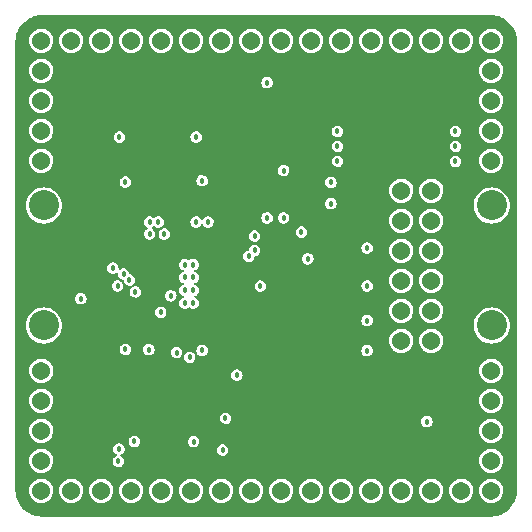
<source format=gbr>
%TF.GenerationSoftware,KiCad,Pcbnew,(6.0.5)*%
%TF.CreationDate,2022-06-16T15:32:05-04:00*%
%TF.ProjectId,pq-cdh,70712d63-6468-42e6-9b69-6361645f7063,V0.2.0*%
%TF.SameCoordinates,Original*%
%TF.FileFunction,Copper,L3,Inr*%
%TF.FilePolarity,Positive*%
%FSLAX46Y46*%
G04 Gerber Fmt 4.6, Leading zero omitted, Abs format (unit mm)*
G04 Created by KiCad (PCBNEW (6.0.5)) date 2022-06-16 15:32:05*
%MOMM*%
%LPD*%
G01*
G04 APERTURE LIST*
%TA.AperFunction,ComponentPad*%
%ADD10C,1.540000*%
%TD*%
%TA.AperFunction,ComponentPad*%
%ADD11C,2.540000*%
%TD*%
%TA.AperFunction,ViaPad*%
%ADD12C,0.457200*%
%TD*%
G04 APERTURE END LIST*
D10*
%TO.N,VDD*%
%TO.C,J1*%
X174050000Y-116890000D03*
%TO.N,GND*%
X174050000Y-119430000D03*
%TO.N,/SWDIO*%
X174050000Y-121970000D03*
%TO.N,/SWCLK*%
X174050000Y-124510000D03*
%TD*%
%TO.N,unconnected-(J5-Pad1)*%
%TO.C,J5*%
X135950000Y-88950000D03*
%TO.N,unconnected-(J5-Pad2)*%
X138490000Y-88950000D03*
%TO.N,GND*%
X141030000Y-88950000D03*
%TO.N,unconnected-(J5-Pad4)*%
X143570000Y-88950000D03*
%TO.N,unconnected-(J5-Pad5)*%
X146110000Y-88950000D03*
%TO.N,unconnected-(J5-Pad6)*%
X148650000Y-88950000D03*
%TO.N,/NRST*%
X151190000Y-88950000D03*
%TO.N,/USART1_CK*%
X153730000Y-88950000D03*
%TO.N,/USART1_CTS*%
X156270000Y-88950000D03*
%TO.N,/USART1_TX*%
X158810000Y-88950000D03*
%TO.N,/USART1_RX*%
X161350000Y-88950000D03*
%TO.N,/USART1_RTS*%
X163890000Y-88950000D03*
%TO.N,unconnected-(J5-Pad13)*%
X166430000Y-88950000D03*
%TO.N,unconnected-(J5-Pad14)*%
X168970000Y-88950000D03*
%TO.N,unconnected-(J5-Pad15)*%
X171510000Y-88950000D03*
%TO.N,unconnected-(J5-Pad16)*%
X174050000Y-88950000D03*
%TD*%
D11*
%TO.N,GND*%
%TO.C,J6*%
X174080000Y-113060000D03*
X136160000Y-113060000D03*
X174080000Y-102900000D03*
X136160000Y-102900000D03*
%TD*%
D10*
%TO.N,/DCMI_D0*%
%TO.C,J7*%
X168970000Y-114350000D03*
%TO.N,/DCMI_D1*%
X166430000Y-114350000D03*
%TO.N,/DCMI_D2*%
X168970000Y-111810000D03*
%TO.N,/DCMI_D3*%
X166430000Y-111810000D03*
%TO.N,/DCMI_D4*%
X168970000Y-109270000D03*
%TO.N,/DCMI_D5*%
X166430000Y-109270000D03*
%TO.N,/DCMI_D6*%
X168970000Y-106730000D03*
%TO.N,/DCMI_D7*%
X166430000Y-106730000D03*
%TO.N,unconnected-(J7-Pad9)*%
X168970000Y-104190000D03*
%TO.N,/DCMI_PIXCLK*%
X166430000Y-104190000D03*
%TO.N,/DCMI_HSYNC*%
X168970000Y-101650000D03*
%TO.N,/DCMI_VSYNC*%
X166430000Y-101650000D03*
%TD*%
%TO.N,unconnected-(J8-Pad1)*%
%TO.C,J8*%
X135950000Y-116890000D03*
%TO.N,GND*%
X135950000Y-119430000D03*
%TO.N,unconnected-(J8-Pad3)*%
X135950000Y-121970000D03*
%TO.N,unconnected-(J8-Pad4)*%
X135950000Y-124510000D03*
%TD*%
%TO.N,unconnected-(J4-Pad1)*%
%TO.C,J4*%
X135950000Y-91490000D03*
%TO.N,unconnected-(J4-Pad2)*%
X135950000Y-94030000D03*
%TO.N,GND*%
X135950000Y-96570000D03*
%TO.N,unconnected-(J4-Pad4)*%
X135950000Y-99110000D03*
%TD*%
%TO.N,/SDA3*%
%TO.C,J2*%
X135950000Y-127050000D03*
%TO.N,/SCL3*%
X138490000Y-127050000D03*
%TO.N,/AIN16*%
X141030000Y-127050000D03*
%TO.N,/IO3*%
X143570000Y-127050000D03*
%TO.N,/IO4*%
X146110000Y-127050000D03*
%TO.N,unconnected-(J2-Pad6)*%
X148650000Y-127050000D03*
%TO.N,unconnected-(J2-Pad7)*%
X151190000Y-127050000D03*
%TO.N,/BOOT0*%
X153730000Y-127050000D03*
%TO.N,/LPUART_CTS*%
X156270000Y-127050000D03*
%TO.N,/LPUART_TX*%
X158810000Y-127050000D03*
%TO.N,/LPUART_RX*%
X161350000Y-127050000D03*
%TO.N,/LPUART_RTS*%
X163890000Y-127050000D03*
%TO.N,unconnected-(J2-Pad13)*%
X166430000Y-127050000D03*
%TO.N,unconnected-(J2-Pad14)*%
X168970000Y-127050000D03*
%TO.N,unconnected-(J2-Pad15)*%
X171510000Y-127050000D03*
%TO.N,unconnected-(J2-Pad16)*%
X174050000Y-127050000D03*
%TD*%
%TO.N,unconnected-(J3-Pad1)*%
%TO.C,J3*%
X174050000Y-99110000D03*
%TO.N,unconnected-(J3-Pad2)*%
X174050000Y-96570000D03*
%TO.N,unconnected-(J3-Pad3)*%
X174050000Y-94030000D03*
%TO.N,unconnected-(J3-Pad4)*%
X174050000Y-91490000D03*
%TD*%
D12*
%TO.N,GND*%
X161020000Y-99160000D03*
X160470000Y-102750000D03*
X149560000Y-100810000D03*
X154000000Y-105500000D03*
X149060000Y-97110000D03*
X139290000Y-110800000D03*
X156470000Y-103950000D03*
X163530000Y-115200000D03*
X154500000Y-109720000D03*
X168600000Y-121200000D03*
X158510000Y-107420000D03*
X163530000Y-106495000D03*
X143060000Y-100910000D03*
X149560000Y-115180000D03*
X163530000Y-109715000D03*
X157970000Y-105150000D03*
X148850000Y-122900000D03*
X160470000Y-100950000D03*
X151540000Y-120920000D03*
X152510000Y-117270000D03*
X143820000Y-122880000D03*
X156470000Y-99950000D03*
X163530000Y-112650000D03*
X142560000Y-97110000D03*
%TO.N,/USART1_RTS*%
X143910000Y-110210000D03*
%TO.N,/USART1_RX*%
X143410000Y-109210000D03*
%TO.N,/USART1_TX*%
X142910000Y-108710000D03*
%TO.N,/USART1_CTS*%
X142410000Y-109710000D03*
%TO.N,/USART1_CK*%
X142010000Y-108210000D03*
%TO.N,/NRST*%
X155070000Y-92500000D03*
X155070000Y-103950000D03*
%TO.N,/LPUART_RX*%
X145840000Y-104310000D03*
%TO.N,/LPUART_TX*%
X145120000Y-104310000D03*
%TO.N,/BOOT0*%
X151300000Y-123610000D03*
%TO.N,/SPI1_MISO*%
X161010000Y-96630000D03*
X147410000Y-115360000D03*
%TO.N,/IO1_WP*%
X153500000Y-107210000D03*
X161020000Y-97900000D03*
%TO.N,/SPI1_MOSI*%
X148510000Y-115760000D03*
X171008500Y-99170000D03*
%TO.N,/SPI1_SCK*%
X146060000Y-111960000D03*
X171008500Y-97900000D03*
%TO.N,/VDD_FILT*%
X147750000Y-99860000D03*
X171008500Y-95365000D03*
X151100000Y-117280000D03*
X169760000Y-118180000D03*
X141100000Y-99860000D03*
X139320000Y-111710000D03*
X158070000Y-103950000D03*
%TO.N,/IO2_HR*%
X154000000Y-106710000D03*
X171008500Y-96630000D03*
%TO.N,/DCMI_HSYNC*%
X150060000Y-104310000D03*
%TO.N,/DCMI_PIXCLK*%
X149060000Y-104310000D03*
%TO.N,/SCL3*%
X142470000Y-124560000D03*
%TO.N,/DCMI_D0*%
X148810000Y-111160000D03*
%TO.N,/DCMI_D1*%
X148110000Y-111160000D03*
%TO.N,/DCMI_D2*%
X148810000Y-110080000D03*
%TO.N,/DCMI_D3*%
X148110000Y-110080000D03*
%TO.N,/SDA3*%
X142520000Y-123530000D03*
%TO.N,/DCMI_D4*%
X148810000Y-109000000D03*
%TO.N,/LPUART_RTS*%
X146360000Y-105310000D03*
%TO.N,/DCMI_D5*%
X148110000Y-109000000D03*
%TO.N,/DCMI_VSYNC*%
X146910000Y-110550000D03*
%TO.N,/DCMI_D6*%
X148810000Y-107920000D03*
%TO.N,/DCMI_D7*%
X148110000Y-107920000D03*
%TO.N,/LPUART_CTS*%
X145120000Y-105310000D03*
%TO.N,/IO3*%
X143060000Y-115080000D03*
%TO.N,/IO4*%
X145060000Y-115100000D03*
%TD*%
%TA.AperFunction,Conductor*%
%TO.N,/VDD_FILT*%
G36*
X173940971Y-86755701D02*
G01*
X173960000Y-86759486D01*
X173971308Y-86757237D01*
X173987273Y-86756150D01*
X174042424Y-86759486D01*
X174231716Y-86770936D01*
X174239208Y-86771846D01*
X174310886Y-86784981D01*
X174503241Y-86820231D01*
X174510559Y-86822035D01*
X174766844Y-86901897D01*
X174773887Y-86904568D01*
X175010456Y-87011038D01*
X175018681Y-87014740D01*
X175025364Y-87018248D01*
X175255076Y-87157114D01*
X175261287Y-87161401D01*
X175472593Y-87326949D01*
X175478242Y-87331954D01*
X175668046Y-87521758D01*
X175673051Y-87527407D01*
X175838599Y-87738713D01*
X175842886Y-87744924D01*
X175981752Y-87974636D01*
X175985260Y-87981319D01*
X176045687Y-88115581D01*
X176095430Y-88226106D01*
X176098103Y-88233156D01*
X176177964Y-88489436D01*
X176179769Y-88496759D01*
X176190937Y-88557704D01*
X176228154Y-88760792D01*
X176229064Y-88768284D01*
X176241689Y-88976993D01*
X176243850Y-89012727D01*
X176242763Y-89028692D01*
X176240514Y-89040000D01*
X176241715Y-89046038D01*
X176244299Y-89059029D01*
X176245500Y-89071222D01*
X176245500Y-126928778D01*
X176244299Y-126940971D01*
X176240514Y-126960000D01*
X176241715Y-126966037D01*
X176242763Y-126971306D01*
X176243850Y-126987273D01*
X176229064Y-127231716D01*
X176228154Y-127239208D01*
X176220500Y-127280974D01*
X176185608Y-127471380D01*
X176179770Y-127503236D01*
X176177965Y-127510559D01*
X176098641Y-127765121D01*
X176098106Y-127766837D01*
X176095432Y-127773887D01*
X176030033Y-127919199D01*
X175985260Y-128018681D01*
X175981752Y-128025364D01*
X175842886Y-128255076D01*
X175838599Y-128261287D01*
X175673051Y-128472593D01*
X175668046Y-128478242D01*
X175478242Y-128668046D01*
X175472593Y-128673051D01*
X175261287Y-128838599D01*
X175255076Y-128842886D01*
X175025364Y-128981752D01*
X175018681Y-128985260D01*
X174773887Y-129095432D01*
X174766844Y-129098103D01*
X174510559Y-129177965D01*
X174503241Y-129179769D01*
X174310886Y-129215019D01*
X174239208Y-129228154D01*
X174231716Y-129229064D01*
X174067466Y-129238999D01*
X173987273Y-129243850D01*
X173971308Y-129242763D01*
X173960000Y-129240514D01*
X173953962Y-129241715D01*
X173940971Y-129244299D01*
X173928778Y-129245500D01*
X136071222Y-129245500D01*
X136059029Y-129244299D01*
X136046038Y-129241715D01*
X136040000Y-129240514D01*
X136028692Y-129242763D01*
X136012727Y-129243850D01*
X135932534Y-129238999D01*
X135768284Y-129229064D01*
X135760792Y-129228154D01*
X135689114Y-129215019D01*
X135496759Y-129179769D01*
X135489441Y-129177965D01*
X135233156Y-129098103D01*
X135226113Y-129095432D01*
X134981319Y-128985260D01*
X134974636Y-128981752D01*
X134744924Y-128842886D01*
X134738713Y-128838599D01*
X134527407Y-128673051D01*
X134521758Y-128668046D01*
X134331954Y-128478242D01*
X134326949Y-128472593D01*
X134161401Y-128261287D01*
X134157114Y-128255076D01*
X134018248Y-128025364D01*
X134014740Y-128018681D01*
X133969967Y-127919199D01*
X133904568Y-127773887D01*
X133901894Y-127766837D01*
X133901360Y-127765121D01*
X133822035Y-127510559D01*
X133820230Y-127503236D01*
X133814393Y-127471380D01*
X133779500Y-127280974D01*
X133771846Y-127239208D01*
X133770936Y-127231716D01*
X133759075Y-127035627D01*
X134920643Y-127035627D01*
X134937455Y-127235837D01*
X134992835Y-127428968D01*
X134994234Y-127431690D01*
X135083273Y-127604942D01*
X135083276Y-127604946D01*
X135084673Y-127607665D01*
X135209471Y-127765121D01*
X135211795Y-127767099D01*
X135211797Y-127767101D01*
X135349645Y-127884419D01*
X135362475Y-127895338D01*
X135537858Y-127993356D01*
X135540762Y-127994300D01*
X135540763Y-127994300D01*
X135726026Y-128054496D01*
X135726031Y-128054497D01*
X135728939Y-128055442D01*
X135928441Y-128079231D01*
X135931483Y-128078997D01*
X135931486Y-128078997D01*
X136125712Y-128064052D01*
X136125714Y-128064052D01*
X136128763Y-128063817D01*
X136322277Y-128009787D01*
X136325000Y-128008412D01*
X136325004Y-128008410D01*
X136498891Y-127920573D01*
X136501611Y-127919199D01*
X136504009Y-127917326D01*
X136504013Y-127917323D01*
X136586817Y-127852629D01*
X136659934Y-127795504D01*
X136678588Y-127773894D01*
X136711374Y-127735910D01*
X136791216Y-127643412D01*
X136890456Y-127468718D01*
X136953874Y-127278075D01*
X136979056Y-127078744D01*
X136979457Y-127050000D01*
X136978048Y-127035627D01*
X137460643Y-127035627D01*
X137477455Y-127235837D01*
X137532835Y-127428968D01*
X137534234Y-127431690D01*
X137623273Y-127604942D01*
X137623276Y-127604946D01*
X137624673Y-127607665D01*
X137749471Y-127765121D01*
X137751795Y-127767099D01*
X137751797Y-127767101D01*
X137889645Y-127884419D01*
X137902475Y-127895338D01*
X138077858Y-127993356D01*
X138080762Y-127994300D01*
X138080763Y-127994300D01*
X138266026Y-128054496D01*
X138266031Y-128054497D01*
X138268939Y-128055442D01*
X138468441Y-128079231D01*
X138471483Y-128078997D01*
X138471486Y-128078997D01*
X138665712Y-128064052D01*
X138665714Y-128064052D01*
X138668763Y-128063817D01*
X138862277Y-128009787D01*
X138865000Y-128008412D01*
X138865004Y-128008410D01*
X139038891Y-127920573D01*
X139041611Y-127919199D01*
X139044009Y-127917326D01*
X139044013Y-127917323D01*
X139126817Y-127852629D01*
X139199934Y-127795504D01*
X139218588Y-127773894D01*
X139251374Y-127735910D01*
X139331216Y-127643412D01*
X139430456Y-127468718D01*
X139493874Y-127278075D01*
X139519056Y-127078744D01*
X139519457Y-127050000D01*
X139518048Y-127035627D01*
X140000643Y-127035627D01*
X140017455Y-127235837D01*
X140072835Y-127428968D01*
X140074234Y-127431690D01*
X140163273Y-127604942D01*
X140163276Y-127604946D01*
X140164673Y-127607665D01*
X140289471Y-127765121D01*
X140291795Y-127767099D01*
X140291797Y-127767101D01*
X140429645Y-127884419D01*
X140442475Y-127895338D01*
X140617858Y-127993356D01*
X140620762Y-127994300D01*
X140620763Y-127994300D01*
X140806026Y-128054496D01*
X140806031Y-128054497D01*
X140808939Y-128055442D01*
X141008441Y-128079231D01*
X141011483Y-128078997D01*
X141011486Y-128078997D01*
X141205712Y-128064052D01*
X141205714Y-128064052D01*
X141208763Y-128063817D01*
X141402277Y-128009787D01*
X141405000Y-128008412D01*
X141405004Y-128008410D01*
X141578891Y-127920573D01*
X141581611Y-127919199D01*
X141584009Y-127917326D01*
X141584013Y-127917323D01*
X141666817Y-127852629D01*
X141739934Y-127795504D01*
X141758588Y-127773894D01*
X141791374Y-127735910D01*
X141871216Y-127643412D01*
X141970456Y-127468718D01*
X142033874Y-127278075D01*
X142059056Y-127078744D01*
X142059457Y-127050000D01*
X142058048Y-127035627D01*
X142540643Y-127035627D01*
X142557455Y-127235837D01*
X142612835Y-127428968D01*
X142614234Y-127431690D01*
X142703273Y-127604942D01*
X142703276Y-127604946D01*
X142704673Y-127607665D01*
X142829471Y-127765121D01*
X142831795Y-127767099D01*
X142831797Y-127767101D01*
X142969645Y-127884419D01*
X142982475Y-127895338D01*
X143157858Y-127993356D01*
X143160762Y-127994300D01*
X143160763Y-127994300D01*
X143346026Y-128054496D01*
X143346031Y-128054497D01*
X143348939Y-128055442D01*
X143548441Y-128079231D01*
X143551483Y-128078997D01*
X143551486Y-128078997D01*
X143745712Y-128064052D01*
X143745714Y-128064052D01*
X143748763Y-128063817D01*
X143942277Y-128009787D01*
X143945000Y-128008412D01*
X143945004Y-128008410D01*
X144118891Y-127920573D01*
X144121611Y-127919199D01*
X144124009Y-127917326D01*
X144124013Y-127917323D01*
X144206817Y-127852629D01*
X144279934Y-127795504D01*
X144298588Y-127773894D01*
X144331374Y-127735910D01*
X144411216Y-127643412D01*
X144510456Y-127468718D01*
X144573874Y-127278075D01*
X144599056Y-127078744D01*
X144599457Y-127050000D01*
X144598048Y-127035627D01*
X145080643Y-127035627D01*
X145097455Y-127235837D01*
X145152835Y-127428968D01*
X145154234Y-127431690D01*
X145243273Y-127604942D01*
X145243276Y-127604946D01*
X145244673Y-127607665D01*
X145369471Y-127765121D01*
X145371795Y-127767099D01*
X145371797Y-127767101D01*
X145509645Y-127884419D01*
X145522475Y-127895338D01*
X145697858Y-127993356D01*
X145700762Y-127994300D01*
X145700763Y-127994300D01*
X145886026Y-128054496D01*
X145886031Y-128054497D01*
X145888939Y-128055442D01*
X146088441Y-128079231D01*
X146091483Y-128078997D01*
X146091486Y-128078997D01*
X146285712Y-128064052D01*
X146285714Y-128064052D01*
X146288763Y-128063817D01*
X146482277Y-128009787D01*
X146485000Y-128008412D01*
X146485004Y-128008410D01*
X146658891Y-127920573D01*
X146661611Y-127919199D01*
X146664009Y-127917326D01*
X146664013Y-127917323D01*
X146746817Y-127852629D01*
X146819934Y-127795504D01*
X146838588Y-127773894D01*
X146871374Y-127735910D01*
X146951216Y-127643412D01*
X147050456Y-127468718D01*
X147113874Y-127278075D01*
X147139056Y-127078744D01*
X147139457Y-127050000D01*
X147138048Y-127035627D01*
X147620643Y-127035627D01*
X147637455Y-127235837D01*
X147692835Y-127428968D01*
X147694234Y-127431690D01*
X147783273Y-127604942D01*
X147783276Y-127604946D01*
X147784673Y-127607665D01*
X147909471Y-127765121D01*
X147911795Y-127767099D01*
X147911797Y-127767101D01*
X148049645Y-127884419D01*
X148062475Y-127895338D01*
X148237858Y-127993356D01*
X148240762Y-127994300D01*
X148240763Y-127994300D01*
X148426026Y-128054496D01*
X148426031Y-128054497D01*
X148428939Y-128055442D01*
X148628441Y-128079231D01*
X148631483Y-128078997D01*
X148631486Y-128078997D01*
X148825712Y-128064052D01*
X148825714Y-128064052D01*
X148828763Y-128063817D01*
X149022277Y-128009787D01*
X149025000Y-128008412D01*
X149025004Y-128008410D01*
X149198891Y-127920573D01*
X149201611Y-127919199D01*
X149204009Y-127917326D01*
X149204013Y-127917323D01*
X149286817Y-127852629D01*
X149359934Y-127795504D01*
X149378588Y-127773894D01*
X149411374Y-127735910D01*
X149491216Y-127643412D01*
X149590456Y-127468718D01*
X149653874Y-127278075D01*
X149679056Y-127078744D01*
X149679457Y-127050000D01*
X149678048Y-127035627D01*
X150160643Y-127035627D01*
X150177455Y-127235837D01*
X150232835Y-127428968D01*
X150234234Y-127431690D01*
X150323273Y-127604942D01*
X150323276Y-127604946D01*
X150324673Y-127607665D01*
X150449471Y-127765121D01*
X150451795Y-127767099D01*
X150451797Y-127767101D01*
X150589645Y-127884419D01*
X150602475Y-127895338D01*
X150777858Y-127993356D01*
X150780762Y-127994300D01*
X150780763Y-127994300D01*
X150966026Y-128054496D01*
X150966031Y-128054497D01*
X150968939Y-128055442D01*
X151168441Y-128079231D01*
X151171483Y-128078997D01*
X151171486Y-128078997D01*
X151365712Y-128064052D01*
X151365714Y-128064052D01*
X151368763Y-128063817D01*
X151562277Y-128009787D01*
X151565000Y-128008412D01*
X151565004Y-128008410D01*
X151738891Y-127920573D01*
X151741611Y-127919199D01*
X151744009Y-127917326D01*
X151744013Y-127917323D01*
X151826817Y-127852629D01*
X151899934Y-127795504D01*
X151918588Y-127773894D01*
X151951374Y-127735910D01*
X152031216Y-127643412D01*
X152130456Y-127468718D01*
X152193874Y-127278075D01*
X152219056Y-127078744D01*
X152219457Y-127050000D01*
X152218048Y-127035627D01*
X152700643Y-127035627D01*
X152717455Y-127235837D01*
X152772835Y-127428968D01*
X152774234Y-127431690D01*
X152863273Y-127604942D01*
X152863276Y-127604946D01*
X152864673Y-127607665D01*
X152989471Y-127765121D01*
X152991795Y-127767099D01*
X152991797Y-127767101D01*
X153129645Y-127884419D01*
X153142475Y-127895338D01*
X153317858Y-127993356D01*
X153320762Y-127994300D01*
X153320763Y-127994300D01*
X153506026Y-128054496D01*
X153506031Y-128054497D01*
X153508939Y-128055442D01*
X153708441Y-128079231D01*
X153711483Y-128078997D01*
X153711486Y-128078997D01*
X153905712Y-128064052D01*
X153905714Y-128064052D01*
X153908763Y-128063817D01*
X154102277Y-128009787D01*
X154105000Y-128008412D01*
X154105004Y-128008410D01*
X154278891Y-127920573D01*
X154281611Y-127919199D01*
X154284009Y-127917326D01*
X154284013Y-127917323D01*
X154366817Y-127852629D01*
X154439934Y-127795504D01*
X154458588Y-127773894D01*
X154491374Y-127735910D01*
X154571216Y-127643412D01*
X154670456Y-127468718D01*
X154733874Y-127278075D01*
X154759056Y-127078744D01*
X154759457Y-127050000D01*
X154758048Y-127035627D01*
X155240643Y-127035627D01*
X155257455Y-127235837D01*
X155312835Y-127428968D01*
X155314234Y-127431690D01*
X155403273Y-127604942D01*
X155403276Y-127604946D01*
X155404673Y-127607665D01*
X155529471Y-127765121D01*
X155531795Y-127767099D01*
X155531797Y-127767101D01*
X155669645Y-127884419D01*
X155682475Y-127895338D01*
X155857858Y-127993356D01*
X155860762Y-127994300D01*
X155860763Y-127994300D01*
X156046026Y-128054496D01*
X156046031Y-128054497D01*
X156048939Y-128055442D01*
X156248441Y-128079231D01*
X156251483Y-128078997D01*
X156251486Y-128078997D01*
X156445712Y-128064052D01*
X156445714Y-128064052D01*
X156448763Y-128063817D01*
X156642277Y-128009787D01*
X156645000Y-128008412D01*
X156645004Y-128008410D01*
X156818891Y-127920573D01*
X156821611Y-127919199D01*
X156824009Y-127917326D01*
X156824013Y-127917323D01*
X156906817Y-127852629D01*
X156979934Y-127795504D01*
X156998588Y-127773894D01*
X157031374Y-127735910D01*
X157111216Y-127643412D01*
X157210456Y-127468718D01*
X157273874Y-127278075D01*
X157299056Y-127078744D01*
X157299457Y-127050000D01*
X157298048Y-127035627D01*
X157780643Y-127035627D01*
X157797455Y-127235837D01*
X157852835Y-127428968D01*
X157854234Y-127431690D01*
X157943273Y-127604942D01*
X157943276Y-127604946D01*
X157944673Y-127607665D01*
X158069471Y-127765121D01*
X158071795Y-127767099D01*
X158071797Y-127767101D01*
X158209645Y-127884419D01*
X158222475Y-127895338D01*
X158397858Y-127993356D01*
X158400762Y-127994300D01*
X158400763Y-127994300D01*
X158586026Y-128054496D01*
X158586031Y-128054497D01*
X158588939Y-128055442D01*
X158788441Y-128079231D01*
X158791483Y-128078997D01*
X158791486Y-128078997D01*
X158985712Y-128064052D01*
X158985714Y-128064052D01*
X158988763Y-128063817D01*
X159182277Y-128009787D01*
X159185000Y-128008412D01*
X159185004Y-128008410D01*
X159358891Y-127920573D01*
X159361611Y-127919199D01*
X159364009Y-127917326D01*
X159364013Y-127917323D01*
X159446817Y-127852629D01*
X159519934Y-127795504D01*
X159538588Y-127773894D01*
X159571374Y-127735910D01*
X159651216Y-127643412D01*
X159750456Y-127468718D01*
X159813874Y-127278075D01*
X159839056Y-127078744D01*
X159839457Y-127050000D01*
X159838048Y-127035627D01*
X160320643Y-127035627D01*
X160337455Y-127235837D01*
X160392835Y-127428968D01*
X160394234Y-127431690D01*
X160483273Y-127604942D01*
X160483276Y-127604946D01*
X160484673Y-127607665D01*
X160609471Y-127765121D01*
X160611795Y-127767099D01*
X160611797Y-127767101D01*
X160749645Y-127884419D01*
X160762475Y-127895338D01*
X160937858Y-127993356D01*
X160940762Y-127994300D01*
X160940763Y-127994300D01*
X161126026Y-128054496D01*
X161126031Y-128054497D01*
X161128939Y-128055442D01*
X161328441Y-128079231D01*
X161331483Y-128078997D01*
X161331486Y-128078997D01*
X161525712Y-128064052D01*
X161525714Y-128064052D01*
X161528763Y-128063817D01*
X161722277Y-128009787D01*
X161725000Y-128008412D01*
X161725004Y-128008410D01*
X161898891Y-127920573D01*
X161901611Y-127919199D01*
X161904009Y-127917326D01*
X161904013Y-127917323D01*
X161986817Y-127852629D01*
X162059934Y-127795504D01*
X162078588Y-127773894D01*
X162111374Y-127735910D01*
X162191216Y-127643412D01*
X162290456Y-127468718D01*
X162353874Y-127278075D01*
X162379056Y-127078744D01*
X162379457Y-127050000D01*
X162378048Y-127035627D01*
X162860643Y-127035627D01*
X162877455Y-127235837D01*
X162932835Y-127428968D01*
X162934234Y-127431690D01*
X163023273Y-127604942D01*
X163023276Y-127604946D01*
X163024673Y-127607665D01*
X163149471Y-127765121D01*
X163151795Y-127767099D01*
X163151797Y-127767101D01*
X163289645Y-127884419D01*
X163302475Y-127895338D01*
X163477858Y-127993356D01*
X163480762Y-127994300D01*
X163480763Y-127994300D01*
X163666026Y-128054496D01*
X163666031Y-128054497D01*
X163668939Y-128055442D01*
X163868441Y-128079231D01*
X163871483Y-128078997D01*
X163871486Y-128078997D01*
X164065712Y-128064052D01*
X164065714Y-128064052D01*
X164068763Y-128063817D01*
X164262277Y-128009787D01*
X164265000Y-128008412D01*
X164265004Y-128008410D01*
X164438891Y-127920573D01*
X164441611Y-127919199D01*
X164444009Y-127917326D01*
X164444013Y-127917323D01*
X164526817Y-127852629D01*
X164599934Y-127795504D01*
X164618588Y-127773894D01*
X164651374Y-127735910D01*
X164731216Y-127643412D01*
X164830456Y-127468718D01*
X164893874Y-127278075D01*
X164919056Y-127078744D01*
X164919457Y-127050000D01*
X164918048Y-127035627D01*
X165400643Y-127035627D01*
X165417455Y-127235837D01*
X165472835Y-127428968D01*
X165474234Y-127431690D01*
X165563273Y-127604942D01*
X165563276Y-127604946D01*
X165564673Y-127607665D01*
X165689471Y-127765121D01*
X165691795Y-127767099D01*
X165691797Y-127767101D01*
X165829645Y-127884419D01*
X165842475Y-127895338D01*
X166017858Y-127993356D01*
X166020762Y-127994300D01*
X166020763Y-127994300D01*
X166206026Y-128054496D01*
X166206031Y-128054497D01*
X166208939Y-128055442D01*
X166408441Y-128079231D01*
X166411483Y-128078997D01*
X166411486Y-128078997D01*
X166605712Y-128064052D01*
X166605714Y-128064052D01*
X166608763Y-128063817D01*
X166802277Y-128009787D01*
X166805000Y-128008412D01*
X166805004Y-128008410D01*
X166978891Y-127920573D01*
X166981611Y-127919199D01*
X166984009Y-127917326D01*
X166984013Y-127917323D01*
X167066817Y-127852629D01*
X167139934Y-127795504D01*
X167158588Y-127773894D01*
X167191374Y-127735910D01*
X167271216Y-127643412D01*
X167370456Y-127468718D01*
X167433874Y-127278075D01*
X167459056Y-127078744D01*
X167459457Y-127050000D01*
X167458048Y-127035627D01*
X167940643Y-127035627D01*
X167957455Y-127235837D01*
X168012835Y-127428968D01*
X168014234Y-127431690D01*
X168103273Y-127604942D01*
X168103276Y-127604946D01*
X168104673Y-127607665D01*
X168229471Y-127765121D01*
X168231795Y-127767099D01*
X168231797Y-127767101D01*
X168369645Y-127884419D01*
X168382475Y-127895338D01*
X168557858Y-127993356D01*
X168560762Y-127994300D01*
X168560763Y-127994300D01*
X168746026Y-128054496D01*
X168746031Y-128054497D01*
X168748939Y-128055442D01*
X168948441Y-128079231D01*
X168951483Y-128078997D01*
X168951486Y-128078997D01*
X169145712Y-128064052D01*
X169145714Y-128064052D01*
X169148763Y-128063817D01*
X169342277Y-128009787D01*
X169345000Y-128008412D01*
X169345004Y-128008410D01*
X169518891Y-127920573D01*
X169521611Y-127919199D01*
X169524009Y-127917326D01*
X169524013Y-127917323D01*
X169606817Y-127852629D01*
X169679934Y-127795504D01*
X169698588Y-127773894D01*
X169731374Y-127735910D01*
X169811216Y-127643412D01*
X169910456Y-127468718D01*
X169973874Y-127278075D01*
X169999056Y-127078744D01*
X169999457Y-127050000D01*
X169998048Y-127035627D01*
X170480643Y-127035627D01*
X170497455Y-127235837D01*
X170552835Y-127428968D01*
X170554234Y-127431690D01*
X170643273Y-127604942D01*
X170643276Y-127604946D01*
X170644673Y-127607665D01*
X170769471Y-127765121D01*
X170771795Y-127767099D01*
X170771797Y-127767101D01*
X170909645Y-127884419D01*
X170922475Y-127895338D01*
X171097858Y-127993356D01*
X171100762Y-127994300D01*
X171100763Y-127994300D01*
X171286026Y-128054496D01*
X171286031Y-128054497D01*
X171288939Y-128055442D01*
X171488441Y-128079231D01*
X171491483Y-128078997D01*
X171491486Y-128078997D01*
X171685712Y-128064052D01*
X171685714Y-128064052D01*
X171688763Y-128063817D01*
X171882277Y-128009787D01*
X171885000Y-128008412D01*
X171885004Y-128008410D01*
X172058891Y-127920573D01*
X172061611Y-127919199D01*
X172064009Y-127917326D01*
X172064013Y-127917323D01*
X172146817Y-127852629D01*
X172219934Y-127795504D01*
X172238588Y-127773894D01*
X172271374Y-127735910D01*
X172351216Y-127643412D01*
X172450456Y-127468718D01*
X172513874Y-127278075D01*
X172539056Y-127078744D01*
X172539457Y-127050000D01*
X172538048Y-127035627D01*
X173020643Y-127035627D01*
X173037455Y-127235837D01*
X173092835Y-127428968D01*
X173094234Y-127431690D01*
X173183273Y-127604942D01*
X173183276Y-127604946D01*
X173184673Y-127607665D01*
X173309471Y-127765121D01*
X173311795Y-127767099D01*
X173311797Y-127767101D01*
X173449645Y-127884419D01*
X173462475Y-127895338D01*
X173637858Y-127993356D01*
X173640762Y-127994300D01*
X173640763Y-127994300D01*
X173826026Y-128054496D01*
X173826031Y-128054497D01*
X173828939Y-128055442D01*
X174028441Y-128079231D01*
X174031483Y-128078997D01*
X174031486Y-128078997D01*
X174225712Y-128064052D01*
X174225714Y-128064052D01*
X174228763Y-128063817D01*
X174422277Y-128009787D01*
X174425000Y-128008412D01*
X174425004Y-128008410D01*
X174598891Y-127920573D01*
X174601611Y-127919199D01*
X174604009Y-127917326D01*
X174604013Y-127917323D01*
X174686817Y-127852629D01*
X174759934Y-127795504D01*
X174778588Y-127773894D01*
X174811374Y-127735910D01*
X174891216Y-127643412D01*
X174990456Y-127468718D01*
X175053874Y-127278075D01*
X175079056Y-127078744D01*
X175079457Y-127050000D01*
X175059851Y-126850044D01*
X175001780Y-126657704D01*
X174907457Y-126480307D01*
X174780473Y-126324609D01*
X174625665Y-126196541D01*
X174448931Y-126100982D01*
X174393191Y-126083727D01*
X174259916Y-126042471D01*
X174259913Y-126042470D01*
X174257001Y-126041569D01*
X174253968Y-126041250D01*
X174253967Y-126041250D01*
X174202675Y-126035859D01*
X174057187Y-126020568D01*
X174054154Y-126020844D01*
X174054150Y-126020844D01*
X173967114Y-126028766D01*
X173857099Y-126038778D01*
X173664359Y-126095504D01*
X173486307Y-126188587D01*
X173329727Y-126314481D01*
X173200581Y-126468391D01*
X173103790Y-126644454D01*
X173043039Y-126835964D01*
X173042698Y-126839002D01*
X173042698Y-126839003D01*
X173041119Y-126853085D01*
X173020643Y-127035627D01*
X172538048Y-127035627D01*
X172519851Y-126850044D01*
X172461780Y-126657704D01*
X172367457Y-126480307D01*
X172240473Y-126324609D01*
X172085665Y-126196541D01*
X171908931Y-126100982D01*
X171853191Y-126083727D01*
X171719916Y-126042471D01*
X171719913Y-126042470D01*
X171717001Y-126041569D01*
X171713968Y-126041250D01*
X171713967Y-126041250D01*
X171662675Y-126035859D01*
X171517187Y-126020568D01*
X171514154Y-126020844D01*
X171514150Y-126020844D01*
X171427114Y-126028766D01*
X171317099Y-126038778D01*
X171124359Y-126095504D01*
X170946307Y-126188587D01*
X170789727Y-126314481D01*
X170660581Y-126468391D01*
X170563790Y-126644454D01*
X170503039Y-126835964D01*
X170502698Y-126839002D01*
X170502698Y-126839003D01*
X170501119Y-126853085D01*
X170480643Y-127035627D01*
X169998048Y-127035627D01*
X169979851Y-126850044D01*
X169921780Y-126657704D01*
X169827457Y-126480307D01*
X169700473Y-126324609D01*
X169545665Y-126196541D01*
X169368931Y-126100982D01*
X169313191Y-126083727D01*
X169179916Y-126042471D01*
X169179913Y-126042470D01*
X169177001Y-126041569D01*
X169173968Y-126041250D01*
X169173967Y-126041250D01*
X169122675Y-126035859D01*
X168977187Y-126020568D01*
X168974154Y-126020844D01*
X168974150Y-126020844D01*
X168887114Y-126028766D01*
X168777099Y-126038778D01*
X168584359Y-126095504D01*
X168406307Y-126188587D01*
X168249727Y-126314481D01*
X168120581Y-126468391D01*
X168023790Y-126644454D01*
X167963039Y-126835964D01*
X167962698Y-126839002D01*
X167962698Y-126839003D01*
X167961119Y-126853085D01*
X167940643Y-127035627D01*
X167458048Y-127035627D01*
X167439851Y-126850044D01*
X167381780Y-126657704D01*
X167287457Y-126480307D01*
X167160473Y-126324609D01*
X167005665Y-126196541D01*
X166828931Y-126100982D01*
X166773191Y-126083727D01*
X166639916Y-126042471D01*
X166639913Y-126042470D01*
X166637001Y-126041569D01*
X166633968Y-126041250D01*
X166633967Y-126041250D01*
X166582675Y-126035859D01*
X166437187Y-126020568D01*
X166434154Y-126020844D01*
X166434150Y-126020844D01*
X166347114Y-126028766D01*
X166237099Y-126038778D01*
X166044359Y-126095504D01*
X165866307Y-126188587D01*
X165709727Y-126314481D01*
X165580581Y-126468391D01*
X165483790Y-126644454D01*
X165423039Y-126835964D01*
X165422698Y-126839002D01*
X165422698Y-126839003D01*
X165421119Y-126853085D01*
X165400643Y-127035627D01*
X164918048Y-127035627D01*
X164899851Y-126850044D01*
X164841780Y-126657704D01*
X164747457Y-126480307D01*
X164620473Y-126324609D01*
X164465665Y-126196541D01*
X164288931Y-126100982D01*
X164233191Y-126083727D01*
X164099916Y-126042471D01*
X164099913Y-126042470D01*
X164097001Y-126041569D01*
X164093968Y-126041250D01*
X164093967Y-126041250D01*
X164042675Y-126035859D01*
X163897187Y-126020568D01*
X163894154Y-126020844D01*
X163894150Y-126020844D01*
X163807114Y-126028766D01*
X163697099Y-126038778D01*
X163504359Y-126095504D01*
X163326307Y-126188587D01*
X163169727Y-126314481D01*
X163040581Y-126468391D01*
X162943790Y-126644454D01*
X162883039Y-126835964D01*
X162882698Y-126839002D01*
X162882698Y-126839003D01*
X162881119Y-126853085D01*
X162860643Y-127035627D01*
X162378048Y-127035627D01*
X162359851Y-126850044D01*
X162301780Y-126657704D01*
X162207457Y-126480307D01*
X162080473Y-126324609D01*
X161925665Y-126196541D01*
X161748931Y-126100982D01*
X161693191Y-126083727D01*
X161559916Y-126042471D01*
X161559913Y-126042470D01*
X161557001Y-126041569D01*
X161553968Y-126041250D01*
X161553967Y-126041250D01*
X161502675Y-126035859D01*
X161357187Y-126020568D01*
X161354154Y-126020844D01*
X161354150Y-126020844D01*
X161267114Y-126028766D01*
X161157099Y-126038778D01*
X160964359Y-126095504D01*
X160786307Y-126188587D01*
X160629727Y-126314481D01*
X160500581Y-126468391D01*
X160403790Y-126644454D01*
X160343039Y-126835964D01*
X160342698Y-126839002D01*
X160342698Y-126839003D01*
X160341119Y-126853085D01*
X160320643Y-127035627D01*
X159838048Y-127035627D01*
X159819851Y-126850044D01*
X159761780Y-126657704D01*
X159667457Y-126480307D01*
X159540473Y-126324609D01*
X159385665Y-126196541D01*
X159208931Y-126100982D01*
X159153191Y-126083727D01*
X159019916Y-126042471D01*
X159019913Y-126042470D01*
X159017001Y-126041569D01*
X159013968Y-126041250D01*
X159013967Y-126041250D01*
X158962675Y-126035859D01*
X158817187Y-126020568D01*
X158814154Y-126020844D01*
X158814150Y-126020844D01*
X158727114Y-126028766D01*
X158617099Y-126038778D01*
X158424359Y-126095504D01*
X158246307Y-126188587D01*
X158089727Y-126314481D01*
X157960581Y-126468391D01*
X157863790Y-126644454D01*
X157803039Y-126835964D01*
X157802698Y-126839002D01*
X157802698Y-126839003D01*
X157801119Y-126853085D01*
X157780643Y-127035627D01*
X157298048Y-127035627D01*
X157279851Y-126850044D01*
X157221780Y-126657704D01*
X157127457Y-126480307D01*
X157000473Y-126324609D01*
X156845665Y-126196541D01*
X156668931Y-126100982D01*
X156613191Y-126083727D01*
X156479916Y-126042471D01*
X156479913Y-126042470D01*
X156477001Y-126041569D01*
X156473968Y-126041250D01*
X156473967Y-126041250D01*
X156422675Y-126035859D01*
X156277187Y-126020568D01*
X156274154Y-126020844D01*
X156274150Y-126020844D01*
X156187114Y-126028766D01*
X156077099Y-126038778D01*
X155884359Y-126095504D01*
X155706307Y-126188587D01*
X155549727Y-126314481D01*
X155420581Y-126468391D01*
X155323790Y-126644454D01*
X155263039Y-126835964D01*
X155262698Y-126839002D01*
X155262698Y-126839003D01*
X155261119Y-126853085D01*
X155240643Y-127035627D01*
X154758048Y-127035627D01*
X154739851Y-126850044D01*
X154681780Y-126657704D01*
X154587457Y-126480307D01*
X154460473Y-126324609D01*
X154305665Y-126196541D01*
X154128931Y-126100982D01*
X154073191Y-126083727D01*
X153939916Y-126042471D01*
X153939913Y-126042470D01*
X153937001Y-126041569D01*
X153933968Y-126041250D01*
X153933967Y-126041250D01*
X153882675Y-126035859D01*
X153737187Y-126020568D01*
X153734154Y-126020844D01*
X153734150Y-126020844D01*
X153647114Y-126028766D01*
X153537099Y-126038778D01*
X153344359Y-126095504D01*
X153166307Y-126188587D01*
X153009727Y-126314481D01*
X152880581Y-126468391D01*
X152783790Y-126644454D01*
X152723039Y-126835964D01*
X152722698Y-126839002D01*
X152722698Y-126839003D01*
X152721119Y-126853085D01*
X152700643Y-127035627D01*
X152218048Y-127035627D01*
X152199851Y-126850044D01*
X152141780Y-126657704D01*
X152047457Y-126480307D01*
X151920473Y-126324609D01*
X151765665Y-126196541D01*
X151588931Y-126100982D01*
X151533191Y-126083727D01*
X151399916Y-126042471D01*
X151399913Y-126042470D01*
X151397001Y-126041569D01*
X151393968Y-126041250D01*
X151393967Y-126041250D01*
X151342675Y-126035859D01*
X151197187Y-126020568D01*
X151194154Y-126020844D01*
X151194150Y-126020844D01*
X151107114Y-126028766D01*
X150997099Y-126038778D01*
X150804359Y-126095504D01*
X150626307Y-126188587D01*
X150469727Y-126314481D01*
X150340581Y-126468391D01*
X150243790Y-126644454D01*
X150183039Y-126835964D01*
X150182698Y-126839002D01*
X150182698Y-126839003D01*
X150181119Y-126853085D01*
X150160643Y-127035627D01*
X149678048Y-127035627D01*
X149659851Y-126850044D01*
X149601780Y-126657704D01*
X149507457Y-126480307D01*
X149380473Y-126324609D01*
X149225665Y-126196541D01*
X149048931Y-126100982D01*
X148993191Y-126083727D01*
X148859916Y-126042471D01*
X148859913Y-126042470D01*
X148857001Y-126041569D01*
X148853968Y-126041250D01*
X148853967Y-126041250D01*
X148802675Y-126035859D01*
X148657187Y-126020568D01*
X148654154Y-126020844D01*
X148654150Y-126020844D01*
X148567114Y-126028766D01*
X148457099Y-126038778D01*
X148264359Y-126095504D01*
X148086307Y-126188587D01*
X147929727Y-126314481D01*
X147800581Y-126468391D01*
X147703790Y-126644454D01*
X147643039Y-126835964D01*
X147642698Y-126839002D01*
X147642698Y-126839003D01*
X147641119Y-126853085D01*
X147620643Y-127035627D01*
X147138048Y-127035627D01*
X147119851Y-126850044D01*
X147061780Y-126657704D01*
X146967457Y-126480307D01*
X146840473Y-126324609D01*
X146685665Y-126196541D01*
X146508931Y-126100982D01*
X146453191Y-126083727D01*
X146319916Y-126042471D01*
X146319913Y-126042470D01*
X146317001Y-126041569D01*
X146313968Y-126041250D01*
X146313967Y-126041250D01*
X146262675Y-126035859D01*
X146117187Y-126020568D01*
X146114154Y-126020844D01*
X146114150Y-126020844D01*
X146027114Y-126028766D01*
X145917099Y-126038778D01*
X145724359Y-126095504D01*
X145546307Y-126188587D01*
X145389727Y-126314481D01*
X145260581Y-126468391D01*
X145163790Y-126644454D01*
X145103039Y-126835964D01*
X145102698Y-126839002D01*
X145102698Y-126839003D01*
X145101119Y-126853085D01*
X145080643Y-127035627D01*
X144598048Y-127035627D01*
X144579851Y-126850044D01*
X144521780Y-126657704D01*
X144427457Y-126480307D01*
X144300473Y-126324609D01*
X144145665Y-126196541D01*
X143968931Y-126100982D01*
X143913191Y-126083727D01*
X143779916Y-126042471D01*
X143779913Y-126042470D01*
X143777001Y-126041569D01*
X143773968Y-126041250D01*
X143773967Y-126041250D01*
X143722675Y-126035859D01*
X143577187Y-126020568D01*
X143574154Y-126020844D01*
X143574150Y-126020844D01*
X143487114Y-126028766D01*
X143377099Y-126038778D01*
X143184359Y-126095504D01*
X143006307Y-126188587D01*
X142849727Y-126314481D01*
X142720581Y-126468391D01*
X142623790Y-126644454D01*
X142563039Y-126835964D01*
X142562698Y-126839002D01*
X142562698Y-126839003D01*
X142561119Y-126853085D01*
X142540643Y-127035627D01*
X142058048Y-127035627D01*
X142039851Y-126850044D01*
X141981780Y-126657704D01*
X141887457Y-126480307D01*
X141760473Y-126324609D01*
X141605665Y-126196541D01*
X141428931Y-126100982D01*
X141373191Y-126083727D01*
X141239916Y-126042471D01*
X141239913Y-126042470D01*
X141237001Y-126041569D01*
X141233968Y-126041250D01*
X141233967Y-126041250D01*
X141182675Y-126035859D01*
X141037187Y-126020568D01*
X141034154Y-126020844D01*
X141034150Y-126020844D01*
X140947114Y-126028766D01*
X140837099Y-126038778D01*
X140644359Y-126095504D01*
X140466307Y-126188587D01*
X140309727Y-126314481D01*
X140180581Y-126468391D01*
X140083790Y-126644454D01*
X140023039Y-126835964D01*
X140022698Y-126839002D01*
X140022698Y-126839003D01*
X140021119Y-126853085D01*
X140000643Y-127035627D01*
X139518048Y-127035627D01*
X139499851Y-126850044D01*
X139441780Y-126657704D01*
X139347457Y-126480307D01*
X139220473Y-126324609D01*
X139065665Y-126196541D01*
X138888931Y-126100982D01*
X138833191Y-126083727D01*
X138699916Y-126042471D01*
X138699913Y-126042470D01*
X138697001Y-126041569D01*
X138693968Y-126041250D01*
X138693967Y-126041250D01*
X138642675Y-126035859D01*
X138497187Y-126020568D01*
X138494154Y-126020844D01*
X138494150Y-126020844D01*
X138407114Y-126028766D01*
X138297099Y-126038778D01*
X138104359Y-126095504D01*
X137926307Y-126188587D01*
X137769727Y-126314481D01*
X137640581Y-126468391D01*
X137543790Y-126644454D01*
X137483039Y-126835964D01*
X137482698Y-126839002D01*
X137482698Y-126839003D01*
X137481119Y-126853085D01*
X137460643Y-127035627D01*
X136978048Y-127035627D01*
X136959851Y-126850044D01*
X136901780Y-126657704D01*
X136807457Y-126480307D01*
X136680473Y-126324609D01*
X136525665Y-126196541D01*
X136348931Y-126100982D01*
X136293191Y-126083727D01*
X136159916Y-126042471D01*
X136159913Y-126042470D01*
X136157001Y-126041569D01*
X136153968Y-126041250D01*
X136153967Y-126041250D01*
X136102675Y-126035859D01*
X135957187Y-126020568D01*
X135954154Y-126020844D01*
X135954150Y-126020844D01*
X135867114Y-126028766D01*
X135757099Y-126038778D01*
X135564359Y-126095504D01*
X135386307Y-126188587D01*
X135229727Y-126314481D01*
X135100581Y-126468391D01*
X135003790Y-126644454D01*
X134943039Y-126835964D01*
X134942698Y-126839002D01*
X134942698Y-126839003D01*
X134941119Y-126853085D01*
X134920643Y-127035627D01*
X133759075Y-127035627D01*
X133756150Y-126987273D01*
X133757237Y-126971306D01*
X133758285Y-126966037D01*
X133759486Y-126960000D01*
X133755701Y-126940971D01*
X133754500Y-126928778D01*
X133754500Y-124495627D01*
X134920643Y-124495627D01*
X134937455Y-124695837D01*
X134992835Y-124888968D01*
X134994234Y-124891690D01*
X135083273Y-125064942D01*
X135083276Y-125064946D01*
X135084673Y-125067665D01*
X135209471Y-125225121D01*
X135211795Y-125227099D01*
X135211797Y-125227101D01*
X135360146Y-125353356D01*
X135362475Y-125355338D01*
X135537858Y-125453356D01*
X135540762Y-125454300D01*
X135540763Y-125454300D01*
X135726026Y-125514496D01*
X135726031Y-125514497D01*
X135728939Y-125515442D01*
X135928441Y-125539231D01*
X135931483Y-125538997D01*
X135931486Y-125538997D01*
X136125712Y-125524052D01*
X136125714Y-125524052D01*
X136128763Y-125523817D01*
X136322277Y-125469787D01*
X136325000Y-125468412D01*
X136325004Y-125468410D01*
X136498891Y-125380573D01*
X136501611Y-125379199D01*
X136504009Y-125377326D01*
X136504013Y-125377323D01*
X136586817Y-125312629D01*
X136659934Y-125255504D01*
X136688227Y-125222727D01*
X136711374Y-125195910D01*
X136791216Y-125103412D01*
X136885268Y-124937851D01*
X136888944Y-124931380D01*
X136888945Y-124931378D01*
X136890456Y-124928718D01*
X136953874Y-124738075D01*
X136977124Y-124554037D01*
X141981968Y-124554037D01*
X141982545Y-124558450D01*
X141982545Y-124558451D01*
X141984307Y-124571925D01*
X141999911Y-124691251D01*
X142001704Y-124695326D01*
X142021790Y-124740974D01*
X142055644Y-124817914D01*
X142144687Y-124923843D01*
X142148392Y-124926309D01*
X142148394Y-124926311D01*
X142240443Y-124987584D01*
X142259881Y-125000523D01*
X142391967Y-125041790D01*
X142396417Y-125041872D01*
X142396420Y-125041872D01*
X142525879Y-125044244D01*
X142525882Y-125044244D01*
X142530326Y-125044325D01*
X142589751Y-125028124D01*
X142659534Y-125009100D01*
X142659537Y-125009099D01*
X142663835Y-125007927D01*
X142667631Y-125005596D01*
X142667634Y-125005595D01*
X142777964Y-124937851D01*
X142781762Y-124935519D01*
X142874627Y-124832924D01*
X142934964Y-124708389D01*
X142936583Y-124698770D01*
X142957522Y-124574301D01*
X142957922Y-124571925D01*
X142958068Y-124560000D01*
X142948849Y-124495627D01*
X173020643Y-124495627D01*
X173037455Y-124695837D01*
X173092835Y-124888968D01*
X173094234Y-124891690D01*
X173183273Y-125064942D01*
X173183276Y-125064946D01*
X173184673Y-125067665D01*
X173309471Y-125225121D01*
X173311795Y-125227099D01*
X173311797Y-125227101D01*
X173460146Y-125353356D01*
X173462475Y-125355338D01*
X173637858Y-125453356D01*
X173640762Y-125454300D01*
X173640763Y-125454300D01*
X173826026Y-125514496D01*
X173826031Y-125514497D01*
X173828939Y-125515442D01*
X174028441Y-125539231D01*
X174031483Y-125538997D01*
X174031486Y-125538997D01*
X174225712Y-125524052D01*
X174225714Y-125524052D01*
X174228763Y-125523817D01*
X174422277Y-125469787D01*
X174425000Y-125468412D01*
X174425004Y-125468410D01*
X174598891Y-125380573D01*
X174601611Y-125379199D01*
X174604009Y-125377326D01*
X174604013Y-125377323D01*
X174686817Y-125312629D01*
X174759934Y-125255504D01*
X174788227Y-125222727D01*
X174811374Y-125195910D01*
X174891216Y-125103412D01*
X174985268Y-124937851D01*
X174988944Y-124931380D01*
X174988945Y-124931378D01*
X174990456Y-124928718D01*
X175053874Y-124738075D01*
X175079056Y-124538744D01*
X175079457Y-124510000D01*
X175059851Y-124310044D01*
X175001780Y-124117704D01*
X174935091Y-123992279D01*
X174908892Y-123943005D01*
X174908890Y-123943002D01*
X174907457Y-123940307D01*
X174780473Y-123784609D01*
X174625665Y-123656541D01*
X174448931Y-123560982D01*
X174341138Y-123527614D01*
X174259916Y-123502471D01*
X174259913Y-123502470D01*
X174257001Y-123501569D01*
X174253968Y-123501250D01*
X174253967Y-123501250D01*
X174202675Y-123495859D01*
X174057187Y-123480568D01*
X174054154Y-123480844D01*
X174054150Y-123480844D01*
X173967114Y-123488766D01*
X173857099Y-123498778D01*
X173664359Y-123555504D01*
X173486307Y-123648587D01*
X173329727Y-123774481D01*
X173327761Y-123776824D01*
X173242095Y-123878917D01*
X173200581Y-123928391D01*
X173103790Y-124104454D01*
X173043039Y-124295964D01*
X173042698Y-124299002D01*
X173042698Y-124299003D01*
X173029243Y-124418961D01*
X173020643Y-124495627D01*
X142948849Y-124495627D01*
X142938450Y-124423016D01*
X142881174Y-124297043D01*
X142790844Y-124192210D01*
X142674721Y-124116943D01*
X142670456Y-124115668D01*
X142670455Y-124115667D01*
X142659725Y-124112458D01*
X142622628Y-124082258D01*
X142617751Y-124034672D01*
X142647951Y-123997575D01*
X142661192Y-123992279D01*
X142709534Y-123979100D01*
X142709537Y-123979099D01*
X142713835Y-123977927D01*
X142717631Y-123975596D01*
X142717634Y-123975595D01*
X142827964Y-123907851D01*
X142831762Y-123905519D01*
X142924627Y-123802924D01*
X142984964Y-123678389D01*
X142987848Y-123661251D01*
X142997473Y-123604037D01*
X150811968Y-123604037D01*
X150812545Y-123608450D01*
X150812545Y-123608451D01*
X150814307Y-123621925D01*
X150829911Y-123741251D01*
X150831704Y-123745326D01*
X150855285Y-123798917D01*
X150885644Y-123867914D01*
X150974687Y-123973843D01*
X150978392Y-123976309D01*
X150978394Y-123976311D01*
X151035502Y-124014325D01*
X151089881Y-124050523D01*
X151221967Y-124091790D01*
X151226417Y-124091872D01*
X151226420Y-124091872D01*
X151355879Y-124094244D01*
X151355882Y-124094244D01*
X151360326Y-124094325D01*
X151422800Y-124077293D01*
X151489534Y-124059100D01*
X151489537Y-124059099D01*
X151493835Y-124057927D01*
X151497631Y-124055596D01*
X151497634Y-124055595D01*
X151607964Y-123987851D01*
X151611762Y-123985519D01*
X151704627Y-123882924D01*
X151764964Y-123758389D01*
X151767848Y-123741251D01*
X151783115Y-123650499D01*
X151787922Y-123621925D01*
X151788068Y-123610000D01*
X151768450Y-123473016D01*
X151711174Y-123347043D01*
X151620844Y-123242210D01*
X151504721Y-123166943D01*
X151485923Y-123161321D01*
X151407655Y-123137914D01*
X151372141Y-123127293D01*
X151302952Y-123126871D01*
X151238215Y-123126475D01*
X151238214Y-123126475D01*
X151233762Y-123126448D01*
X151100707Y-123164475D01*
X150983673Y-123238318D01*
X150980730Y-123241650D01*
X150980728Y-123241652D01*
X150911072Y-123320523D01*
X150892069Y-123342040D01*
X150890177Y-123346070D01*
X150835150Y-123463272D01*
X150835149Y-123463275D01*
X150833258Y-123467303D01*
X150811968Y-123604037D01*
X142997473Y-123604037D01*
X143005399Y-123556921D01*
X143007922Y-123541925D01*
X143008068Y-123530000D01*
X142988450Y-123393016D01*
X142931174Y-123267043D01*
X142840844Y-123162210D01*
X142724721Y-123086943D01*
X142592141Y-123047293D01*
X142522952Y-123046871D01*
X142458215Y-123046475D01*
X142458214Y-123046475D01*
X142453762Y-123046448D01*
X142320707Y-123084475D01*
X142203673Y-123158318D01*
X142200730Y-123161650D01*
X142200728Y-123161652D01*
X142115016Y-123258703D01*
X142112069Y-123262040D01*
X142110177Y-123266070D01*
X142055150Y-123383272D01*
X142055149Y-123383275D01*
X142053258Y-123387303D01*
X142031968Y-123524037D01*
X142032545Y-123528450D01*
X142032545Y-123528451D01*
X142034307Y-123541925D01*
X142049911Y-123661251D01*
X142051704Y-123665326D01*
X142098891Y-123772566D01*
X142105644Y-123787914D01*
X142108508Y-123791321D01*
X142188283Y-123886224D01*
X142194687Y-123893843D01*
X142198392Y-123896309D01*
X142198394Y-123896311D01*
X142290443Y-123957584D01*
X142309881Y-123970523D01*
X142314130Y-123971850D01*
X142314131Y-123971851D01*
X142332322Y-123977534D01*
X142369046Y-124008186D01*
X142373339Y-124055829D01*
X142342687Y-124092553D01*
X142330859Y-124097284D01*
X142270707Y-124114475D01*
X142153673Y-124188318D01*
X142150730Y-124191650D01*
X142150728Y-124191652D01*
X142147260Y-124195579D01*
X142062069Y-124292040D01*
X142060177Y-124296070D01*
X142005150Y-124413272D01*
X142005149Y-124413275D01*
X142003258Y-124417303D01*
X141981968Y-124554037D01*
X136977124Y-124554037D01*
X136979056Y-124538744D01*
X136979457Y-124510000D01*
X136959851Y-124310044D01*
X136901780Y-124117704D01*
X136835091Y-123992279D01*
X136808892Y-123943005D01*
X136808890Y-123943002D01*
X136807457Y-123940307D01*
X136680473Y-123784609D01*
X136525665Y-123656541D01*
X136348931Y-123560982D01*
X136241138Y-123527614D01*
X136159916Y-123502471D01*
X136159913Y-123502470D01*
X136157001Y-123501569D01*
X136153968Y-123501250D01*
X136153967Y-123501250D01*
X136102675Y-123495859D01*
X135957187Y-123480568D01*
X135954154Y-123480844D01*
X135954150Y-123480844D01*
X135867114Y-123488766D01*
X135757099Y-123498778D01*
X135564359Y-123555504D01*
X135386307Y-123648587D01*
X135229727Y-123774481D01*
X135227761Y-123776824D01*
X135142095Y-123878917D01*
X135100581Y-123928391D01*
X135003790Y-124104454D01*
X134943039Y-124295964D01*
X134942698Y-124299002D01*
X134942698Y-124299003D01*
X134929243Y-124418961D01*
X134920643Y-124495627D01*
X133754500Y-124495627D01*
X133754500Y-121955627D01*
X134920643Y-121955627D01*
X134937455Y-122155837D01*
X134992835Y-122348968D01*
X134994234Y-122351690D01*
X135083273Y-122524942D01*
X135083276Y-122524946D01*
X135084673Y-122527665D01*
X135209471Y-122685121D01*
X135211795Y-122687099D01*
X135211797Y-122687101D01*
X135360146Y-122813356D01*
X135362475Y-122815338D01*
X135537858Y-122913356D01*
X135540762Y-122914300D01*
X135540763Y-122914300D01*
X135726026Y-122974496D01*
X135726031Y-122974497D01*
X135728939Y-122975442D01*
X135928441Y-122999231D01*
X135931483Y-122998997D01*
X135931486Y-122998997D01*
X136125712Y-122984052D01*
X136125714Y-122984052D01*
X136128763Y-122983817D01*
X136322277Y-122929787D01*
X136325000Y-122928412D01*
X136325004Y-122928410D01*
X136432644Y-122874037D01*
X143331968Y-122874037D01*
X143332545Y-122878450D01*
X143332545Y-122878451D01*
X143335363Y-122900000D01*
X143349911Y-123011251D01*
X143351704Y-123015326D01*
X143400971Y-123127293D01*
X143405644Y-123137914D01*
X143494687Y-123243843D01*
X143498392Y-123246309D01*
X143498394Y-123246311D01*
X143537309Y-123272215D01*
X143609881Y-123320523D01*
X143741967Y-123361790D01*
X143746417Y-123361872D01*
X143746420Y-123361872D01*
X143875879Y-123364244D01*
X143875882Y-123364244D01*
X143880326Y-123364325D01*
X143956082Y-123343672D01*
X144009534Y-123329100D01*
X144009537Y-123329099D01*
X144013835Y-123327927D01*
X144017631Y-123325596D01*
X144017634Y-123325595D01*
X144127964Y-123257851D01*
X144131762Y-123255519D01*
X144224627Y-123152924D01*
X144284964Y-123028389D01*
X144287848Y-123011251D01*
X144301784Y-122928410D01*
X144307567Y-122894037D01*
X148361968Y-122894037D01*
X148362545Y-122898450D01*
X148362545Y-122898451D01*
X148364299Y-122911866D01*
X148379911Y-123031251D01*
X148381704Y-123035326D01*
X148426844Y-123137914D01*
X148435644Y-123157914D01*
X148524687Y-123263843D01*
X148528392Y-123266309D01*
X148528394Y-123266311D01*
X148609836Y-123320523D01*
X148639881Y-123340523D01*
X148771967Y-123381790D01*
X148776417Y-123381872D01*
X148776420Y-123381872D01*
X148905879Y-123384244D01*
X148905882Y-123384244D01*
X148910326Y-123384325D01*
X148987982Y-123363154D01*
X149039534Y-123349100D01*
X149039537Y-123349099D01*
X149043835Y-123347927D01*
X149047631Y-123345596D01*
X149047634Y-123345595D01*
X149157964Y-123277851D01*
X149161762Y-123275519D01*
X149254627Y-123172924D01*
X149314964Y-123048389D01*
X149317848Y-123031251D01*
X149334917Y-122929787D01*
X149337922Y-122911925D01*
X149338068Y-122900000D01*
X149318450Y-122763016D01*
X149261174Y-122637043D01*
X149170844Y-122532210D01*
X149054721Y-122456943D01*
X148922141Y-122417293D01*
X148852951Y-122416870D01*
X148788215Y-122416475D01*
X148788214Y-122416475D01*
X148783762Y-122416448D01*
X148650707Y-122454475D01*
X148533673Y-122528318D01*
X148530730Y-122531650D01*
X148530728Y-122531652D01*
X148459732Y-122612040D01*
X148442069Y-122632040D01*
X148440177Y-122636070D01*
X148385150Y-122753272D01*
X148385149Y-122753275D01*
X148383258Y-122757303D01*
X148361968Y-122894037D01*
X144307567Y-122894037D01*
X144307922Y-122891925D01*
X144308068Y-122880000D01*
X144288450Y-122743016D01*
X144231174Y-122617043D01*
X144140844Y-122512210D01*
X144024721Y-122436943D01*
X143892141Y-122397293D01*
X143822951Y-122396870D01*
X143758215Y-122396475D01*
X143758214Y-122396475D01*
X143753762Y-122396448D01*
X143620707Y-122434475D01*
X143503673Y-122508318D01*
X143500730Y-122511650D01*
X143500728Y-122511652D01*
X143452971Y-122565727D01*
X143412069Y-122612040D01*
X143410177Y-122616070D01*
X143355150Y-122733272D01*
X143355149Y-122733275D01*
X143353258Y-122737303D01*
X143331968Y-122874037D01*
X136432644Y-122874037D01*
X136498891Y-122840573D01*
X136501611Y-122839199D01*
X136504009Y-122837326D01*
X136504013Y-122837323D01*
X136604311Y-122758961D01*
X136659934Y-122715504D01*
X136688227Y-122682727D01*
X136724162Y-122641095D01*
X136791216Y-122563412D01*
X136840836Y-122476065D01*
X136888944Y-122391380D01*
X136888945Y-122391378D01*
X136890456Y-122388718D01*
X136953874Y-122198075D01*
X136979056Y-121998744D01*
X136979457Y-121970000D01*
X136978048Y-121955627D01*
X173020643Y-121955627D01*
X173037455Y-122155837D01*
X173092835Y-122348968D01*
X173094234Y-122351690D01*
X173183273Y-122524942D01*
X173183276Y-122524946D01*
X173184673Y-122527665D01*
X173309471Y-122685121D01*
X173311795Y-122687099D01*
X173311797Y-122687101D01*
X173460146Y-122813356D01*
X173462475Y-122815338D01*
X173637858Y-122913356D01*
X173640762Y-122914300D01*
X173640763Y-122914300D01*
X173826026Y-122974496D01*
X173826031Y-122974497D01*
X173828939Y-122975442D01*
X174028441Y-122999231D01*
X174031483Y-122998997D01*
X174031486Y-122998997D01*
X174225712Y-122984052D01*
X174225714Y-122984052D01*
X174228763Y-122983817D01*
X174422277Y-122929787D01*
X174425000Y-122928412D01*
X174425004Y-122928410D01*
X174598891Y-122840573D01*
X174601611Y-122839199D01*
X174604009Y-122837326D01*
X174604013Y-122837323D01*
X174704311Y-122758961D01*
X174759934Y-122715504D01*
X174788227Y-122682727D01*
X174824162Y-122641095D01*
X174891216Y-122563412D01*
X174940836Y-122476065D01*
X174988944Y-122391380D01*
X174988945Y-122391378D01*
X174990456Y-122388718D01*
X175053874Y-122198075D01*
X175079056Y-121998744D01*
X175079457Y-121970000D01*
X175059851Y-121770044D01*
X175001780Y-121577704D01*
X174943937Y-121468917D01*
X174908892Y-121403005D01*
X174908890Y-121403002D01*
X174907457Y-121400307D01*
X174780473Y-121244609D01*
X174625665Y-121116541D01*
X174448931Y-121020982D01*
X174393191Y-121003727D01*
X174259916Y-120962471D01*
X174259913Y-120962470D01*
X174257001Y-120961569D01*
X174253968Y-120961250D01*
X174253967Y-120961250D01*
X174202675Y-120955859D01*
X174057187Y-120940568D01*
X174054154Y-120940844D01*
X174054150Y-120940844D01*
X173967114Y-120948766D01*
X173857099Y-120958778D01*
X173664359Y-121015504D01*
X173486307Y-121108587D01*
X173329727Y-121234481D01*
X173327761Y-121236824D01*
X173222851Y-121361851D01*
X173200581Y-121388391D01*
X173103790Y-121564454D01*
X173043039Y-121755964D01*
X173042698Y-121759002D01*
X173042698Y-121759003D01*
X173041119Y-121773085D01*
X173020643Y-121955627D01*
X136978048Y-121955627D01*
X136959851Y-121770044D01*
X136901780Y-121577704D01*
X136843937Y-121468917D01*
X136808892Y-121403005D01*
X136808890Y-121403002D01*
X136807457Y-121400307D01*
X136680473Y-121244609D01*
X136525665Y-121116541D01*
X136348931Y-121020982D01*
X136293191Y-121003727D01*
X136159916Y-120962471D01*
X136159913Y-120962470D01*
X136157001Y-120961569D01*
X136153968Y-120961250D01*
X136153967Y-120961250D01*
X136102675Y-120955859D01*
X135957187Y-120940568D01*
X135954154Y-120940844D01*
X135954150Y-120940844D01*
X135867114Y-120948766D01*
X135757099Y-120958778D01*
X135564359Y-121015504D01*
X135386307Y-121108587D01*
X135229727Y-121234481D01*
X135227761Y-121236824D01*
X135122851Y-121361851D01*
X135100581Y-121388391D01*
X135003790Y-121564454D01*
X134943039Y-121755964D01*
X134942698Y-121759002D01*
X134942698Y-121759003D01*
X134941119Y-121773085D01*
X134920643Y-121955627D01*
X133754500Y-121955627D01*
X133754500Y-120914037D01*
X151051968Y-120914037D01*
X151052545Y-120918450D01*
X151052545Y-120918451D01*
X151054618Y-120934301D01*
X151069911Y-121051251D01*
X151071704Y-121055326D01*
X151074510Y-121061702D01*
X151125644Y-121177914D01*
X151214687Y-121283843D01*
X151218392Y-121286309D01*
X151218394Y-121286311D01*
X151310443Y-121347584D01*
X151329881Y-121360523D01*
X151461967Y-121401790D01*
X151466417Y-121401872D01*
X151466420Y-121401872D01*
X151595879Y-121404244D01*
X151595882Y-121404244D01*
X151600326Y-121404325D01*
X151667359Y-121386050D01*
X151729534Y-121369100D01*
X151729537Y-121369099D01*
X151733835Y-121367927D01*
X151737631Y-121365596D01*
X151737634Y-121365595D01*
X151847964Y-121297851D01*
X151851762Y-121295519D01*
X151943620Y-121194037D01*
X168111968Y-121194037D01*
X168112545Y-121198450D01*
X168112545Y-121198451D01*
X168114307Y-121211925D01*
X168129911Y-121331251D01*
X168131704Y-121335326D01*
X168162029Y-121404244D01*
X168185644Y-121457914D01*
X168274687Y-121563843D01*
X168278392Y-121566309D01*
X168278394Y-121566311D01*
X168370443Y-121627584D01*
X168389881Y-121640523D01*
X168521967Y-121681790D01*
X168526417Y-121681872D01*
X168526420Y-121681872D01*
X168655879Y-121684244D01*
X168655882Y-121684244D01*
X168660326Y-121684325D01*
X168719751Y-121668124D01*
X168789534Y-121649100D01*
X168789537Y-121649099D01*
X168793835Y-121647927D01*
X168797631Y-121645596D01*
X168797634Y-121645595D01*
X168907964Y-121577851D01*
X168911762Y-121575519D01*
X169004627Y-121472924D01*
X169064964Y-121348389D01*
X169067848Y-121331251D01*
X169087522Y-121214301D01*
X169087922Y-121211925D01*
X169088068Y-121200000D01*
X169068450Y-121063016D01*
X169011174Y-120937043D01*
X168920844Y-120832210D01*
X168804721Y-120756943D01*
X168672141Y-120717293D01*
X168602951Y-120716870D01*
X168538215Y-120716475D01*
X168538214Y-120716475D01*
X168533762Y-120716448D01*
X168400707Y-120754475D01*
X168283673Y-120828318D01*
X168280730Y-120831650D01*
X168280728Y-120831652D01*
X168204070Y-120918451D01*
X168192069Y-120932040D01*
X168190177Y-120936070D01*
X168135150Y-121053272D01*
X168135149Y-121053275D01*
X168133258Y-121057303D01*
X168111968Y-121194037D01*
X151943620Y-121194037D01*
X151944627Y-121192924D01*
X152004964Y-121068389D01*
X152006551Y-121058961D01*
X152022935Y-120961569D01*
X152027922Y-120931925D01*
X152027962Y-120928703D01*
X152028038Y-120922414D01*
X152028068Y-120920000D01*
X152008450Y-120783016D01*
X151951174Y-120657043D01*
X151860844Y-120552210D01*
X151744721Y-120476943D01*
X151612141Y-120437293D01*
X151542952Y-120436871D01*
X151478215Y-120436475D01*
X151478214Y-120436475D01*
X151473762Y-120436448D01*
X151340707Y-120474475D01*
X151223673Y-120548318D01*
X151220730Y-120551650D01*
X151220728Y-120551652D01*
X151217260Y-120555579D01*
X151132069Y-120652040D01*
X151130177Y-120656070D01*
X151075150Y-120773272D01*
X151075149Y-120773275D01*
X151073258Y-120777303D01*
X151051968Y-120914037D01*
X133754500Y-120914037D01*
X133754500Y-119415627D01*
X134920643Y-119415627D01*
X134937455Y-119615837D01*
X134992835Y-119808968D01*
X134994234Y-119811690D01*
X135083273Y-119984942D01*
X135083276Y-119984946D01*
X135084673Y-119987665D01*
X135209471Y-120145121D01*
X135211795Y-120147099D01*
X135211797Y-120147101D01*
X135360146Y-120273356D01*
X135362475Y-120275338D01*
X135537858Y-120373356D01*
X135540762Y-120374300D01*
X135540763Y-120374300D01*
X135726026Y-120434496D01*
X135726031Y-120434497D01*
X135728939Y-120435442D01*
X135731983Y-120435805D01*
X135744462Y-120437293D01*
X135928441Y-120459231D01*
X135931483Y-120458997D01*
X135931486Y-120458997D01*
X136125712Y-120444052D01*
X136125714Y-120444052D01*
X136128763Y-120443817D01*
X136322277Y-120389787D01*
X136325000Y-120388412D01*
X136325004Y-120388410D01*
X136498891Y-120300573D01*
X136501611Y-120299199D01*
X136504009Y-120297326D01*
X136504013Y-120297323D01*
X136586817Y-120232629D01*
X136659934Y-120175504D01*
X136688227Y-120142727D01*
X136711374Y-120115910D01*
X136791216Y-120023412D01*
X136890456Y-119848718D01*
X136953874Y-119658075D01*
X136979056Y-119458744D01*
X136979457Y-119430000D01*
X136978048Y-119415627D01*
X173020643Y-119415627D01*
X173037455Y-119615837D01*
X173092835Y-119808968D01*
X173094234Y-119811690D01*
X173183273Y-119984942D01*
X173183276Y-119984946D01*
X173184673Y-119987665D01*
X173309471Y-120145121D01*
X173311795Y-120147099D01*
X173311797Y-120147101D01*
X173460146Y-120273356D01*
X173462475Y-120275338D01*
X173637858Y-120373356D01*
X173640762Y-120374300D01*
X173640763Y-120374300D01*
X173826026Y-120434496D01*
X173826031Y-120434497D01*
X173828939Y-120435442D01*
X173831983Y-120435805D01*
X173844462Y-120437293D01*
X174028441Y-120459231D01*
X174031483Y-120458997D01*
X174031486Y-120458997D01*
X174225712Y-120444052D01*
X174225714Y-120444052D01*
X174228763Y-120443817D01*
X174422277Y-120389787D01*
X174425000Y-120388412D01*
X174425004Y-120388410D01*
X174598891Y-120300573D01*
X174601611Y-120299199D01*
X174604009Y-120297326D01*
X174604013Y-120297323D01*
X174686817Y-120232629D01*
X174759934Y-120175504D01*
X174788227Y-120142727D01*
X174811374Y-120115910D01*
X174891216Y-120023412D01*
X174990456Y-119848718D01*
X175053874Y-119658075D01*
X175079056Y-119458744D01*
X175079457Y-119430000D01*
X175059851Y-119230044D01*
X175001780Y-119037704D01*
X174907457Y-118860307D01*
X174780473Y-118704609D01*
X174625665Y-118576541D01*
X174448931Y-118480982D01*
X174393191Y-118463727D01*
X174259916Y-118422471D01*
X174259913Y-118422470D01*
X174257001Y-118421569D01*
X174253968Y-118421250D01*
X174253967Y-118421250D01*
X174202675Y-118415859D01*
X174057187Y-118400568D01*
X174054154Y-118400844D01*
X174054150Y-118400844D01*
X173967114Y-118408766D01*
X173857099Y-118418778D01*
X173664359Y-118475504D01*
X173486307Y-118568587D01*
X173329727Y-118694481D01*
X173200581Y-118848391D01*
X173103790Y-119024454D01*
X173043039Y-119215964D01*
X173042698Y-119219002D01*
X173042698Y-119219003D01*
X173041119Y-119233085D01*
X173020643Y-119415627D01*
X136978048Y-119415627D01*
X136959851Y-119230044D01*
X136901780Y-119037704D01*
X136807457Y-118860307D01*
X136680473Y-118704609D01*
X136525665Y-118576541D01*
X136348931Y-118480982D01*
X136293191Y-118463727D01*
X136159916Y-118422471D01*
X136159913Y-118422470D01*
X136157001Y-118421569D01*
X136153968Y-118421250D01*
X136153967Y-118421250D01*
X136102675Y-118415859D01*
X135957187Y-118400568D01*
X135954154Y-118400844D01*
X135954150Y-118400844D01*
X135867114Y-118408766D01*
X135757099Y-118418778D01*
X135564359Y-118475504D01*
X135386307Y-118568587D01*
X135229727Y-118694481D01*
X135100581Y-118848391D01*
X135003790Y-119024454D01*
X134943039Y-119215964D01*
X134942698Y-119219002D01*
X134942698Y-119219003D01*
X134941119Y-119233085D01*
X134920643Y-119415627D01*
X133754500Y-119415627D01*
X133754500Y-116875627D01*
X134920643Y-116875627D01*
X134937455Y-117075837D01*
X134992835Y-117268968D01*
X134994234Y-117271690D01*
X135083273Y-117444942D01*
X135083276Y-117444946D01*
X135084673Y-117447665D01*
X135209471Y-117605121D01*
X135211795Y-117607099D01*
X135211797Y-117607101D01*
X135334878Y-117711851D01*
X135362475Y-117735338D01*
X135537858Y-117833356D01*
X135540762Y-117834300D01*
X135540763Y-117834300D01*
X135726026Y-117894496D01*
X135726031Y-117894497D01*
X135728939Y-117895442D01*
X135928441Y-117919231D01*
X135931483Y-117918997D01*
X135931486Y-117918997D01*
X136125712Y-117904052D01*
X136125714Y-117904052D01*
X136128763Y-117903817D01*
X136322277Y-117849787D01*
X136325000Y-117848412D01*
X136325004Y-117848410D01*
X136498891Y-117760573D01*
X136501611Y-117759199D01*
X136504009Y-117757326D01*
X136504013Y-117757323D01*
X136651344Y-117642215D01*
X136659934Y-117635504D01*
X136688227Y-117602727D01*
X136736998Y-117546224D01*
X136791216Y-117483412D01*
X136890456Y-117308718D01*
X136905319Y-117264037D01*
X152021968Y-117264037D01*
X152022545Y-117268450D01*
X152022545Y-117268451D01*
X152024307Y-117281925D01*
X152039911Y-117401251D01*
X152041704Y-117405326D01*
X152076063Y-117483412D01*
X152095644Y-117527914D01*
X152098508Y-117531321D01*
X152160544Y-117605121D01*
X152184687Y-117633843D01*
X152188392Y-117636309D01*
X152188394Y-117636311D01*
X152280443Y-117697584D01*
X152299881Y-117710523D01*
X152431967Y-117751790D01*
X152436417Y-117751872D01*
X152436420Y-117751872D01*
X152565879Y-117754244D01*
X152565882Y-117754244D01*
X152570326Y-117754325D01*
X152647241Y-117733356D01*
X152699534Y-117719100D01*
X152699537Y-117719099D01*
X152703835Y-117717927D01*
X152707631Y-117715596D01*
X152707634Y-117715595D01*
X152817964Y-117647851D01*
X152821762Y-117645519D01*
X152914627Y-117542924D01*
X152974964Y-117418389D01*
X152977848Y-117401251D01*
X152997522Y-117284301D01*
X152997922Y-117281925D01*
X152998068Y-117270000D01*
X152978450Y-117133016D01*
X152921174Y-117007043D01*
X152830844Y-116902210D01*
X152789831Y-116875627D01*
X173020643Y-116875627D01*
X173037455Y-117075837D01*
X173092835Y-117268968D01*
X173094234Y-117271690D01*
X173183273Y-117444942D01*
X173183276Y-117444946D01*
X173184673Y-117447665D01*
X173309471Y-117605121D01*
X173311795Y-117607099D01*
X173311797Y-117607101D01*
X173434878Y-117711851D01*
X173462475Y-117735338D01*
X173637858Y-117833356D01*
X173640762Y-117834300D01*
X173640763Y-117834300D01*
X173826026Y-117894496D01*
X173826031Y-117894497D01*
X173828939Y-117895442D01*
X174028441Y-117919231D01*
X174031483Y-117918997D01*
X174031486Y-117918997D01*
X174225712Y-117904052D01*
X174225714Y-117904052D01*
X174228763Y-117903817D01*
X174422277Y-117849787D01*
X174425000Y-117848412D01*
X174425004Y-117848410D01*
X174598891Y-117760573D01*
X174601611Y-117759199D01*
X174604009Y-117757326D01*
X174604013Y-117757323D01*
X174751344Y-117642215D01*
X174759934Y-117635504D01*
X174788227Y-117602727D01*
X174836998Y-117546224D01*
X174891216Y-117483412D01*
X174990456Y-117308718D01*
X175050253Y-117128961D01*
X175052910Y-117120974D01*
X175052911Y-117120971D01*
X175053874Y-117118075D01*
X175079056Y-116918744D01*
X175079457Y-116890000D01*
X175059851Y-116690044D01*
X175001780Y-116497704D01*
X174907457Y-116320307D01*
X174780473Y-116164609D01*
X174625665Y-116036541D01*
X174448931Y-115940982D01*
X174356586Y-115912396D01*
X174259916Y-115882471D01*
X174259913Y-115882470D01*
X174257001Y-115881569D01*
X174253968Y-115881250D01*
X174253967Y-115881250D01*
X174202675Y-115875859D01*
X174057187Y-115860568D01*
X174054154Y-115860844D01*
X174054150Y-115860844D01*
X173967114Y-115868766D01*
X173857099Y-115878778D01*
X173664359Y-115935504D01*
X173486307Y-116028587D01*
X173329727Y-116154481D01*
X173200581Y-116308391D01*
X173103790Y-116484454D01*
X173043039Y-116675964D01*
X173042698Y-116679002D01*
X173042698Y-116679003D01*
X173026381Y-116824475D01*
X173020643Y-116875627D01*
X152789831Y-116875627D01*
X152714721Y-116826943D01*
X152582141Y-116787293D01*
X152512952Y-116786871D01*
X152448215Y-116786475D01*
X152448214Y-116786475D01*
X152443762Y-116786448D01*
X152310707Y-116824475D01*
X152193673Y-116898318D01*
X152190730Y-116901650D01*
X152190728Y-116901652D01*
X152105016Y-116998703D01*
X152102069Y-117002040D01*
X152100177Y-117006070D01*
X152045150Y-117123272D01*
X152045149Y-117123275D01*
X152043258Y-117127303D01*
X152021968Y-117264037D01*
X136905319Y-117264037D01*
X136950253Y-117128961D01*
X136952910Y-117120974D01*
X136952911Y-117120971D01*
X136953874Y-117118075D01*
X136979056Y-116918744D01*
X136979457Y-116890000D01*
X136959851Y-116690044D01*
X136901780Y-116497704D01*
X136807457Y-116320307D01*
X136680473Y-116164609D01*
X136525665Y-116036541D01*
X136348931Y-115940982D01*
X136256586Y-115912396D01*
X136159916Y-115882471D01*
X136159913Y-115882470D01*
X136157001Y-115881569D01*
X136153968Y-115881250D01*
X136153967Y-115881250D01*
X136102675Y-115875859D01*
X135957187Y-115860568D01*
X135954154Y-115860844D01*
X135954150Y-115860844D01*
X135867114Y-115868766D01*
X135757099Y-115878778D01*
X135564359Y-115935504D01*
X135386307Y-116028587D01*
X135229727Y-116154481D01*
X135100581Y-116308391D01*
X135003790Y-116484454D01*
X134943039Y-116675964D01*
X134942698Y-116679002D01*
X134942698Y-116679003D01*
X134926381Y-116824475D01*
X134920643Y-116875627D01*
X133754500Y-116875627D01*
X133754500Y-115074037D01*
X142571968Y-115074037D01*
X142572545Y-115078450D01*
X142572545Y-115078451D01*
X142575363Y-115100000D01*
X142589911Y-115211251D01*
X142591704Y-115215326D01*
X142637482Y-115319364D01*
X142645644Y-115337914D01*
X142666726Y-115362994D01*
X142726279Y-115433840D01*
X142734687Y-115443843D01*
X142738392Y-115446309D01*
X142738394Y-115446311D01*
X142830443Y-115507584D01*
X142849881Y-115520523D01*
X142981967Y-115561790D01*
X142986417Y-115561872D01*
X142986420Y-115561872D01*
X143115879Y-115564244D01*
X143115882Y-115564244D01*
X143120326Y-115564325D01*
X143195455Y-115543843D01*
X143249534Y-115529100D01*
X143249537Y-115529099D01*
X143253835Y-115527927D01*
X143257631Y-115525596D01*
X143257634Y-115525595D01*
X143367964Y-115457851D01*
X143371762Y-115455519D01*
X143464627Y-115352924D01*
X143524964Y-115228389D01*
X143526511Y-115219199D01*
X143539253Y-115143452D01*
X143547567Y-115094037D01*
X144571968Y-115094037D01*
X144572545Y-115098450D01*
X144572545Y-115098451D01*
X144574307Y-115111925D01*
X144589911Y-115231251D01*
X144591704Y-115235326D01*
X144636844Y-115337914D01*
X144645644Y-115357914D01*
X144648508Y-115361321D01*
X144728283Y-115456224D01*
X144734687Y-115463843D01*
X144738392Y-115466309D01*
X144738394Y-115466311D01*
X144819836Y-115520523D01*
X144849881Y-115540523D01*
X144981967Y-115581790D01*
X144986417Y-115581872D01*
X144986420Y-115581872D01*
X145115879Y-115584244D01*
X145115882Y-115584244D01*
X145120326Y-115584325D01*
X145197982Y-115563154D01*
X145249534Y-115549100D01*
X145249537Y-115549099D01*
X145253835Y-115547927D01*
X145257631Y-115545596D01*
X145257634Y-115545595D01*
X145367964Y-115477851D01*
X145371762Y-115475519D01*
X145464627Y-115372924D01*
X145473778Y-115354037D01*
X146921968Y-115354037D01*
X146922545Y-115358450D01*
X146922545Y-115358451D01*
X146926140Y-115385944D01*
X146939911Y-115491251D01*
X146941704Y-115495326D01*
X146980865Y-115584325D01*
X146995644Y-115617914D01*
X146999933Y-115623016D01*
X147051469Y-115684325D01*
X147084687Y-115723843D01*
X147088392Y-115726309D01*
X147088394Y-115726311D01*
X147142631Y-115762414D01*
X147199881Y-115800523D01*
X147331967Y-115841790D01*
X147336417Y-115841872D01*
X147336420Y-115841872D01*
X147465879Y-115844244D01*
X147465882Y-115844244D01*
X147470326Y-115844325D01*
X147529751Y-115828124D01*
X147599534Y-115809100D01*
X147599537Y-115809099D01*
X147603835Y-115807927D01*
X147607631Y-115805596D01*
X147607634Y-115805595D01*
X147691603Y-115754037D01*
X148021968Y-115754037D01*
X148022545Y-115758450D01*
X148022545Y-115758451D01*
X148024307Y-115771925D01*
X148039911Y-115891251D01*
X148041704Y-115895326D01*
X148059003Y-115934640D01*
X148095644Y-116017914D01*
X148184687Y-116123843D01*
X148188392Y-116126309D01*
X148188394Y-116126311D01*
X148249487Y-116166978D01*
X148299881Y-116200523D01*
X148431967Y-116241790D01*
X148436417Y-116241872D01*
X148436420Y-116241872D01*
X148565879Y-116244244D01*
X148565882Y-116244244D01*
X148570326Y-116244325D01*
X148629751Y-116228124D01*
X148699534Y-116209100D01*
X148699537Y-116209099D01*
X148703835Y-116207927D01*
X148707631Y-116205596D01*
X148707634Y-116205595D01*
X148817964Y-116137851D01*
X148821762Y-116135519D01*
X148914627Y-116032924D01*
X148974964Y-115908389D01*
X148977848Y-115891251D01*
X148991865Y-115807927D01*
X148997922Y-115771925D01*
X148998068Y-115760000D01*
X148978450Y-115623016D01*
X148921174Y-115497043D01*
X148830844Y-115392210D01*
X148714721Y-115316943D01*
X148695689Y-115311251D01*
X148635852Y-115293356D01*
X148582141Y-115277293D01*
X148512951Y-115276870D01*
X148448215Y-115276475D01*
X148448214Y-115276475D01*
X148443762Y-115276448D01*
X148310707Y-115314475D01*
X148193673Y-115388318D01*
X148190730Y-115391650D01*
X148190728Y-115391652D01*
X148116660Y-115475519D01*
X148102069Y-115492040D01*
X148100177Y-115496070D01*
X148045150Y-115613272D01*
X148045149Y-115613275D01*
X148043258Y-115617303D01*
X148021968Y-115754037D01*
X147691603Y-115754037D01*
X147717964Y-115737851D01*
X147721762Y-115735519D01*
X147814627Y-115632924D01*
X147874964Y-115508389D01*
X147876192Y-115501095D01*
X147889253Y-115423452D01*
X147897922Y-115371925D01*
X147898068Y-115360000D01*
X147878450Y-115223016D01*
X147856181Y-115174037D01*
X149071968Y-115174037D01*
X149072545Y-115178450D01*
X149072545Y-115178451D01*
X149075363Y-115200000D01*
X149089911Y-115311251D01*
X149091704Y-115315326D01*
X149122777Y-115385944D01*
X149145644Y-115437914D01*
X149234687Y-115543843D01*
X149238392Y-115546309D01*
X149238394Y-115546311D01*
X149295380Y-115584244D01*
X149349881Y-115620523D01*
X149481967Y-115661790D01*
X149486417Y-115661872D01*
X149486420Y-115661872D01*
X149615879Y-115664244D01*
X149615882Y-115664244D01*
X149620326Y-115664325D01*
X149689028Y-115645595D01*
X149749534Y-115629100D01*
X149749537Y-115629099D01*
X149753835Y-115627927D01*
X149757631Y-115625596D01*
X149757634Y-115625595D01*
X149867964Y-115557851D01*
X149871762Y-115555519D01*
X149964627Y-115452924D01*
X150024964Y-115328389D01*
X150026483Y-115319364D01*
X150043102Y-115220573D01*
X150047567Y-115194037D01*
X163041968Y-115194037D01*
X163042545Y-115198450D01*
X163042545Y-115198451D01*
X163044219Y-115211251D01*
X163059911Y-115331251D01*
X163061704Y-115335326D01*
X163110539Y-115446311D01*
X163115644Y-115457914D01*
X163204687Y-115563843D01*
X163208392Y-115566309D01*
X163208394Y-115566311D01*
X163287489Y-115618961D01*
X163319881Y-115640523D01*
X163451967Y-115681790D01*
X163456417Y-115681872D01*
X163456420Y-115681872D01*
X163585879Y-115684244D01*
X163585882Y-115684244D01*
X163590326Y-115684325D01*
X163667982Y-115663154D01*
X163719534Y-115649100D01*
X163719537Y-115649099D01*
X163723835Y-115647927D01*
X163727631Y-115645596D01*
X163727634Y-115645595D01*
X163837964Y-115577851D01*
X163841762Y-115575519D01*
X163934627Y-115472924D01*
X163994964Y-115348389D01*
X163996154Y-115341321D01*
X164015314Y-115227425D01*
X164017922Y-115211925D01*
X164018068Y-115200000D01*
X163998450Y-115063016D01*
X163941174Y-114937043D01*
X163850844Y-114832210D01*
X163734721Y-114756943D01*
X163602141Y-114717293D01*
X163532951Y-114716870D01*
X163468215Y-114716475D01*
X163468214Y-114716475D01*
X163463762Y-114716448D01*
X163330707Y-114754475D01*
X163213673Y-114828318D01*
X163210730Y-114831650D01*
X163210728Y-114831652D01*
X163141479Y-114910062D01*
X163122069Y-114932040D01*
X163120177Y-114936070D01*
X163065150Y-115053272D01*
X163065149Y-115053275D01*
X163063258Y-115057303D01*
X163062573Y-115061702D01*
X163059965Y-115078451D01*
X163041968Y-115194037D01*
X150047567Y-115194037D01*
X150047922Y-115191925D01*
X150048068Y-115180000D01*
X150028450Y-115043016D01*
X149971174Y-114917043D01*
X149880844Y-114812210D01*
X149764721Y-114736943D01*
X149740807Y-114729791D01*
X149696281Y-114716475D01*
X149632141Y-114697293D01*
X149562951Y-114696870D01*
X149498215Y-114696475D01*
X149498214Y-114696475D01*
X149493762Y-114696448D01*
X149360707Y-114734475D01*
X149243673Y-114808318D01*
X149240730Y-114811650D01*
X149240728Y-114811652D01*
X149158338Y-114904942D01*
X149152069Y-114912040D01*
X149150177Y-114916070D01*
X149095150Y-115033272D01*
X149095149Y-115033275D01*
X149093258Y-115037303D01*
X149071968Y-115174037D01*
X147856181Y-115174037D01*
X147821174Y-115097043D01*
X147730844Y-114992210D01*
X147614721Y-114916943D01*
X147587169Y-114908703D01*
X147571449Y-114904002D01*
X147482141Y-114877293D01*
X147412952Y-114876871D01*
X147348215Y-114876475D01*
X147348214Y-114876475D01*
X147343762Y-114876448D01*
X147210707Y-114914475D01*
X147093673Y-114988318D01*
X147090730Y-114991650D01*
X147090728Y-114991652D01*
X147014070Y-115078451D01*
X147002069Y-115092040D01*
X147000177Y-115096070D01*
X146945150Y-115213272D01*
X146945149Y-115213275D01*
X146943258Y-115217303D01*
X146921968Y-115354037D01*
X145473778Y-115354037D01*
X145524964Y-115248389D01*
X145527848Y-115231251D01*
X145547522Y-115114301D01*
X145547922Y-115111925D01*
X145548068Y-115100000D01*
X145528450Y-114963016D01*
X145471174Y-114837043D01*
X145380844Y-114732210D01*
X145359799Y-114718569D01*
X145326932Y-114697266D01*
X145264721Y-114656943D01*
X145132141Y-114617293D01*
X145062952Y-114616871D01*
X144998215Y-114616475D01*
X144998214Y-114616475D01*
X144993762Y-114616448D01*
X144860707Y-114654475D01*
X144743673Y-114728318D01*
X144740730Y-114731650D01*
X144740728Y-114731652D01*
X144670075Y-114811652D01*
X144652069Y-114832040D01*
X144650177Y-114836070D01*
X144595150Y-114953272D01*
X144595149Y-114953275D01*
X144593258Y-114957303D01*
X144571968Y-115094037D01*
X143547567Y-115094037D01*
X143547922Y-115091925D01*
X143547962Y-115088703D01*
X143548038Y-115082414D01*
X143548068Y-115080000D01*
X143528450Y-114943016D01*
X143471174Y-114817043D01*
X143380844Y-114712210D01*
X143359799Y-114698569D01*
X143268456Y-114639364D01*
X143268457Y-114639364D01*
X143264721Y-114636943D01*
X143132141Y-114597293D01*
X143062952Y-114596871D01*
X142998215Y-114596475D01*
X142998214Y-114596475D01*
X142993762Y-114596448D01*
X142860707Y-114634475D01*
X142743673Y-114708318D01*
X142740730Y-114711650D01*
X142740728Y-114711652D01*
X142657453Y-114805944D01*
X142652069Y-114812040D01*
X142650177Y-114816070D01*
X142595150Y-114933272D01*
X142595149Y-114933275D01*
X142593258Y-114937303D01*
X142571968Y-115074037D01*
X133754500Y-115074037D01*
X133754500Y-113060000D01*
X134630786Y-113060000D01*
X134649613Y-113299222D01*
X134705631Y-113532553D01*
X134706570Y-113534820D01*
X134706571Y-113534823D01*
X134740537Y-113616824D01*
X134797460Y-113754249D01*
X134922840Y-113958849D01*
X135078682Y-114141318D01*
X135261151Y-114297160D01*
X135465751Y-114422540D01*
X135594198Y-114475744D01*
X135685177Y-114513429D01*
X135685180Y-114513430D01*
X135687447Y-114514369D01*
X135689838Y-114514943D01*
X135689841Y-114514944D01*
X135776867Y-114535837D01*
X135920778Y-114570387D01*
X136160000Y-114589214D01*
X136399222Y-114570387D01*
X136543133Y-114535837D01*
X136630159Y-114514944D01*
X136630162Y-114514943D01*
X136632553Y-114514369D01*
X136634820Y-114513430D01*
X136634823Y-114513429D01*
X136725802Y-114475744D01*
X136854249Y-114422540D01*
X136996077Y-114335627D01*
X165400643Y-114335627D01*
X165417455Y-114535837D01*
X165418296Y-114538770D01*
X165469253Y-114716475D01*
X165472835Y-114728968D01*
X165474234Y-114731690D01*
X165563273Y-114904942D01*
X165563276Y-114904946D01*
X165564673Y-114907665D01*
X165689471Y-115065121D01*
X165691795Y-115067099D01*
X165691797Y-115067101D01*
X165731740Y-115101095D01*
X165842475Y-115195338D01*
X166017858Y-115293356D01*
X166020762Y-115294300D01*
X166020763Y-115294300D01*
X166206026Y-115354496D01*
X166206031Y-115354497D01*
X166208939Y-115355442D01*
X166408441Y-115379231D01*
X166411483Y-115378997D01*
X166411486Y-115378997D01*
X166605712Y-115364052D01*
X166605714Y-115364052D01*
X166608763Y-115363817D01*
X166802277Y-115309787D01*
X166805000Y-115308412D01*
X166805004Y-115308410D01*
X166978891Y-115220573D01*
X166981611Y-115219199D01*
X166984009Y-115217326D01*
X166984013Y-115217323D01*
X167066817Y-115152629D01*
X167139934Y-115095504D01*
X167142925Y-115092040D01*
X167193651Y-115033272D01*
X167271216Y-114943412D01*
X167336380Y-114828703D01*
X167368944Y-114771380D01*
X167368945Y-114771378D01*
X167370456Y-114768718D01*
X167407669Y-114656851D01*
X167432910Y-114580974D01*
X167432911Y-114580971D01*
X167433874Y-114578075D01*
X167459056Y-114378744D01*
X167459457Y-114350000D01*
X167458048Y-114335627D01*
X167940643Y-114335627D01*
X167957455Y-114535837D01*
X167958296Y-114538770D01*
X168009253Y-114716475D01*
X168012835Y-114728968D01*
X168014234Y-114731690D01*
X168103273Y-114904942D01*
X168103276Y-114904946D01*
X168104673Y-114907665D01*
X168229471Y-115065121D01*
X168231795Y-115067099D01*
X168231797Y-115067101D01*
X168271740Y-115101095D01*
X168382475Y-115195338D01*
X168557858Y-115293356D01*
X168560762Y-115294300D01*
X168560763Y-115294300D01*
X168746026Y-115354496D01*
X168746031Y-115354497D01*
X168748939Y-115355442D01*
X168948441Y-115379231D01*
X168951483Y-115378997D01*
X168951486Y-115378997D01*
X169145712Y-115364052D01*
X169145714Y-115364052D01*
X169148763Y-115363817D01*
X169342277Y-115309787D01*
X169345000Y-115308412D01*
X169345004Y-115308410D01*
X169518891Y-115220573D01*
X169521611Y-115219199D01*
X169524009Y-115217326D01*
X169524013Y-115217323D01*
X169606817Y-115152629D01*
X169679934Y-115095504D01*
X169682925Y-115092040D01*
X169733651Y-115033272D01*
X169811216Y-114943412D01*
X169876380Y-114828703D01*
X169908944Y-114771380D01*
X169908945Y-114771378D01*
X169910456Y-114768718D01*
X169947669Y-114656851D01*
X169972910Y-114580974D01*
X169972911Y-114580971D01*
X169973874Y-114578075D01*
X169999056Y-114378744D01*
X169999457Y-114350000D01*
X169979851Y-114150044D01*
X169921780Y-113957704D01*
X169827457Y-113780307D01*
X169700473Y-113624609D01*
X169545665Y-113496541D01*
X169368931Y-113400982D01*
X169313191Y-113383727D01*
X169179916Y-113342471D01*
X169179913Y-113342470D01*
X169177001Y-113341569D01*
X169173968Y-113341250D01*
X169173967Y-113341250D01*
X169122675Y-113335859D01*
X168977187Y-113320568D01*
X168974154Y-113320844D01*
X168974150Y-113320844D01*
X168887114Y-113328766D01*
X168777099Y-113338778D01*
X168584359Y-113395504D01*
X168406307Y-113488587D01*
X168249727Y-113614481D01*
X168247761Y-113616824D01*
X168132448Y-113754249D01*
X168120581Y-113768391D01*
X168023790Y-113944454D01*
X167963039Y-114135964D01*
X167962698Y-114139002D01*
X167962698Y-114139003D01*
X167944814Y-114298445D01*
X167940643Y-114335627D01*
X167458048Y-114335627D01*
X167439851Y-114150044D01*
X167381780Y-113957704D01*
X167287457Y-113780307D01*
X167160473Y-113624609D01*
X167005665Y-113496541D01*
X166828931Y-113400982D01*
X166773191Y-113383727D01*
X166639916Y-113342471D01*
X166639913Y-113342470D01*
X166637001Y-113341569D01*
X166633968Y-113341250D01*
X166633967Y-113341250D01*
X166582675Y-113335859D01*
X166437187Y-113320568D01*
X166434154Y-113320844D01*
X166434150Y-113320844D01*
X166347114Y-113328766D01*
X166237099Y-113338778D01*
X166044359Y-113395504D01*
X165866307Y-113488587D01*
X165709727Y-113614481D01*
X165707761Y-113616824D01*
X165592448Y-113754249D01*
X165580581Y-113768391D01*
X165483790Y-113944454D01*
X165423039Y-114135964D01*
X165422698Y-114139002D01*
X165422698Y-114139003D01*
X165404814Y-114298445D01*
X165400643Y-114335627D01*
X136996077Y-114335627D01*
X137058849Y-114297160D01*
X137241318Y-114141318D01*
X137397160Y-113958849D01*
X137522540Y-113754249D01*
X137579463Y-113616824D01*
X137613429Y-113534823D01*
X137613430Y-113534820D01*
X137614369Y-113532553D01*
X137670387Y-113299222D01*
X137689214Y-113060000D01*
X137670387Y-112820778D01*
X137631670Y-112659512D01*
X137627955Y-112644037D01*
X163041968Y-112644037D01*
X163042545Y-112648450D01*
X163042545Y-112648451D01*
X163044307Y-112661925D01*
X163059911Y-112781251D01*
X163061704Y-112785326D01*
X163085264Y-112838869D01*
X163115644Y-112907914D01*
X163204687Y-113013843D01*
X163208392Y-113016309D01*
X163208394Y-113016311D01*
X163274027Y-113060000D01*
X163319881Y-113090523D01*
X163451967Y-113131790D01*
X163456417Y-113131872D01*
X163456420Y-113131872D01*
X163585879Y-113134244D01*
X163585882Y-113134244D01*
X163590326Y-113134325D01*
X163649751Y-113118124D01*
X163719534Y-113099100D01*
X163719537Y-113099099D01*
X163723835Y-113097927D01*
X163727631Y-113095596D01*
X163727634Y-113095595D01*
X163785605Y-113060000D01*
X172550786Y-113060000D01*
X172569613Y-113299222D01*
X172625631Y-113532553D01*
X172626570Y-113534820D01*
X172626571Y-113534823D01*
X172660537Y-113616824D01*
X172717460Y-113754249D01*
X172842840Y-113958849D01*
X172998682Y-114141318D01*
X173181151Y-114297160D01*
X173385751Y-114422540D01*
X173514198Y-114475744D01*
X173605177Y-114513429D01*
X173605180Y-114513430D01*
X173607447Y-114514369D01*
X173609838Y-114514943D01*
X173609841Y-114514944D01*
X173696867Y-114535837D01*
X173840778Y-114570387D01*
X174080000Y-114589214D01*
X174319222Y-114570387D01*
X174463133Y-114535837D01*
X174550159Y-114514944D01*
X174550162Y-114514943D01*
X174552553Y-114514369D01*
X174554820Y-114513430D01*
X174554823Y-114513429D01*
X174645802Y-114475744D01*
X174774249Y-114422540D01*
X174978849Y-114297160D01*
X175161318Y-114141318D01*
X175317160Y-113958849D01*
X175442540Y-113754249D01*
X175499463Y-113616824D01*
X175533429Y-113534823D01*
X175533430Y-113534820D01*
X175534369Y-113532553D01*
X175590387Y-113299222D01*
X175609214Y-113060000D01*
X175590387Y-112820778D01*
X175551670Y-112659512D01*
X175534944Y-112589841D01*
X175534943Y-112589838D01*
X175534369Y-112587447D01*
X175442540Y-112365751D01*
X175317160Y-112161151D01*
X175161318Y-111978682D01*
X174978849Y-111822840D01*
X174774249Y-111697460D01*
X174570549Y-111613085D01*
X174554823Y-111606571D01*
X174554820Y-111606570D01*
X174552553Y-111605631D01*
X174550162Y-111605057D01*
X174550159Y-111605056D01*
X174435887Y-111577622D01*
X174319222Y-111549613D01*
X174080000Y-111530786D01*
X173840778Y-111549613D01*
X173724113Y-111577622D01*
X173609841Y-111605056D01*
X173609838Y-111605057D01*
X173607447Y-111605631D01*
X173605180Y-111606570D01*
X173605177Y-111606571D01*
X173589451Y-111613085D01*
X173385751Y-111697460D01*
X173181151Y-111822840D01*
X172998682Y-111978682D01*
X172842840Y-112161151D01*
X172717460Y-112365751D01*
X172625631Y-112587447D01*
X172625057Y-112589838D01*
X172625056Y-112589841D01*
X172608330Y-112659512D01*
X172569613Y-112820778D01*
X172550786Y-113060000D01*
X163785605Y-113060000D01*
X163837964Y-113027851D01*
X163841762Y-113025519D01*
X163934627Y-112922924D01*
X163994964Y-112798389D01*
X163997848Y-112781251D01*
X164015016Y-112679199D01*
X164017922Y-112661925D01*
X164018068Y-112650000D01*
X163998450Y-112513016D01*
X163941174Y-112387043D01*
X163850844Y-112282210D01*
X163734721Y-112206943D01*
X163602141Y-112167293D01*
X163532951Y-112166870D01*
X163468215Y-112166475D01*
X163468214Y-112166475D01*
X163463762Y-112166448D01*
X163330707Y-112204475D01*
X163213673Y-112278318D01*
X163210730Y-112281650D01*
X163210728Y-112281652D01*
X163125016Y-112378703D01*
X163122069Y-112382040D01*
X163120177Y-112386070D01*
X163065150Y-112503272D01*
X163065149Y-112503275D01*
X163063258Y-112507303D01*
X163041968Y-112644037D01*
X137627955Y-112644037D01*
X137614944Y-112589841D01*
X137614943Y-112589838D01*
X137614369Y-112587447D01*
X137522540Y-112365751D01*
X137397160Y-112161151D01*
X137241318Y-111978682D01*
X137212462Y-111954037D01*
X145571968Y-111954037D01*
X145572545Y-111958450D01*
X145572545Y-111958451D01*
X145575191Y-111978682D01*
X145589911Y-112091251D01*
X145591704Y-112095326D01*
X145640817Y-112206943D01*
X145645644Y-112217914D01*
X145734687Y-112323843D01*
X145738392Y-112326309D01*
X145738394Y-112326311D01*
X145794501Y-112363659D01*
X145849881Y-112400523D01*
X145981967Y-112441790D01*
X145986417Y-112441872D01*
X145986420Y-112441872D01*
X146115879Y-112444244D01*
X146115882Y-112444244D01*
X146120326Y-112444325D01*
X146179751Y-112428124D01*
X146249534Y-112409100D01*
X146249537Y-112409099D01*
X146253835Y-112407927D01*
X146257631Y-112405596D01*
X146257634Y-112405595D01*
X146367964Y-112337851D01*
X146371762Y-112335519D01*
X146464627Y-112232924D01*
X146524964Y-112108389D01*
X146527848Y-112091251D01*
X146544411Y-111992796D01*
X146547922Y-111971925D01*
X146548068Y-111960000D01*
X146528450Y-111823016D01*
X146515997Y-111795627D01*
X165400643Y-111795627D01*
X165417455Y-111995837D01*
X165418296Y-111998770D01*
X165466986Y-112168569D01*
X165472835Y-112188968D01*
X165474234Y-112191690D01*
X165563273Y-112364942D01*
X165563276Y-112364946D01*
X165564673Y-112367665D01*
X165689471Y-112525121D01*
X165691795Y-112527099D01*
X165691797Y-112527101D01*
X165824030Y-112639640D01*
X165842475Y-112655338D01*
X166017858Y-112753356D01*
X166020762Y-112754300D01*
X166020763Y-112754300D01*
X166206026Y-112814496D01*
X166206031Y-112814497D01*
X166208939Y-112815442D01*
X166211983Y-112815805D01*
X166253583Y-112820765D01*
X166408441Y-112839231D01*
X166411483Y-112838997D01*
X166411486Y-112838997D01*
X166605712Y-112824052D01*
X166605714Y-112824052D01*
X166608763Y-112823817D01*
X166802277Y-112769787D01*
X166805000Y-112768412D01*
X166805004Y-112768410D01*
X166978891Y-112680573D01*
X166981611Y-112679199D01*
X166984009Y-112677326D01*
X166984013Y-112677323D01*
X167095984Y-112589841D01*
X167139934Y-112555504D01*
X167168227Y-112522727D01*
X167191374Y-112495910D01*
X167271216Y-112403412D01*
X167320836Y-112316065D01*
X167368944Y-112231380D01*
X167368945Y-112231378D01*
X167370456Y-112228718D01*
X167433874Y-112038075D01*
X167459056Y-111838744D01*
X167459355Y-111817303D01*
X167459433Y-111811739D01*
X167459433Y-111811734D01*
X167459457Y-111810000D01*
X167458048Y-111795627D01*
X167940643Y-111795627D01*
X167957455Y-111995837D01*
X167958296Y-111998770D01*
X168006986Y-112168569D01*
X168012835Y-112188968D01*
X168014234Y-112191690D01*
X168103273Y-112364942D01*
X168103276Y-112364946D01*
X168104673Y-112367665D01*
X168229471Y-112525121D01*
X168231795Y-112527099D01*
X168231797Y-112527101D01*
X168364030Y-112639640D01*
X168382475Y-112655338D01*
X168557858Y-112753356D01*
X168560762Y-112754300D01*
X168560763Y-112754300D01*
X168746026Y-112814496D01*
X168746031Y-112814497D01*
X168748939Y-112815442D01*
X168751983Y-112815805D01*
X168793583Y-112820765D01*
X168948441Y-112839231D01*
X168951483Y-112838997D01*
X168951486Y-112838997D01*
X169145712Y-112824052D01*
X169145714Y-112824052D01*
X169148763Y-112823817D01*
X169342277Y-112769787D01*
X169345000Y-112768412D01*
X169345004Y-112768410D01*
X169518891Y-112680573D01*
X169521611Y-112679199D01*
X169524009Y-112677326D01*
X169524013Y-112677323D01*
X169635984Y-112589841D01*
X169679934Y-112555504D01*
X169708227Y-112522727D01*
X169731374Y-112495910D01*
X169811216Y-112403412D01*
X169860836Y-112316065D01*
X169908944Y-112231380D01*
X169908945Y-112231378D01*
X169910456Y-112228718D01*
X169973874Y-112038075D01*
X169999056Y-111838744D01*
X169999355Y-111817303D01*
X169999433Y-111811739D01*
X169999433Y-111811734D01*
X169999457Y-111810000D01*
X169979851Y-111610044D01*
X169961548Y-111549420D01*
X169922664Y-111420632D01*
X169921780Y-111417704D01*
X169863657Y-111308389D01*
X169828892Y-111243005D01*
X169828890Y-111243002D01*
X169827457Y-111240307D01*
X169700473Y-111084609D01*
X169545665Y-110956541D01*
X169368931Y-110860982D01*
X169313191Y-110843727D01*
X169179916Y-110802471D01*
X169179913Y-110802470D01*
X169177001Y-110801569D01*
X169173968Y-110801250D01*
X169173967Y-110801250D01*
X169120009Y-110795579D01*
X168977187Y-110780568D01*
X168974154Y-110780844D01*
X168974150Y-110780844D01*
X168892031Y-110788318D01*
X168777099Y-110798778D01*
X168584359Y-110855504D01*
X168406307Y-110948587D01*
X168249727Y-111074481D01*
X168247761Y-111076824D01*
X168167962Y-111171925D01*
X168120581Y-111228391D01*
X168023790Y-111404454D01*
X167963039Y-111595964D01*
X167962698Y-111599002D01*
X167962698Y-111599003D01*
X167951247Y-111701095D01*
X167940643Y-111795627D01*
X167458048Y-111795627D01*
X167439851Y-111610044D01*
X167421548Y-111549420D01*
X167382664Y-111420632D01*
X167381780Y-111417704D01*
X167323657Y-111308389D01*
X167288892Y-111243005D01*
X167288890Y-111243002D01*
X167287457Y-111240307D01*
X167160473Y-111084609D01*
X167005665Y-110956541D01*
X166828931Y-110860982D01*
X166773191Y-110843727D01*
X166639916Y-110802471D01*
X166639913Y-110802470D01*
X166637001Y-110801569D01*
X166633968Y-110801250D01*
X166633967Y-110801250D01*
X166580009Y-110795579D01*
X166437187Y-110780568D01*
X166434154Y-110780844D01*
X166434150Y-110780844D01*
X166352031Y-110788318D01*
X166237099Y-110798778D01*
X166044359Y-110855504D01*
X165866307Y-110948587D01*
X165709727Y-111074481D01*
X165707761Y-111076824D01*
X165627962Y-111171925D01*
X165580581Y-111228391D01*
X165483790Y-111404454D01*
X165423039Y-111595964D01*
X165422698Y-111599002D01*
X165422698Y-111599003D01*
X165411247Y-111701095D01*
X165400643Y-111795627D01*
X146515997Y-111795627D01*
X146471174Y-111697043D01*
X146380844Y-111592210D01*
X146264721Y-111516943D01*
X146132141Y-111477293D01*
X146062952Y-111476871D01*
X145998215Y-111476475D01*
X145998214Y-111476475D01*
X145993762Y-111476448D01*
X145860707Y-111514475D01*
X145743673Y-111588318D01*
X145740730Y-111591650D01*
X145740728Y-111591652D01*
X145694281Y-111644244D01*
X145652069Y-111692040D01*
X145650177Y-111696070D01*
X145595150Y-111813272D01*
X145595149Y-111813275D01*
X145593258Y-111817303D01*
X145571968Y-111954037D01*
X137212462Y-111954037D01*
X137058849Y-111822840D01*
X136854249Y-111697460D01*
X136650549Y-111613085D01*
X136634823Y-111606571D01*
X136634820Y-111606570D01*
X136632553Y-111605631D01*
X136630162Y-111605057D01*
X136630159Y-111605056D01*
X136515887Y-111577622D01*
X136399222Y-111549613D01*
X136160000Y-111530786D01*
X135920778Y-111549613D01*
X135804113Y-111577622D01*
X135689841Y-111605056D01*
X135689838Y-111605057D01*
X135687447Y-111605631D01*
X135685180Y-111606570D01*
X135685177Y-111606571D01*
X135669451Y-111613085D01*
X135465751Y-111697460D01*
X135261151Y-111822840D01*
X135078682Y-111978682D01*
X134922840Y-112161151D01*
X134797460Y-112365751D01*
X134705631Y-112587447D01*
X134705057Y-112589838D01*
X134705056Y-112589841D01*
X134688330Y-112659512D01*
X134649613Y-112820778D01*
X134630786Y-113060000D01*
X133754500Y-113060000D01*
X133754500Y-110794037D01*
X138801968Y-110794037D01*
X138802545Y-110798450D01*
X138802545Y-110798451D01*
X138804228Y-110811321D01*
X138819911Y-110931251D01*
X138821704Y-110935326D01*
X138865265Y-111034325D01*
X138875644Y-111057914D01*
X138878508Y-111061321D01*
X138960155Y-111158451D01*
X138964687Y-111163843D01*
X138968392Y-111166309D01*
X138968394Y-111166311D01*
X139058139Y-111226050D01*
X139079881Y-111240523D01*
X139211967Y-111281790D01*
X139216417Y-111281872D01*
X139216420Y-111281872D01*
X139345879Y-111284244D01*
X139345882Y-111284244D01*
X139350326Y-111284325D01*
X139409751Y-111268124D01*
X139479534Y-111249100D01*
X139479537Y-111249099D01*
X139483835Y-111247927D01*
X139487631Y-111245596D01*
X139487634Y-111245595D01*
X139597964Y-111177851D01*
X139601762Y-111175519D01*
X139621207Y-111154037D01*
X147621968Y-111154037D01*
X147622545Y-111158450D01*
X147622545Y-111158451D01*
X147624307Y-111171925D01*
X147639911Y-111291251D01*
X147641704Y-111295326D01*
X147688542Y-111401773D01*
X147695644Y-111417914D01*
X147698508Y-111421321D01*
X147778810Y-111516851D01*
X147784687Y-111523843D01*
X147788392Y-111526309D01*
X147788394Y-111526311D01*
X147823400Y-111549613D01*
X147899881Y-111600523D01*
X148031967Y-111641790D01*
X148036417Y-111641872D01*
X148036420Y-111641872D01*
X148165879Y-111644244D01*
X148165882Y-111644244D01*
X148170326Y-111644325D01*
X148229751Y-111628124D01*
X148299534Y-111609100D01*
X148299537Y-111609099D01*
X148303835Y-111607927D01*
X148307631Y-111605596D01*
X148307634Y-111605595D01*
X148397871Y-111550188D01*
X148421762Y-111535519D01*
X148422432Y-111534779D01*
X148466906Y-111521011D01*
X148495763Y-111531216D01*
X148599881Y-111600523D01*
X148731967Y-111641790D01*
X148736417Y-111641872D01*
X148736420Y-111641872D01*
X148865879Y-111644244D01*
X148865882Y-111644244D01*
X148870326Y-111644325D01*
X148929751Y-111628124D01*
X148999534Y-111609100D01*
X148999537Y-111609099D01*
X149003835Y-111607927D01*
X149007631Y-111605596D01*
X149007634Y-111605595D01*
X149117964Y-111537851D01*
X149121762Y-111535519D01*
X149214627Y-111432924D01*
X149274964Y-111308389D01*
X149277848Y-111291251D01*
X149297522Y-111174301D01*
X149297922Y-111171925D01*
X149298068Y-111160000D01*
X149278450Y-111023016D01*
X149221174Y-110897043D01*
X149140865Y-110803840D01*
X149133747Y-110795579D01*
X149130844Y-110792210D01*
X149014721Y-110716943D01*
X148888420Y-110679171D01*
X148851324Y-110648970D01*
X148846448Y-110601383D01*
X148876649Y-110564287D01*
X148889889Y-110558992D01*
X148999534Y-110529100D01*
X148999537Y-110529099D01*
X149003835Y-110527927D01*
X149007631Y-110525596D01*
X149007634Y-110525595D01*
X149117964Y-110457851D01*
X149121762Y-110455519D01*
X149214627Y-110352924D01*
X149274964Y-110228389D01*
X149276052Y-110221925D01*
X149293983Y-110115338D01*
X149297922Y-110091925D01*
X149298068Y-110080000D01*
X149278450Y-109943016D01*
X149221174Y-109817043D01*
X149132418Y-109714037D01*
X154011968Y-109714037D01*
X154012545Y-109718450D01*
X154012545Y-109718451D01*
X154014307Y-109731925D01*
X154029911Y-109851251D01*
X154031704Y-109855326D01*
X154072229Y-109947425D01*
X154085644Y-109977914D01*
X154088508Y-109981321D01*
X154170155Y-110078451D01*
X154174687Y-110083843D01*
X154178392Y-110086309D01*
X154178394Y-110086311D01*
X154207474Y-110105668D01*
X154289881Y-110160523D01*
X154421967Y-110201790D01*
X154426417Y-110201872D01*
X154426420Y-110201872D01*
X154555879Y-110204244D01*
X154555882Y-110204244D01*
X154560326Y-110204325D01*
X154641445Y-110182210D01*
X154689534Y-110169100D01*
X154689537Y-110169099D01*
X154693835Y-110167927D01*
X154697631Y-110165596D01*
X154697634Y-110165595D01*
X154807964Y-110097851D01*
X154811762Y-110095519D01*
X154904627Y-109992924D01*
X154964964Y-109868389D01*
X154965802Y-109863412D01*
X154987522Y-109734301D01*
X154987922Y-109731925D01*
X154987955Y-109729301D01*
X154988038Y-109722414D01*
X154988068Y-109720000D01*
X154986498Y-109709037D01*
X163041968Y-109709037D01*
X163042545Y-109713450D01*
X163042545Y-109713451D01*
X163044245Y-109726448D01*
X163059911Y-109846251D01*
X163061704Y-109850326D01*
X163104429Y-109947425D01*
X163115644Y-109972914D01*
X163151445Y-110015504D01*
X163194987Y-110067303D01*
X163204687Y-110078843D01*
X163208392Y-110081309D01*
X163208394Y-110081311D01*
X163292540Y-110137323D01*
X163319881Y-110155523D01*
X163451967Y-110196790D01*
X163456417Y-110196872D01*
X163456420Y-110196872D01*
X163585879Y-110199244D01*
X163585882Y-110199244D01*
X163590326Y-110199325D01*
X163655151Y-110181652D01*
X163719534Y-110164100D01*
X163719537Y-110164099D01*
X163723835Y-110162927D01*
X163727631Y-110160596D01*
X163727634Y-110160595D01*
X163837964Y-110092851D01*
X163841762Y-110090519D01*
X163934627Y-109987924D01*
X163994964Y-109863389D01*
X163995806Y-109858389D01*
X164011605Y-109764475D01*
X164017922Y-109726925D01*
X164017955Y-109724301D01*
X164018013Y-109719512D01*
X164018068Y-109715000D01*
X163998450Y-109578016D01*
X163941174Y-109452043D01*
X163869281Y-109368607D01*
X163853747Y-109350579D01*
X163850844Y-109347210D01*
X163734721Y-109271943D01*
X163726098Y-109269364D01*
X163680164Y-109255627D01*
X165400643Y-109255627D01*
X165417455Y-109455837D01*
X165418296Y-109458770D01*
X165457684Y-109596129D01*
X165472835Y-109648968D01*
X165474234Y-109651690D01*
X165563273Y-109824942D01*
X165563276Y-109824946D01*
X165564673Y-109827665D01*
X165689471Y-109985121D01*
X165691795Y-109987099D01*
X165691797Y-109987101D01*
X165840146Y-110113356D01*
X165842475Y-110115338D01*
X166017858Y-110213356D01*
X166020762Y-110214300D01*
X166020763Y-110214300D01*
X166206026Y-110274496D01*
X166206031Y-110274497D01*
X166208939Y-110275442D01*
X166408441Y-110299231D01*
X166411483Y-110298997D01*
X166411486Y-110298997D01*
X166605712Y-110284052D01*
X166605714Y-110284052D01*
X166608763Y-110283817D01*
X166802277Y-110229787D01*
X166805000Y-110228412D01*
X166805004Y-110228410D01*
X166978891Y-110140573D01*
X166981611Y-110139199D01*
X166984009Y-110137326D01*
X166984013Y-110137323D01*
X167074728Y-110066448D01*
X167139934Y-110015504D01*
X167159425Y-109992924D01*
X167199868Y-109946070D01*
X167271216Y-109863412D01*
X167347402Y-109729301D01*
X167368944Y-109691380D01*
X167368945Y-109691378D01*
X167370456Y-109688718D01*
X167404151Y-109587425D01*
X167432910Y-109500974D01*
X167432911Y-109500971D01*
X167433874Y-109498075D01*
X167459056Y-109298744D01*
X167459360Y-109276943D01*
X167459433Y-109271739D01*
X167459433Y-109271734D01*
X167459457Y-109270000D01*
X167458048Y-109255627D01*
X167940643Y-109255627D01*
X167957455Y-109455837D01*
X167958296Y-109458770D01*
X167997684Y-109596129D01*
X168012835Y-109648968D01*
X168014234Y-109651690D01*
X168103273Y-109824942D01*
X168103276Y-109824946D01*
X168104673Y-109827665D01*
X168229471Y-109985121D01*
X168231795Y-109987099D01*
X168231797Y-109987101D01*
X168380146Y-110113356D01*
X168382475Y-110115338D01*
X168557858Y-110213356D01*
X168560762Y-110214300D01*
X168560763Y-110214300D01*
X168746026Y-110274496D01*
X168746031Y-110274497D01*
X168748939Y-110275442D01*
X168948441Y-110299231D01*
X168951483Y-110298997D01*
X168951486Y-110298997D01*
X169145712Y-110284052D01*
X169145714Y-110284052D01*
X169148763Y-110283817D01*
X169342277Y-110229787D01*
X169345000Y-110228412D01*
X169345004Y-110228410D01*
X169518891Y-110140573D01*
X169521611Y-110139199D01*
X169524009Y-110137326D01*
X169524013Y-110137323D01*
X169614728Y-110066448D01*
X169679934Y-110015504D01*
X169699425Y-109992924D01*
X169739868Y-109946070D01*
X169811216Y-109863412D01*
X169887402Y-109729301D01*
X169908944Y-109691380D01*
X169908945Y-109691378D01*
X169910456Y-109688718D01*
X169944151Y-109587425D01*
X169972910Y-109500974D01*
X169972911Y-109500971D01*
X169973874Y-109498075D01*
X169999056Y-109298744D01*
X169999360Y-109276943D01*
X169999433Y-109271739D01*
X169999433Y-109271734D01*
X169999457Y-109270000D01*
X169979851Y-109070044D01*
X169921780Y-108877704D01*
X169846990Y-108737043D01*
X169828892Y-108703005D01*
X169828890Y-108703002D01*
X169827457Y-108700307D01*
X169700473Y-108544609D01*
X169545665Y-108416541D01*
X169368931Y-108320982D01*
X169294198Y-108297848D01*
X169179916Y-108262471D01*
X169179913Y-108262470D01*
X169177001Y-108261569D01*
X169173968Y-108261250D01*
X169173967Y-108261250D01*
X169122675Y-108255859D01*
X168977187Y-108240568D01*
X168974154Y-108240844D01*
X168974150Y-108240844D01*
X168887114Y-108248766D01*
X168777099Y-108258778D01*
X168774170Y-108259640D01*
X168757742Y-108264475D01*
X168584359Y-108315504D01*
X168406307Y-108408587D01*
X168249727Y-108534481D01*
X168247761Y-108536824D01*
X168151242Y-108651851D01*
X168120581Y-108688391D01*
X168023790Y-108864454D01*
X167963039Y-109055964D01*
X167962698Y-109059002D01*
X167962698Y-109059003D01*
X167941632Y-109246813D01*
X167940643Y-109255627D01*
X167458048Y-109255627D01*
X167439851Y-109070044D01*
X167381780Y-108877704D01*
X167306990Y-108737043D01*
X167288892Y-108703005D01*
X167288890Y-108703002D01*
X167287457Y-108700307D01*
X167160473Y-108544609D01*
X167005665Y-108416541D01*
X166828931Y-108320982D01*
X166754198Y-108297848D01*
X166639916Y-108262471D01*
X166639913Y-108262470D01*
X166637001Y-108261569D01*
X166633968Y-108261250D01*
X166633967Y-108261250D01*
X166582675Y-108255859D01*
X166437187Y-108240568D01*
X166434154Y-108240844D01*
X166434150Y-108240844D01*
X166347114Y-108248766D01*
X166237099Y-108258778D01*
X166234170Y-108259640D01*
X166217742Y-108264475D01*
X166044359Y-108315504D01*
X165866307Y-108408587D01*
X165709727Y-108534481D01*
X165707761Y-108536824D01*
X165611242Y-108651851D01*
X165580581Y-108688391D01*
X165483790Y-108864454D01*
X165423039Y-109055964D01*
X165422698Y-109059002D01*
X165422698Y-109059003D01*
X165401632Y-109246813D01*
X165400643Y-109255627D01*
X163680164Y-109255627D01*
X163674189Y-109253840D01*
X163602141Y-109232293D01*
X163532951Y-109231870D01*
X163468215Y-109231475D01*
X163468214Y-109231475D01*
X163463762Y-109231448D01*
X163330707Y-109269475D01*
X163213673Y-109343318D01*
X163210730Y-109346650D01*
X163210728Y-109346652D01*
X163125016Y-109443703D01*
X163122069Y-109447040D01*
X163119720Y-109452043D01*
X163065150Y-109568272D01*
X163065149Y-109568275D01*
X163063258Y-109572303D01*
X163041968Y-109709037D01*
X154986498Y-109709037D01*
X154968450Y-109583016D01*
X154911174Y-109457043D01*
X154838081Y-109372215D01*
X154823747Y-109355579D01*
X154820844Y-109352210D01*
X154704721Y-109276943D01*
X154696098Y-109274364D01*
X154643634Y-109258674D01*
X154572141Y-109237293D01*
X154502952Y-109236871D01*
X154438215Y-109236475D01*
X154438214Y-109236475D01*
X154433762Y-109236448D01*
X154300707Y-109274475D01*
X154183673Y-109348318D01*
X154180730Y-109351650D01*
X154180728Y-109351652D01*
X154095016Y-109448703D01*
X154092069Y-109452040D01*
X154090177Y-109456070D01*
X154035150Y-109573272D01*
X154035149Y-109573275D01*
X154033258Y-109577303D01*
X154011968Y-109714037D01*
X149132418Y-109714037D01*
X149130844Y-109712210D01*
X149014721Y-109636943D01*
X148888420Y-109599171D01*
X148851324Y-109568970D01*
X148846448Y-109521383D01*
X148876649Y-109484287D01*
X148889889Y-109478992D01*
X148999534Y-109449100D01*
X148999537Y-109449099D01*
X149003835Y-109447927D01*
X149007631Y-109445596D01*
X149007634Y-109445595D01*
X149117964Y-109377851D01*
X149121762Y-109375519D01*
X149214627Y-109272924D01*
X149274964Y-109148389D01*
X149277848Y-109131251D01*
X149290513Y-109055964D01*
X149297922Y-109011925D01*
X149298068Y-109000000D01*
X149278450Y-108863016D01*
X149221174Y-108737043D01*
X149130844Y-108632210D01*
X149014721Y-108556943D01*
X148981401Y-108546978D01*
X148947448Y-108536824D01*
X148888420Y-108519171D01*
X148851324Y-108488970D01*
X148846448Y-108441383D01*
X148876649Y-108404287D01*
X148889889Y-108398992D01*
X148999534Y-108369100D01*
X148999537Y-108369099D01*
X149003835Y-108367927D01*
X149007631Y-108365596D01*
X149007634Y-108365595D01*
X149117964Y-108297851D01*
X149121762Y-108295519D01*
X149214627Y-108192924D01*
X149274964Y-108068389D01*
X149277848Y-108051251D01*
X149294697Y-107951095D01*
X149297922Y-107931925D01*
X149298068Y-107920000D01*
X149278450Y-107783016D01*
X149221174Y-107657043D01*
X149130844Y-107552210D01*
X149014721Y-107476943D01*
X149009910Y-107475504D01*
X148970908Y-107463840D01*
X148882141Y-107437293D01*
X148812951Y-107436870D01*
X148748215Y-107436475D01*
X148748214Y-107436475D01*
X148743762Y-107436448D01*
X148610707Y-107474475D01*
X148493673Y-107548318D01*
X148492382Y-107546272D01*
X148454381Y-107558539D01*
X148425410Y-107548688D01*
X148323949Y-107482924D01*
X148314721Y-107476943D01*
X148309910Y-107475504D01*
X148270908Y-107463840D01*
X148182141Y-107437293D01*
X148112951Y-107436870D01*
X148048215Y-107436475D01*
X148048214Y-107436475D01*
X148043762Y-107436448D01*
X147910707Y-107474475D01*
X147793673Y-107548318D01*
X147790730Y-107551650D01*
X147790728Y-107551652D01*
X147747523Y-107600573D01*
X147702069Y-107652040D01*
X147700177Y-107656070D01*
X147645150Y-107773272D01*
X147645149Y-107773275D01*
X147643258Y-107777303D01*
X147621968Y-107914037D01*
X147622545Y-107918450D01*
X147622545Y-107918451D01*
X147624307Y-107931925D01*
X147639911Y-108051251D01*
X147641704Y-108055326D01*
X147647704Y-108068961D01*
X147695644Y-108177914D01*
X147698508Y-108181321D01*
X147765696Y-108261250D01*
X147784687Y-108283843D01*
X147788392Y-108286309D01*
X147788394Y-108286311D01*
X147862458Y-108335612D01*
X147899881Y-108360523D01*
X147964849Y-108380821D01*
X148029789Y-108401110D01*
X148066514Y-108431762D01*
X148070807Y-108479404D01*
X148040155Y-108516129D01*
X148028330Y-108520859D01*
X147910707Y-108554475D01*
X147793673Y-108628318D01*
X147790730Y-108631650D01*
X147790728Y-108631652D01*
X147706285Y-108727266D01*
X147702069Y-108732040D01*
X147700177Y-108736070D01*
X147645150Y-108853272D01*
X147645149Y-108853275D01*
X147643258Y-108857303D01*
X147621968Y-108994037D01*
X147622545Y-108998450D01*
X147622545Y-108998451D01*
X147624307Y-109011925D01*
X147639911Y-109131251D01*
X147641704Y-109135326D01*
X147686571Y-109237293D01*
X147695644Y-109257914D01*
X147784687Y-109363843D01*
X147788392Y-109366309D01*
X147788394Y-109366311D01*
X147880443Y-109427584D01*
X147899881Y-109440523D01*
X147964849Y-109460821D01*
X148029789Y-109481110D01*
X148066514Y-109511762D01*
X148070807Y-109559404D01*
X148040155Y-109596129D01*
X148028330Y-109600859D01*
X147910707Y-109634475D01*
X147793673Y-109708318D01*
X147790730Y-109711650D01*
X147790728Y-109711652D01*
X147745157Y-109763252D01*
X147702069Y-109812040D01*
X147700177Y-109816070D01*
X147645150Y-109933272D01*
X147645149Y-109933275D01*
X147643258Y-109937303D01*
X147621968Y-110074037D01*
X147622545Y-110078450D01*
X147622545Y-110078451D01*
X147624123Y-110090519D01*
X147639911Y-110211251D01*
X147641704Y-110215326D01*
X147686571Y-110317293D01*
X147695644Y-110337914D01*
X147784687Y-110443843D01*
X147788392Y-110446309D01*
X147788394Y-110446311D01*
X147880443Y-110507584D01*
X147899881Y-110520523D01*
X147952758Y-110537043D01*
X148029789Y-110561110D01*
X148066514Y-110591762D01*
X148070807Y-110639404D01*
X148040155Y-110676129D01*
X148028330Y-110680859D01*
X147910707Y-110714475D01*
X147793673Y-110788318D01*
X147790730Y-110791650D01*
X147790728Y-110791652D01*
X147705016Y-110888703D01*
X147702069Y-110892040D01*
X147700177Y-110896070D01*
X147645150Y-111013272D01*
X147645149Y-111013275D01*
X147643258Y-111017303D01*
X147621968Y-111154037D01*
X139621207Y-111154037D01*
X139694627Y-111072924D01*
X139754964Y-110948389D01*
X139757848Y-110931251D01*
X139775516Y-110826224D01*
X139777922Y-110811925D01*
X139778068Y-110800000D01*
X139758450Y-110663016D01*
X139701174Y-110537043D01*
X139628081Y-110452215D01*
X139613747Y-110435579D01*
X139610844Y-110432210D01*
X139588034Y-110417425D01*
X139498456Y-110359364D01*
X139498457Y-110359364D01*
X139494721Y-110356943D01*
X139481283Y-110352924D01*
X139442251Y-110341251D01*
X139362141Y-110317293D01*
X139292952Y-110316871D01*
X139228215Y-110316475D01*
X139228214Y-110316475D01*
X139223762Y-110316448D01*
X139090707Y-110354475D01*
X138973673Y-110428318D01*
X138970730Y-110431650D01*
X138970728Y-110431652D01*
X138887761Y-110525595D01*
X138882069Y-110532040D01*
X138880177Y-110536070D01*
X138825150Y-110653272D01*
X138825149Y-110653275D01*
X138823258Y-110657303D01*
X138801968Y-110794037D01*
X133754500Y-110794037D01*
X133754500Y-110204037D01*
X143421968Y-110204037D01*
X143422545Y-110208450D01*
X143422545Y-110208451D01*
X143424307Y-110221925D01*
X143439911Y-110341251D01*
X143441704Y-110345326D01*
X143491215Y-110457848D01*
X143495644Y-110467914D01*
X143584687Y-110573843D01*
X143588392Y-110576309D01*
X143588394Y-110576311D01*
X143611606Y-110591762D01*
X143699881Y-110650523D01*
X143831967Y-110691790D01*
X143836417Y-110691872D01*
X143836420Y-110691872D01*
X143965879Y-110694244D01*
X143965882Y-110694244D01*
X143970326Y-110694325D01*
X144034480Y-110676835D01*
X144099534Y-110659100D01*
X144099537Y-110659099D01*
X144103835Y-110657927D01*
X144107631Y-110655596D01*
X144107634Y-110655595D01*
X144217964Y-110587851D01*
X144221762Y-110585519D01*
X144259310Y-110544037D01*
X146421968Y-110544037D01*
X146422545Y-110548450D01*
X146422545Y-110548451D01*
X146424289Y-110561790D01*
X146439911Y-110681251D01*
X146441704Y-110685326D01*
X146492712Y-110801250D01*
X146495644Y-110807914D01*
X146498508Y-110811321D01*
X146563555Y-110888703D01*
X146584687Y-110913843D01*
X146588392Y-110916309D01*
X146588394Y-110916311D01*
X146636584Y-110948389D01*
X146699881Y-110990523D01*
X146831967Y-111031790D01*
X146836417Y-111031872D01*
X146836420Y-111031872D01*
X146965879Y-111034244D01*
X146965882Y-111034244D01*
X146970326Y-111034325D01*
X147047549Y-111013272D01*
X147099534Y-110999100D01*
X147099537Y-110999099D01*
X147103835Y-110997927D01*
X147107631Y-110995596D01*
X147107634Y-110995595D01*
X147217964Y-110927851D01*
X147221762Y-110925519D01*
X147314627Y-110822924D01*
X147374964Y-110698389D01*
X147376061Y-110691872D01*
X147393953Y-110585519D01*
X147397922Y-110561925D01*
X147398068Y-110550000D01*
X147378450Y-110413016D01*
X147321174Y-110287043D01*
X147230844Y-110182210D01*
X147114721Y-110106943D01*
X146982141Y-110067293D01*
X146912951Y-110066870D01*
X146848215Y-110066475D01*
X146848214Y-110066475D01*
X146843762Y-110066448D01*
X146710707Y-110104475D01*
X146593673Y-110178318D01*
X146590730Y-110181650D01*
X146590728Y-110181652D01*
X146505016Y-110278703D01*
X146502069Y-110282040D01*
X146500177Y-110286070D01*
X146445150Y-110403272D01*
X146445149Y-110403275D01*
X146443258Y-110407303D01*
X146421968Y-110544037D01*
X144259310Y-110544037D01*
X144314627Y-110482924D01*
X144374964Y-110358389D01*
X144375829Y-110353252D01*
X144396831Y-110228410D01*
X144397922Y-110221925D01*
X144398068Y-110210000D01*
X144378450Y-110073016D01*
X144321174Y-109947043D01*
X144244785Y-109858389D01*
X144233747Y-109845579D01*
X144230844Y-109842210D01*
X144114721Y-109766943D01*
X143982141Y-109727293D01*
X143912952Y-109726871D01*
X143848215Y-109726475D01*
X143848214Y-109726475D01*
X143843762Y-109726448D01*
X143710707Y-109764475D01*
X143593673Y-109838318D01*
X143590730Y-109841650D01*
X143590728Y-109841652D01*
X143505016Y-109938703D01*
X143502069Y-109942040D01*
X143500177Y-109946070D01*
X143445150Y-110063272D01*
X143445149Y-110063275D01*
X143443258Y-110067303D01*
X143442573Y-110071702D01*
X143441522Y-110078451D01*
X143421968Y-110204037D01*
X133754500Y-110204037D01*
X133754500Y-109704037D01*
X141921968Y-109704037D01*
X141939911Y-109841251D01*
X141941704Y-109845326D01*
X141986629Y-109947425D01*
X141995644Y-109967914D01*
X141998508Y-109971321D01*
X142079190Y-110067303D01*
X142084687Y-110073843D01*
X142088392Y-110076309D01*
X142088394Y-110076311D01*
X142149265Y-110116830D01*
X142199881Y-110150523D01*
X142331967Y-110191790D01*
X142336417Y-110191872D01*
X142336420Y-110191872D01*
X142465879Y-110194244D01*
X142465882Y-110194244D01*
X142470326Y-110194325D01*
X142537748Y-110175944D01*
X142599534Y-110159100D01*
X142599537Y-110159099D01*
X142603835Y-110157927D01*
X142607631Y-110155596D01*
X142607634Y-110155595D01*
X142717964Y-110087851D01*
X142721762Y-110085519D01*
X142814627Y-109982924D01*
X142874964Y-109858389D01*
X142876321Y-109850326D01*
X142895840Y-109734301D01*
X142897922Y-109721925D01*
X142897964Y-109718539D01*
X142898007Y-109715000D01*
X142898068Y-109710000D01*
X142878450Y-109573016D01*
X142821174Y-109447043D01*
X142744785Y-109358389D01*
X142733747Y-109345579D01*
X142730844Y-109342210D01*
X142614721Y-109266943D01*
X142595923Y-109261321D01*
X142519845Y-109238569D01*
X142482141Y-109227293D01*
X142412951Y-109226870D01*
X142348215Y-109226475D01*
X142348214Y-109226475D01*
X142343762Y-109226448D01*
X142210707Y-109264475D01*
X142093673Y-109338318D01*
X142090730Y-109341650D01*
X142090728Y-109341652D01*
X142005016Y-109438703D01*
X142002069Y-109442040D01*
X141999720Y-109447043D01*
X141945150Y-109563272D01*
X141945149Y-109563275D01*
X141943258Y-109567303D01*
X141942573Y-109571702D01*
X141941701Y-109577303D01*
X141921968Y-109704037D01*
X133754500Y-109704037D01*
X133754500Y-108204037D01*
X141521968Y-108204037D01*
X141522545Y-108208450D01*
X141522545Y-108208451D01*
X141525009Y-108227293D01*
X141539911Y-108341251D01*
X141541704Y-108345326D01*
X141586461Y-108447043D01*
X141595644Y-108467914D01*
X141636173Y-108516129D01*
X141679190Y-108567303D01*
X141684687Y-108573843D01*
X141688392Y-108576309D01*
X141688394Y-108576311D01*
X141755468Y-108620959D01*
X141799881Y-108650523D01*
X141931967Y-108691790D01*
X141936417Y-108691872D01*
X141936420Y-108691872D01*
X142065879Y-108694244D01*
X142065882Y-108694244D01*
X142070326Y-108694325D01*
X142129751Y-108678124D01*
X142199534Y-108659100D01*
X142199537Y-108659099D01*
X142203835Y-108657927D01*
X142207631Y-108655596D01*
X142207634Y-108655595D01*
X142317964Y-108587851D01*
X142321762Y-108585519D01*
X142324824Y-108582136D01*
X142324880Y-108582110D01*
X142328176Y-108579373D01*
X142328876Y-108580216D01*
X142368051Y-108561651D01*
X142413102Y-108577732D01*
X142433587Y-108620959D01*
X142432921Y-108633688D01*
X142426725Y-108673484D01*
X142421968Y-108704037D01*
X142422545Y-108708450D01*
X142422545Y-108708451D01*
X142425009Y-108727293D01*
X142439911Y-108841251D01*
X142441704Y-108845326D01*
X142486461Y-108947043D01*
X142495644Y-108967914D01*
X142498508Y-108971321D01*
X142581494Y-109070044D01*
X142584687Y-109073843D01*
X142588392Y-109076309D01*
X142588394Y-109076311D01*
X142590068Y-109077425D01*
X142699881Y-109150523D01*
X142831967Y-109191790D01*
X142836417Y-109191872D01*
X142836420Y-109191872D01*
X142866735Y-109192427D01*
X142910586Y-109211540D01*
X142927562Y-109246812D01*
X142939911Y-109341251D01*
X142941704Y-109345326D01*
X142992644Y-109461095D01*
X142995644Y-109467914D01*
X143007308Y-109481790D01*
X143079190Y-109567303D01*
X143084687Y-109573843D01*
X143088392Y-109576309D01*
X143088394Y-109576311D01*
X143173935Y-109633252D01*
X143199881Y-109650523D01*
X143331967Y-109691790D01*
X143336417Y-109691872D01*
X143336420Y-109691872D01*
X143465879Y-109694244D01*
X143465882Y-109694244D01*
X143470326Y-109694325D01*
X143529751Y-109678124D01*
X143599534Y-109659100D01*
X143599537Y-109659099D01*
X143603835Y-109657927D01*
X143607631Y-109655596D01*
X143607634Y-109655595D01*
X143717964Y-109587851D01*
X143721762Y-109585519D01*
X143814627Y-109482924D01*
X143874964Y-109358389D01*
X143876098Y-109351652D01*
X143891294Y-109261321D01*
X143897922Y-109221925D01*
X143898068Y-109210000D01*
X143878450Y-109073016D01*
X143821174Y-108947043D01*
X143730844Y-108842210D01*
X143614721Y-108766943D01*
X143482141Y-108727293D01*
X143467258Y-108727202D01*
X143454325Y-108727123D01*
X143410244Y-108708547D01*
X143392838Y-108673484D01*
X143389196Y-108648054D01*
X143378450Y-108573016D01*
X143321174Y-108447043D01*
X143230844Y-108342210D01*
X143114721Y-108266943D01*
X142982141Y-108227293D01*
X142912952Y-108226871D01*
X142848215Y-108226475D01*
X142848214Y-108226475D01*
X142843762Y-108226448D01*
X142710707Y-108264475D01*
X142593673Y-108338318D01*
X142590728Y-108341652D01*
X142589496Y-108342701D01*
X142543976Y-108357404D01*
X142501393Y-108335612D01*
X142486690Y-108290092D01*
X142487355Y-108284736D01*
X142494739Y-108240844D01*
X142497922Y-108221925D01*
X142498068Y-108210000D01*
X142478450Y-108073016D01*
X142421174Y-107947043D01*
X142330844Y-107842210D01*
X142214721Y-107766943D01*
X142188152Y-107758997D01*
X142106226Y-107734496D01*
X142082141Y-107727293D01*
X142012951Y-107726870D01*
X141948215Y-107726475D01*
X141948214Y-107726475D01*
X141943762Y-107726448D01*
X141810707Y-107764475D01*
X141693673Y-107838318D01*
X141690730Y-107841650D01*
X141690728Y-107841652D01*
X141626800Y-107914037D01*
X141602069Y-107942040D01*
X141600177Y-107946070D01*
X141545150Y-108063272D01*
X141545149Y-108063275D01*
X141543258Y-108067303D01*
X141521968Y-108204037D01*
X133754500Y-108204037D01*
X133754500Y-107204037D01*
X153011968Y-107204037D01*
X153029911Y-107341251D01*
X153031704Y-107345326D01*
X153072159Y-107437266D01*
X153085644Y-107467914D01*
X153174687Y-107573843D01*
X153178392Y-107576309D01*
X153178394Y-107576311D01*
X153270443Y-107637584D01*
X153289881Y-107650523D01*
X153421967Y-107691790D01*
X153426417Y-107691872D01*
X153426420Y-107691872D01*
X153555879Y-107694244D01*
X153555882Y-107694244D01*
X153560326Y-107694325D01*
X153620522Y-107677914D01*
X153689534Y-107659100D01*
X153689537Y-107659099D01*
X153693835Y-107657927D01*
X153697631Y-107655596D01*
X153697634Y-107655595D01*
X153807964Y-107587851D01*
X153811762Y-107585519D01*
X153904627Y-107482924D01*
X153938003Y-107414037D01*
X158021968Y-107414037D01*
X158022545Y-107418450D01*
X158022545Y-107418451D01*
X158025009Y-107437293D01*
X158039911Y-107551251D01*
X158041704Y-107555326D01*
X158092983Y-107671866D01*
X158095644Y-107677914D01*
X158098508Y-107681321D01*
X158179190Y-107777303D01*
X158184687Y-107783843D01*
X158188392Y-107786309D01*
X158188394Y-107786311D01*
X158262957Y-107835944D01*
X158299881Y-107860523D01*
X158431967Y-107901790D01*
X158436417Y-107901872D01*
X158436420Y-107901872D01*
X158565879Y-107904244D01*
X158565882Y-107904244D01*
X158570326Y-107904325D01*
X158629751Y-107888124D01*
X158699534Y-107869100D01*
X158699537Y-107869099D01*
X158703835Y-107867927D01*
X158707631Y-107865596D01*
X158707634Y-107865595D01*
X158817964Y-107797851D01*
X158821762Y-107795519D01*
X158914627Y-107692924D01*
X158974964Y-107568389D01*
X158976622Y-107558539D01*
X158997023Y-107437266D01*
X158997922Y-107431925D01*
X158998068Y-107420000D01*
X158978450Y-107283016D01*
X158921174Y-107157043D01*
X158830844Y-107052210D01*
X158714721Y-106976943D01*
X158582141Y-106937293D01*
X158512952Y-106936871D01*
X158448215Y-106936475D01*
X158448214Y-106936475D01*
X158443762Y-106936448D01*
X158310707Y-106974475D01*
X158193673Y-107048318D01*
X158190730Y-107051650D01*
X158190728Y-107051652D01*
X158142704Y-107106029D01*
X158102069Y-107152040D01*
X158100177Y-107156070D01*
X158045150Y-107273272D01*
X158045149Y-107273275D01*
X158043258Y-107277303D01*
X158021968Y-107414037D01*
X153938003Y-107414037D01*
X153964964Y-107358389D01*
X153967848Y-107341251D01*
X153983839Y-107246195D01*
X154009223Y-107205650D01*
X154046617Y-107194074D01*
X154055878Y-107194244D01*
X154055882Y-107194244D01*
X154060326Y-107194325D01*
X154119751Y-107178124D01*
X154189534Y-107159100D01*
X154189537Y-107159099D01*
X154193835Y-107157927D01*
X154197631Y-107155596D01*
X154197634Y-107155595D01*
X154307964Y-107087851D01*
X154311762Y-107085519D01*
X154404627Y-106982924D01*
X154464964Y-106858389D01*
X154487922Y-106721925D01*
X154488068Y-106710000D01*
X154468450Y-106573016D01*
X154430267Y-106489037D01*
X163041968Y-106489037D01*
X163042545Y-106493450D01*
X163042545Y-106493451D01*
X163046947Y-106527116D01*
X163059911Y-106626251D01*
X163061704Y-106630326D01*
X163106327Y-106731739D01*
X163115644Y-106752914D01*
X163204687Y-106858843D01*
X163208392Y-106861309D01*
X163208394Y-106861311D01*
X163285739Y-106912796D01*
X163319881Y-106935523D01*
X163451967Y-106976790D01*
X163456417Y-106976872D01*
X163456420Y-106976872D01*
X163585879Y-106979244D01*
X163585882Y-106979244D01*
X163590326Y-106979325D01*
X163668272Y-106958075D01*
X163719534Y-106944100D01*
X163719537Y-106944099D01*
X163723835Y-106942927D01*
X163727631Y-106940596D01*
X163727634Y-106940595D01*
X163837964Y-106872851D01*
X163841762Y-106870519D01*
X163934627Y-106767924D01*
X163959965Y-106715627D01*
X165400643Y-106715627D01*
X165417455Y-106915837D01*
X165418296Y-106918770D01*
X165465164Y-107082215D01*
X165472835Y-107108968D01*
X165474234Y-107111690D01*
X165563273Y-107284942D01*
X165563276Y-107284946D01*
X165564673Y-107287665D01*
X165689471Y-107445121D01*
X165691795Y-107447099D01*
X165691797Y-107447101D01*
X165811161Y-107548688D01*
X165842475Y-107575338D01*
X166017858Y-107673356D01*
X166020762Y-107674300D01*
X166020763Y-107674300D01*
X166206026Y-107734496D01*
X166206031Y-107734497D01*
X166208939Y-107735442D01*
X166408441Y-107759231D01*
X166411483Y-107758997D01*
X166411486Y-107758997D01*
X166605712Y-107744052D01*
X166605714Y-107744052D01*
X166608763Y-107743817D01*
X166802277Y-107689787D01*
X166805000Y-107688412D01*
X166805004Y-107688410D01*
X166978891Y-107600573D01*
X166981611Y-107599199D01*
X166984009Y-107597326D01*
X166984013Y-107597323D01*
X167066817Y-107532629D01*
X167139934Y-107475504D01*
X167146486Y-107467914D01*
X167237566Y-107362396D01*
X167271216Y-107323412D01*
X167338114Y-107205650D01*
X167368944Y-107151380D01*
X167368945Y-107151378D01*
X167370456Y-107148718D01*
X167427195Y-106978154D01*
X167432910Y-106960974D01*
X167432911Y-106960971D01*
X167433874Y-106958075D01*
X167459056Y-106758744D01*
X167459457Y-106730000D01*
X167458048Y-106715627D01*
X167940643Y-106715627D01*
X167957455Y-106915837D01*
X167958296Y-106918770D01*
X168005164Y-107082215D01*
X168012835Y-107108968D01*
X168014234Y-107111690D01*
X168103273Y-107284942D01*
X168103276Y-107284946D01*
X168104673Y-107287665D01*
X168229471Y-107445121D01*
X168231795Y-107447099D01*
X168231797Y-107447101D01*
X168351161Y-107548688D01*
X168382475Y-107575338D01*
X168557858Y-107673356D01*
X168560762Y-107674300D01*
X168560763Y-107674300D01*
X168746026Y-107734496D01*
X168746031Y-107734497D01*
X168748939Y-107735442D01*
X168948441Y-107759231D01*
X168951483Y-107758997D01*
X168951486Y-107758997D01*
X169145712Y-107744052D01*
X169145714Y-107744052D01*
X169148763Y-107743817D01*
X169342277Y-107689787D01*
X169345000Y-107688412D01*
X169345004Y-107688410D01*
X169518891Y-107600573D01*
X169521611Y-107599199D01*
X169524009Y-107597326D01*
X169524013Y-107597323D01*
X169606817Y-107532629D01*
X169679934Y-107475504D01*
X169686486Y-107467914D01*
X169777566Y-107362396D01*
X169811216Y-107323412D01*
X169878114Y-107205650D01*
X169908944Y-107151380D01*
X169908945Y-107151378D01*
X169910456Y-107148718D01*
X169967195Y-106978154D01*
X169972910Y-106960974D01*
X169972911Y-106960971D01*
X169973874Y-106958075D01*
X169999056Y-106758744D01*
X169999457Y-106730000D01*
X169979851Y-106530044D01*
X169921780Y-106337704D01*
X169867754Y-106236095D01*
X169828892Y-106163005D01*
X169828890Y-106163002D01*
X169827457Y-106160307D01*
X169700473Y-106004609D01*
X169545665Y-105876541D01*
X169368931Y-105780982D01*
X169286920Y-105755595D01*
X169179916Y-105722471D01*
X169179913Y-105722470D01*
X169177001Y-105721569D01*
X169173968Y-105721250D01*
X169173967Y-105721250D01*
X169122675Y-105715859D01*
X168977187Y-105700568D01*
X168974154Y-105700844D01*
X168974150Y-105700844D01*
X168887114Y-105708766D01*
X168777099Y-105718778D01*
X168584359Y-105775504D01*
X168406307Y-105868587D01*
X168249727Y-105994481D01*
X168247761Y-105996824D01*
X168140384Y-106124791D01*
X168120581Y-106148391D01*
X168023790Y-106324454D01*
X167963039Y-106515964D01*
X167962698Y-106519002D01*
X167962698Y-106519003D01*
X167951164Y-106621835D01*
X167940643Y-106715627D01*
X167458048Y-106715627D01*
X167439851Y-106530044D01*
X167381780Y-106337704D01*
X167327754Y-106236095D01*
X167288892Y-106163005D01*
X167288890Y-106163002D01*
X167287457Y-106160307D01*
X167160473Y-106004609D01*
X167005665Y-105876541D01*
X166828931Y-105780982D01*
X166746920Y-105755595D01*
X166639916Y-105722471D01*
X166639913Y-105722470D01*
X166637001Y-105721569D01*
X166633968Y-105721250D01*
X166633967Y-105721250D01*
X166582675Y-105715859D01*
X166437187Y-105700568D01*
X166434154Y-105700844D01*
X166434150Y-105700844D01*
X166347114Y-105708766D01*
X166237099Y-105718778D01*
X166044359Y-105775504D01*
X165866307Y-105868587D01*
X165709727Y-105994481D01*
X165707761Y-105996824D01*
X165600384Y-106124791D01*
X165580581Y-106148391D01*
X165483790Y-106324454D01*
X165423039Y-106515964D01*
X165422698Y-106519002D01*
X165422698Y-106519003D01*
X165411164Y-106621835D01*
X165400643Y-106715627D01*
X163959965Y-106715627D01*
X163994964Y-106643389D01*
X163997848Y-106626251D01*
X164013521Y-106533085D01*
X164017922Y-106506925D01*
X164018068Y-106495000D01*
X163998450Y-106358016D01*
X163941174Y-106232043D01*
X163850844Y-106127210D01*
X163734721Y-106051943D01*
X163602141Y-106012293D01*
X163532951Y-106011870D01*
X163468215Y-106011475D01*
X163468214Y-106011475D01*
X163463762Y-106011448D01*
X163330707Y-106049475D01*
X163213673Y-106123318D01*
X163210730Y-106126650D01*
X163210728Y-106126652D01*
X163125016Y-106223703D01*
X163122069Y-106227040D01*
X163120177Y-106231070D01*
X163065150Y-106348272D01*
X163065149Y-106348275D01*
X163063258Y-106352303D01*
X163041968Y-106489037D01*
X154430267Y-106489037D01*
X154411174Y-106447043D01*
X154320844Y-106342210D01*
X154309727Y-106335004D01*
X154208456Y-106269364D01*
X154208457Y-106269364D01*
X154204721Y-106266943D01*
X154072141Y-106227293D01*
X154002952Y-106226871D01*
X153938215Y-106226475D01*
X153938214Y-106226475D01*
X153933762Y-106226448D01*
X153800707Y-106264475D01*
X153683673Y-106338318D01*
X153680730Y-106341650D01*
X153680728Y-106341652D01*
X153666276Y-106358016D01*
X153592069Y-106442040D01*
X153590177Y-106446070D01*
X153535150Y-106563272D01*
X153535149Y-106563275D01*
X153533258Y-106567303D01*
X153532573Y-106571702D01*
X153516693Y-106673692D01*
X153491806Y-106714543D01*
X153454555Y-106726575D01*
X153438215Y-106726475D01*
X153438214Y-106726475D01*
X153433762Y-106726448D01*
X153300707Y-106764475D01*
X153183673Y-106838318D01*
X153180730Y-106841650D01*
X153180728Y-106841652D01*
X153097008Y-106936448D01*
X153092069Y-106942040D01*
X153090177Y-106946070D01*
X153035150Y-107063272D01*
X153035149Y-107063275D01*
X153033258Y-107067303D01*
X153011968Y-107204037D01*
X133754500Y-107204037D01*
X133754500Y-105304037D01*
X144631968Y-105304037D01*
X144632545Y-105308450D01*
X144632545Y-105308451D01*
X144634307Y-105321925D01*
X144649911Y-105441251D01*
X144651704Y-105445326D01*
X144686990Y-105525519D01*
X144705644Y-105567914D01*
X144708508Y-105571321D01*
X144761469Y-105634325D01*
X144794687Y-105673843D01*
X144798392Y-105676309D01*
X144798394Y-105676311D01*
X144835314Y-105700887D01*
X144909881Y-105750523D01*
X145041967Y-105791790D01*
X145046417Y-105791872D01*
X145046420Y-105791872D01*
X145175879Y-105794244D01*
X145175882Y-105794244D01*
X145180326Y-105794325D01*
X145239751Y-105778124D01*
X145309534Y-105759100D01*
X145309537Y-105759099D01*
X145313835Y-105757927D01*
X145317631Y-105755596D01*
X145317634Y-105755595D01*
X145427964Y-105687851D01*
X145431762Y-105685519D01*
X145524627Y-105582924D01*
X145584964Y-105458389D01*
X145587848Y-105441251D01*
X145607522Y-105324301D01*
X145607922Y-105321925D01*
X145608068Y-105310000D01*
X145607214Y-105304037D01*
X145871968Y-105304037D01*
X145872545Y-105308450D01*
X145872545Y-105308451D01*
X145874307Y-105321925D01*
X145889911Y-105441251D01*
X145891704Y-105445326D01*
X145926990Y-105525519D01*
X145945644Y-105567914D01*
X145948508Y-105571321D01*
X146001469Y-105634325D01*
X146034687Y-105673843D01*
X146038392Y-105676309D01*
X146038394Y-105676311D01*
X146075314Y-105700887D01*
X146149881Y-105750523D01*
X146281967Y-105791790D01*
X146286417Y-105791872D01*
X146286420Y-105791872D01*
X146415879Y-105794244D01*
X146415882Y-105794244D01*
X146420326Y-105794325D01*
X146479751Y-105778124D01*
X146549534Y-105759100D01*
X146549537Y-105759099D01*
X146553835Y-105757927D01*
X146557631Y-105755596D01*
X146557634Y-105755595D01*
X146667964Y-105687851D01*
X146671762Y-105685519D01*
X146764627Y-105582924D01*
X146807693Y-105494037D01*
X153511968Y-105494037D01*
X153512545Y-105498450D01*
X153512545Y-105498451D01*
X153514112Y-105510436D01*
X153529911Y-105631251D01*
X153531704Y-105635326D01*
X153582392Y-105750523D01*
X153585644Y-105757914D01*
X153674687Y-105863843D01*
X153678392Y-105866309D01*
X153678394Y-105866311D01*
X153696692Y-105878491D01*
X153789881Y-105940523D01*
X153921967Y-105981790D01*
X153926417Y-105981872D01*
X153926420Y-105981872D01*
X154055879Y-105984244D01*
X154055882Y-105984244D01*
X154060326Y-105984325D01*
X154119751Y-105968124D01*
X154189534Y-105949100D01*
X154189537Y-105949099D01*
X154193835Y-105947927D01*
X154197631Y-105945596D01*
X154197634Y-105945595D01*
X154307964Y-105877851D01*
X154311762Y-105875519D01*
X154404627Y-105772924D01*
X154464964Y-105648389D01*
X154467848Y-105631251D01*
X154479253Y-105563452D01*
X154487922Y-105511925D01*
X154488068Y-105500000D01*
X154468450Y-105363016D01*
X154411174Y-105237043D01*
X154331035Y-105144037D01*
X157481968Y-105144037D01*
X157482545Y-105148450D01*
X157482545Y-105148451D01*
X157484307Y-105161925D01*
X157499911Y-105281251D01*
X157501704Y-105285326D01*
X157533375Y-105357303D01*
X157555644Y-105407914D01*
X157644687Y-105513843D01*
X157648392Y-105516309D01*
X157648394Y-105516311D01*
X157719796Y-105563840D01*
X157759881Y-105590523D01*
X157891967Y-105631790D01*
X157896417Y-105631872D01*
X157896420Y-105631872D01*
X158025879Y-105634244D01*
X158025882Y-105634244D01*
X158030326Y-105634325D01*
X158089751Y-105618124D01*
X158159534Y-105599100D01*
X158159537Y-105599099D01*
X158163835Y-105597927D01*
X158167631Y-105595596D01*
X158167634Y-105595595D01*
X158277964Y-105527851D01*
X158281762Y-105525519D01*
X158374627Y-105422924D01*
X158434964Y-105298389D01*
X158437848Y-105281251D01*
X158457522Y-105164301D01*
X158457922Y-105161925D01*
X158458068Y-105150000D01*
X158438450Y-105013016D01*
X158381174Y-104887043D01*
X158296834Y-104789162D01*
X158293747Y-104785579D01*
X158290844Y-104782210D01*
X158174721Y-104706943D01*
X158042141Y-104667293D01*
X157972951Y-104666870D01*
X157908215Y-104666475D01*
X157908214Y-104666475D01*
X157903762Y-104666448D01*
X157770707Y-104704475D01*
X157653673Y-104778318D01*
X157650730Y-104781650D01*
X157650728Y-104781652D01*
X157577582Y-104864475D01*
X157562069Y-104882040D01*
X157560177Y-104886070D01*
X157505150Y-105003272D01*
X157505149Y-105003275D01*
X157503258Y-105007303D01*
X157502573Y-105011702D01*
X157501504Y-105018569D01*
X157481968Y-105144037D01*
X154331035Y-105144037D01*
X154320844Y-105132210D01*
X154204721Y-105056943D01*
X154072141Y-105017293D01*
X154002952Y-105016871D01*
X153938215Y-105016475D01*
X153938214Y-105016475D01*
X153933762Y-105016448D01*
X153800707Y-105054475D01*
X153683673Y-105128318D01*
X153680730Y-105131650D01*
X153680728Y-105131652D01*
X153595016Y-105228703D01*
X153592069Y-105232040D01*
X153590177Y-105236070D01*
X153535150Y-105353272D01*
X153535149Y-105353275D01*
X153533258Y-105357303D01*
X153511968Y-105494037D01*
X146807693Y-105494037D01*
X146824964Y-105458389D01*
X146827848Y-105441251D01*
X146847522Y-105324301D01*
X146847922Y-105321925D01*
X146848068Y-105310000D01*
X146828450Y-105173016D01*
X146771174Y-105047043D01*
X146680844Y-104942210D01*
X146564721Y-104866943D01*
X146432141Y-104827293D01*
X146362952Y-104826871D01*
X146298215Y-104826475D01*
X146298214Y-104826475D01*
X146293762Y-104826448D01*
X146160707Y-104864475D01*
X146043673Y-104938318D01*
X146040730Y-104941650D01*
X146040728Y-104941652D01*
X145973925Y-105017293D01*
X145952069Y-105042040D01*
X145950177Y-105046070D01*
X145895150Y-105163272D01*
X145895149Y-105163275D01*
X145893258Y-105167303D01*
X145871968Y-105304037D01*
X145607214Y-105304037D01*
X145588450Y-105173016D01*
X145531174Y-105047043D01*
X145440844Y-104942210D01*
X145426929Y-104933191D01*
X145328458Y-104869365D01*
X145328456Y-104869364D01*
X145324721Y-104866943D01*
X145322056Y-104866146D01*
X145290037Y-104831445D01*
X145291957Y-104783648D01*
X145315990Y-104756604D01*
X145427964Y-104687851D01*
X145431762Y-104685519D01*
X145434752Y-104682215D01*
X145438176Y-104679373D01*
X145439399Y-104680846D01*
X145476664Y-104663192D01*
X145513177Y-104676111D01*
X145514687Y-104673843D01*
X145629881Y-104750523D01*
X145761967Y-104791790D01*
X145766417Y-104791872D01*
X145766420Y-104791872D01*
X145895879Y-104794244D01*
X145895882Y-104794244D01*
X145900326Y-104794325D01*
X145967748Y-104775944D01*
X146029534Y-104759100D01*
X146029537Y-104759099D01*
X146033835Y-104757927D01*
X146037631Y-104755596D01*
X146037634Y-104755595D01*
X146147964Y-104687851D01*
X146151762Y-104685519D01*
X146244627Y-104582924D01*
X146304964Y-104458389D01*
X146307848Y-104441251D01*
X146327522Y-104324301D01*
X146327922Y-104321925D01*
X146328068Y-104310000D01*
X146327214Y-104304037D01*
X148571968Y-104304037D01*
X148572545Y-104308450D01*
X148572545Y-104308451D01*
X148574307Y-104321925D01*
X148589911Y-104441251D01*
X148591704Y-104445326D01*
X148616514Y-104501710D01*
X148645644Y-104567914D01*
X148682181Y-104611380D01*
X148728494Y-104666475D01*
X148734687Y-104673843D01*
X148738392Y-104676309D01*
X148738394Y-104676311D01*
X148784274Y-104706851D01*
X148849881Y-104750523D01*
X148981967Y-104791790D01*
X148986417Y-104791872D01*
X148986420Y-104791872D01*
X149115879Y-104794244D01*
X149115882Y-104794244D01*
X149120326Y-104794325D01*
X149187748Y-104775944D01*
X149249534Y-104759100D01*
X149249537Y-104759099D01*
X149253835Y-104757927D01*
X149257631Y-104755596D01*
X149257634Y-104755595D01*
X149367964Y-104687851D01*
X149371762Y-104685519D01*
X149464627Y-104582924D01*
X149503975Y-104501710D01*
X149539718Y-104469920D01*
X149587472Y-104472715D01*
X149617428Y-104503789D01*
X149645644Y-104567914D01*
X149682181Y-104611380D01*
X149728494Y-104666475D01*
X149734687Y-104673843D01*
X149738392Y-104676309D01*
X149738394Y-104676311D01*
X149784274Y-104706851D01*
X149849881Y-104750523D01*
X149981967Y-104791790D01*
X149986417Y-104791872D01*
X149986420Y-104791872D01*
X150115879Y-104794244D01*
X150115882Y-104794244D01*
X150120326Y-104794325D01*
X150187748Y-104775944D01*
X150249534Y-104759100D01*
X150249537Y-104759099D01*
X150253835Y-104757927D01*
X150257631Y-104755596D01*
X150257634Y-104755595D01*
X150367964Y-104687851D01*
X150371762Y-104685519D01*
X150464627Y-104582924D01*
X150524964Y-104458389D01*
X150527848Y-104441251D01*
X150547522Y-104324301D01*
X150547922Y-104321925D01*
X150548068Y-104310000D01*
X150528450Y-104173016D01*
X150471174Y-104047043D01*
X150382418Y-103944037D01*
X154581968Y-103944037D01*
X154582545Y-103948450D01*
X154582545Y-103948451D01*
X154584307Y-103961925D01*
X154599911Y-104081251D01*
X154601704Y-104085326D01*
X154648527Y-104191739D01*
X154655644Y-104207914D01*
X154658508Y-104211321D01*
X154740155Y-104308451D01*
X154744687Y-104313843D01*
X154748392Y-104316309D01*
X154748394Y-104316311D01*
X154804156Y-104353429D01*
X154859881Y-104390523D01*
X154991967Y-104431790D01*
X154996417Y-104431872D01*
X154996420Y-104431872D01*
X155125879Y-104434244D01*
X155125882Y-104434244D01*
X155130326Y-104434325D01*
X155201053Y-104415043D01*
X155259534Y-104399100D01*
X155259537Y-104399099D01*
X155263835Y-104397927D01*
X155267631Y-104395596D01*
X155267634Y-104395595D01*
X155377964Y-104327851D01*
X155381762Y-104325519D01*
X155474627Y-104222924D01*
X155534964Y-104098389D01*
X155537848Y-104081251D01*
X155553684Y-103987116D01*
X155557922Y-103961925D01*
X155558068Y-103950000D01*
X155557214Y-103944037D01*
X155981968Y-103944037D01*
X155982545Y-103948450D01*
X155982545Y-103948451D01*
X155984307Y-103961925D01*
X155999911Y-104081251D01*
X156001704Y-104085326D01*
X156048527Y-104191739D01*
X156055644Y-104207914D01*
X156058508Y-104211321D01*
X156140155Y-104308451D01*
X156144687Y-104313843D01*
X156148392Y-104316309D01*
X156148394Y-104316311D01*
X156204156Y-104353429D01*
X156259881Y-104390523D01*
X156391967Y-104431790D01*
X156396417Y-104431872D01*
X156396420Y-104431872D01*
X156525879Y-104434244D01*
X156525882Y-104434244D01*
X156530326Y-104434325D01*
X156601053Y-104415043D01*
X156659534Y-104399100D01*
X156659537Y-104399099D01*
X156663835Y-104397927D01*
X156667631Y-104395596D01*
X156667634Y-104395595D01*
X156777964Y-104327851D01*
X156781762Y-104325519D01*
X156874627Y-104222924D01*
X156897542Y-104175627D01*
X165400643Y-104175627D01*
X165417455Y-104375837D01*
X165418296Y-104378770D01*
X165471365Y-104563840D01*
X165472835Y-104568968D01*
X165474234Y-104571690D01*
X165563273Y-104744942D01*
X165563276Y-104744946D01*
X165564673Y-104747665D01*
X165689471Y-104905121D01*
X165691795Y-104907099D01*
X165691797Y-104907101D01*
X165840146Y-105033356D01*
X165842475Y-105035338D01*
X166017858Y-105133356D01*
X166020762Y-105134300D01*
X166020763Y-105134300D01*
X166206026Y-105194496D01*
X166206031Y-105194497D01*
X166208939Y-105195442D01*
X166408441Y-105219231D01*
X166411483Y-105218997D01*
X166411486Y-105218997D01*
X166605712Y-105204052D01*
X166605714Y-105204052D01*
X166608763Y-105203817D01*
X166802277Y-105149787D01*
X166805000Y-105148412D01*
X166805004Y-105148410D01*
X166978891Y-105060573D01*
X166981611Y-105059199D01*
X166984009Y-105057326D01*
X166984013Y-105057323D01*
X167066817Y-104992629D01*
X167139934Y-104935504D01*
X167168227Y-104902727D01*
X167191374Y-104875910D01*
X167271216Y-104783412D01*
X167332058Y-104676311D01*
X167368944Y-104611380D01*
X167368945Y-104611378D01*
X167370456Y-104608718D01*
X167416628Y-104469920D01*
X167432910Y-104420974D01*
X167432911Y-104420971D01*
X167433874Y-104418075D01*
X167459056Y-104218744D01*
X167459457Y-104190000D01*
X167458048Y-104175627D01*
X167940643Y-104175627D01*
X167957455Y-104375837D01*
X167958296Y-104378770D01*
X168011365Y-104563840D01*
X168012835Y-104568968D01*
X168014234Y-104571690D01*
X168103273Y-104744942D01*
X168103276Y-104744946D01*
X168104673Y-104747665D01*
X168229471Y-104905121D01*
X168231795Y-104907099D01*
X168231797Y-104907101D01*
X168380146Y-105033356D01*
X168382475Y-105035338D01*
X168557858Y-105133356D01*
X168560762Y-105134300D01*
X168560763Y-105134300D01*
X168746026Y-105194496D01*
X168746031Y-105194497D01*
X168748939Y-105195442D01*
X168948441Y-105219231D01*
X168951483Y-105218997D01*
X168951486Y-105218997D01*
X169145712Y-105204052D01*
X169145714Y-105204052D01*
X169148763Y-105203817D01*
X169342277Y-105149787D01*
X169345000Y-105148412D01*
X169345004Y-105148410D01*
X169518891Y-105060573D01*
X169521611Y-105059199D01*
X169524009Y-105057326D01*
X169524013Y-105057323D01*
X169606817Y-104992629D01*
X169679934Y-104935504D01*
X169708227Y-104902727D01*
X169731374Y-104875910D01*
X169811216Y-104783412D01*
X169872058Y-104676311D01*
X169908944Y-104611380D01*
X169908945Y-104611378D01*
X169910456Y-104608718D01*
X169956628Y-104469920D01*
X169972910Y-104420974D01*
X169972911Y-104420971D01*
X169973874Y-104418075D01*
X169999056Y-104218744D01*
X169999457Y-104190000D01*
X169979851Y-103990044D01*
X169921780Y-103797704D01*
X169878019Y-103715401D01*
X169828892Y-103623005D01*
X169828890Y-103623002D01*
X169827457Y-103620307D01*
X169700473Y-103464609D01*
X169545665Y-103336541D01*
X169368931Y-103240982D01*
X169229845Y-103197927D01*
X169179916Y-103182471D01*
X169179913Y-103182470D01*
X169177001Y-103181569D01*
X169173968Y-103181250D01*
X169173967Y-103181250D01*
X169122675Y-103175859D01*
X168977187Y-103160568D01*
X168974154Y-103160844D01*
X168974150Y-103160844D01*
X168887114Y-103168766D01*
X168777099Y-103178778D01*
X168584359Y-103235504D01*
X168406307Y-103328587D01*
X168249727Y-103454481D01*
X168247761Y-103456824D01*
X168132448Y-103594249D01*
X168120581Y-103608391D01*
X168023790Y-103784454D01*
X167963039Y-103975964D01*
X167962698Y-103979002D01*
X167962698Y-103979003D01*
X167941577Y-104167303D01*
X167940643Y-104175627D01*
X167458048Y-104175627D01*
X167439851Y-103990044D01*
X167381780Y-103797704D01*
X167338019Y-103715401D01*
X167288892Y-103623005D01*
X167288890Y-103623002D01*
X167287457Y-103620307D01*
X167160473Y-103464609D01*
X167005665Y-103336541D01*
X166828931Y-103240982D01*
X166689845Y-103197927D01*
X166639916Y-103182471D01*
X166639913Y-103182470D01*
X166637001Y-103181569D01*
X166633968Y-103181250D01*
X166633967Y-103181250D01*
X166582675Y-103175859D01*
X166437187Y-103160568D01*
X166434154Y-103160844D01*
X166434150Y-103160844D01*
X166347114Y-103168766D01*
X166237099Y-103178778D01*
X166044359Y-103235504D01*
X165866307Y-103328587D01*
X165709727Y-103454481D01*
X165707761Y-103456824D01*
X165592448Y-103594249D01*
X165580581Y-103608391D01*
X165483790Y-103784454D01*
X165423039Y-103975964D01*
X165422698Y-103979002D01*
X165422698Y-103979003D01*
X165401577Y-104167303D01*
X165400643Y-104175627D01*
X156897542Y-104175627D01*
X156934964Y-104098389D01*
X156937848Y-104081251D01*
X156953684Y-103987116D01*
X156957922Y-103961925D01*
X156958068Y-103950000D01*
X156938450Y-103813016D01*
X156881174Y-103687043D01*
X156803020Y-103596341D01*
X156793747Y-103585579D01*
X156790844Y-103582210D01*
X156674721Y-103506943D01*
X156542141Y-103467293D01*
X156472952Y-103466871D01*
X156408215Y-103466475D01*
X156408214Y-103466475D01*
X156403762Y-103466448D01*
X156270707Y-103504475D01*
X156153673Y-103578318D01*
X156150730Y-103581650D01*
X156150728Y-103581652D01*
X156065016Y-103678703D01*
X156062069Y-103682040D01*
X156060177Y-103686070D01*
X156005150Y-103803272D01*
X156005149Y-103803275D01*
X156003258Y-103807303D01*
X155981968Y-103944037D01*
X155557214Y-103944037D01*
X155538450Y-103813016D01*
X155481174Y-103687043D01*
X155403020Y-103596341D01*
X155393747Y-103585579D01*
X155390844Y-103582210D01*
X155274721Y-103506943D01*
X155142141Y-103467293D01*
X155072952Y-103466871D01*
X155008215Y-103466475D01*
X155008214Y-103466475D01*
X155003762Y-103466448D01*
X154870707Y-103504475D01*
X154753673Y-103578318D01*
X154750730Y-103581650D01*
X154750728Y-103581652D01*
X154665016Y-103678703D01*
X154662069Y-103682040D01*
X154660177Y-103686070D01*
X154605150Y-103803272D01*
X154605149Y-103803275D01*
X154603258Y-103807303D01*
X154581968Y-103944037D01*
X150382418Y-103944037D01*
X150380844Y-103942210D01*
X150264721Y-103866943D01*
X150132141Y-103827293D01*
X150062952Y-103826871D01*
X149998215Y-103826475D01*
X149998214Y-103826475D01*
X149993762Y-103826448D01*
X149860707Y-103864475D01*
X149743673Y-103938318D01*
X149740730Y-103941650D01*
X149740728Y-103941652D01*
X149655016Y-104038703D01*
X149652069Y-104042040D01*
X149633660Y-104081251D01*
X149616500Y-104117800D01*
X149581148Y-104150024D01*
X149533363Y-104147813D01*
X149503030Y-104117107D01*
X149473016Y-104051095D01*
X149471174Y-104047043D01*
X149380844Y-103942210D01*
X149264721Y-103866943D01*
X149132141Y-103827293D01*
X149062952Y-103826871D01*
X148998215Y-103826475D01*
X148998214Y-103826475D01*
X148993762Y-103826448D01*
X148860707Y-103864475D01*
X148743673Y-103938318D01*
X148740730Y-103941650D01*
X148740728Y-103941652D01*
X148655016Y-104038703D01*
X148652069Y-104042040D01*
X148650177Y-104046070D01*
X148595150Y-104163272D01*
X148595149Y-104163275D01*
X148593258Y-104167303D01*
X148571968Y-104304037D01*
X146327214Y-104304037D01*
X146308450Y-104173016D01*
X146251174Y-104047043D01*
X146160844Y-103942210D01*
X146044721Y-103866943D01*
X145912141Y-103827293D01*
X145842952Y-103826871D01*
X145778215Y-103826475D01*
X145778214Y-103826475D01*
X145773762Y-103826448D01*
X145640707Y-103864475D01*
X145523673Y-103938318D01*
X145520729Y-103941651D01*
X145520492Y-103941853D01*
X145474972Y-103956553D01*
X145440864Y-103942180D01*
X145440844Y-103942210D01*
X145440673Y-103942099D01*
X145440672Y-103942099D01*
X145324721Y-103866943D01*
X145192141Y-103827293D01*
X145122952Y-103826871D01*
X145058215Y-103826475D01*
X145058214Y-103826475D01*
X145053762Y-103826448D01*
X144920707Y-103864475D01*
X144803673Y-103938318D01*
X144800730Y-103941650D01*
X144800728Y-103941652D01*
X144715016Y-104038703D01*
X144712069Y-104042040D01*
X144710177Y-104046070D01*
X144655150Y-104163272D01*
X144655149Y-104163275D01*
X144653258Y-104167303D01*
X144631968Y-104304037D01*
X144632545Y-104308450D01*
X144632545Y-104308451D01*
X144634307Y-104321925D01*
X144649911Y-104441251D01*
X144651704Y-104445326D01*
X144676514Y-104501710D01*
X144705644Y-104567914D01*
X144742181Y-104611380D01*
X144788494Y-104666475D01*
X144794687Y-104673843D01*
X144798392Y-104676309D01*
X144798394Y-104676311D01*
X144844274Y-104706851D01*
X144909881Y-104750523D01*
X144914133Y-104751851D01*
X144917826Y-104753613D01*
X144949833Y-104789162D01*
X144947329Y-104836932D01*
X144920095Y-104863505D01*
X144920707Y-104864475D01*
X144803673Y-104938318D01*
X144800730Y-104941650D01*
X144800728Y-104941652D01*
X144733925Y-105017293D01*
X144712069Y-105042040D01*
X144710177Y-105046070D01*
X144655150Y-105163272D01*
X144655149Y-105163275D01*
X144653258Y-105167303D01*
X144631968Y-105304037D01*
X133754500Y-105304037D01*
X133754500Y-102900000D01*
X134630786Y-102900000D01*
X134649613Y-103139222D01*
X134705631Y-103372553D01*
X134706570Y-103374820D01*
X134706571Y-103374823D01*
X134740537Y-103456824D01*
X134797460Y-103594249D01*
X134922840Y-103798849D01*
X135078682Y-103981318D01*
X135261151Y-104137160D01*
X135465751Y-104262540D01*
X135555319Y-104299640D01*
X135685177Y-104353429D01*
X135685180Y-104353430D01*
X135687447Y-104354369D01*
X135689838Y-104354943D01*
X135689841Y-104354944D01*
X135776867Y-104375837D01*
X135920778Y-104410387D01*
X136160000Y-104429214D01*
X136399222Y-104410387D01*
X136543133Y-104375837D01*
X136630159Y-104354944D01*
X136630162Y-104354943D01*
X136632553Y-104354369D01*
X136634820Y-104353430D01*
X136634823Y-104353429D01*
X136764681Y-104299640D01*
X136854249Y-104262540D01*
X137058849Y-104137160D01*
X137241318Y-103981318D01*
X137397160Y-103798849D01*
X137522540Y-103594249D01*
X137579463Y-103456824D01*
X137613429Y-103374823D01*
X137613430Y-103374820D01*
X137614369Y-103372553D01*
X137670387Y-103139222D01*
X137689214Y-102900000D01*
X137676940Y-102744037D01*
X159981968Y-102744037D01*
X159982545Y-102748450D01*
X159982545Y-102748451D01*
X159984307Y-102761925D01*
X159999911Y-102881251D01*
X160055644Y-103007914D01*
X160144687Y-103113843D01*
X160148392Y-103116309D01*
X160148394Y-103116311D01*
X160215295Y-103160844D01*
X160259881Y-103190523D01*
X160391967Y-103231790D01*
X160396417Y-103231872D01*
X160396420Y-103231872D01*
X160525879Y-103234244D01*
X160525882Y-103234244D01*
X160530326Y-103234325D01*
X160589751Y-103218124D01*
X160659534Y-103199100D01*
X160659537Y-103199099D01*
X160663835Y-103197927D01*
X160667631Y-103195596D01*
X160667634Y-103195595D01*
X160777964Y-103127851D01*
X160781762Y-103125519D01*
X160874627Y-103022924D01*
X160934183Y-102900000D01*
X172550786Y-102900000D01*
X172569613Y-103139222D01*
X172625631Y-103372553D01*
X172626570Y-103374820D01*
X172626571Y-103374823D01*
X172660537Y-103456824D01*
X172717460Y-103594249D01*
X172842840Y-103798849D01*
X172998682Y-103981318D01*
X173181151Y-104137160D01*
X173385751Y-104262540D01*
X173475319Y-104299640D01*
X173605177Y-104353429D01*
X173605180Y-104353430D01*
X173607447Y-104354369D01*
X173609838Y-104354943D01*
X173609841Y-104354944D01*
X173696867Y-104375837D01*
X173840778Y-104410387D01*
X174080000Y-104429214D01*
X174319222Y-104410387D01*
X174463133Y-104375837D01*
X174550159Y-104354944D01*
X174550162Y-104354943D01*
X174552553Y-104354369D01*
X174554820Y-104353430D01*
X174554823Y-104353429D01*
X174684681Y-104299640D01*
X174774249Y-104262540D01*
X174978849Y-104137160D01*
X175161318Y-103981318D01*
X175317160Y-103798849D01*
X175442540Y-103594249D01*
X175499463Y-103456824D01*
X175533429Y-103374823D01*
X175533430Y-103374820D01*
X175534369Y-103372553D01*
X175590387Y-103139222D01*
X175609214Y-102900000D01*
X175590387Y-102660778D01*
X175555946Y-102517323D01*
X175534944Y-102429841D01*
X175534943Y-102429838D01*
X175534369Y-102427447D01*
X175442540Y-102205751D01*
X175317160Y-102001151D01*
X175161318Y-101818682D01*
X174978849Y-101662840D01*
X174774249Y-101537460D01*
X174570549Y-101453085D01*
X174554823Y-101446571D01*
X174554820Y-101446570D01*
X174552553Y-101445631D01*
X174550162Y-101445057D01*
X174550159Y-101445056D01*
X174435887Y-101417622D01*
X174319222Y-101389613D01*
X174080000Y-101370786D01*
X173840778Y-101389613D01*
X173724112Y-101417622D01*
X173609841Y-101445056D01*
X173609838Y-101445057D01*
X173607447Y-101445631D01*
X173605180Y-101446570D01*
X173605177Y-101446571D01*
X173589451Y-101453085D01*
X173385751Y-101537460D01*
X173181151Y-101662840D01*
X172998682Y-101818682D01*
X172842840Y-102001151D01*
X172717460Y-102205751D01*
X172625631Y-102427447D01*
X172625057Y-102429838D01*
X172625056Y-102429841D01*
X172604054Y-102517323D01*
X172569613Y-102660778D01*
X172550786Y-102900000D01*
X160934183Y-102900000D01*
X160934964Y-102898389D01*
X160937848Y-102881251D01*
X160957522Y-102764301D01*
X160957922Y-102761925D01*
X160958068Y-102750000D01*
X160938450Y-102613016D01*
X160881174Y-102487043D01*
X160790844Y-102382210D01*
X160674721Y-102306943D01*
X160542141Y-102267293D01*
X160472952Y-102266871D01*
X160408215Y-102266475D01*
X160408214Y-102266475D01*
X160403762Y-102266448D01*
X160270707Y-102304475D01*
X160153673Y-102378318D01*
X160150730Y-102381650D01*
X160150728Y-102381652D01*
X160065016Y-102478703D01*
X160062069Y-102482040D01*
X160060177Y-102486070D01*
X160005150Y-102603272D01*
X160005149Y-102603275D01*
X160003258Y-102607303D01*
X159981968Y-102744037D01*
X137676940Y-102744037D01*
X137670387Y-102660778D01*
X137635946Y-102517323D01*
X137614944Y-102429841D01*
X137614943Y-102429838D01*
X137614369Y-102427447D01*
X137522540Y-102205751D01*
X137397160Y-102001151D01*
X137241318Y-101818682D01*
X137058849Y-101662840D01*
X137014442Y-101635627D01*
X165400643Y-101635627D01*
X165417455Y-101835837D01*
X165418296Y-101838770D01*
X165464859Y-102001151D01*
X165472835Y-102028968D01*
X165474234Y-102031690D01*
X165563273Y-102204942D01*
X165563276Y-102204946D01*
X165564673Y-102207665D01*
X165689471Y-102365121D01*
X165691795Y-102367099D01*
X165691797Y-102367101D01*
X165840146Y-102493356D01*
X165842475Y-102495338D01*
X166017858Y-102593356D01*
X166020762Y-102594300D01*
X166020763Y-102594300D01*
X166206026Y-102654496D01*
X166206031Y-102654497D01*
X166208939Y-102655442D01*
X166211983Y-102655805D01*
X166253583Y-102660765D01*
X166408441Y-102679231D01*
X166411483Y-102678997D01*
X166411486Y-102678997D01*
X166605712Y-102664052D01*
X166605714Y-102664052D01*
X166608763Y-102663817D01*
X166802277Y-102609787D01*
X166805000Y-102608412D01*
X166805004Y-102608410D01*
X166978891Y-102520573D01*
X166981611Y-102519199D01*
X166984009Y-102517326D01*
X166984013Y-102517323D01*
X167095984Y-102429841D01*
X167139934Y-102395504D01*
X167168227Y-102362727D01*
X167214288Y-102309364D01*
X167271216Y-102243412D01*
X167370456Y-102068718D01*
X167433874Y-101878075D01*
X167459056Y-101678744D01*
X167459457Y-101650000D01*
X167458048Y-101635627D01*
X167940643Y-101635627D01*
X167957455Y-101835837D01*
X167958296Y-101838770D01*
X168004859Y-102001151D01*
X168012835Y-102028968D01*
X168014234Y-102031690D01*
X168103273Y-102204942D01*
X168103276Y-102204946D01*
X168104673Y-102207665D01*
X168229471Y-102365121D01*
X168231795Y-102367099D01*
X168231797Y-102367101D01*
X168380146Y-102493356D01*
X168382475Y-102495338D01*
X168557858Y-102593356D01*
X168560762Y-102594300D01*
X168560763Y-102594300D01*
X168746026Y-102654496D01*
X168746031Y-102654497D01*
X168748939Y-102655442D01*
X168751983Y-102655805D01*
X168793583Y-102660765D01*
X168948441Y-102679231D01*
X168951483Y-102678997D01*
X168951486Y-102678997D01*
X169145712Y-102664052D01*
X169145714Y-102664052D01*
X169148763Y-102663817D01*
X169342277Y-102609787D01*
X169345000Y-102608412D01*
X169345004Y-102608410D01*
X169518891Y-102520573D01*
X169521611Y-102519199D01*
X169524009Y-102517326D01*
X169524013Y-102517323D01*
X169635984Y-102429841D01*
X169679934Y-102395504D01*
X169708227Y-102362727D01*
X169754288Y-102309364D01*
X169811216Y-102243412D01*
X169910456Y-102068718D01*
X169973874Y-101878075D01*
X169999056Y-101678744D01*
X169999457Y-101650000D01*
X169979851Y-101450044D01*
X169961548Y-101389420D01*
X169922664Y-101260632D01*
X169921780Y-101257704D01*
X169839202Y-101102396D01*
X169828892Y-101083005D01*
X169828890Y-101083002D01*
X169827457Y-101080307D01*
X169700473Y-100924609D01*
X169545665Y-100796541D01*
X169368931Y-100700982D01*
X169274344Y-100671702D01*
X169179916Y-100642471D01*
X169179913Y-100642470D01*
X169177001Y-100641569D01*
X169173968Y-100641250D01*
X169173967Y-100641250D01*
X169122675Y-100635859D01*
X168977187Y-100620568D01*
X168974154Y-100620844D01*
X168974150Y-100620844D01*
X168887114Y-100628766D01*
X168777099Y-100638778D01*
X168774170Y-100639640D01*
X168764551Y-100642471D01*
X168584359Y-100695504D01*
X168406307Y-100788587D01*
X168249727Y-100914481D01*
X168247761Y-100916824D01*
X168124400Y-101063840D01*
X168120581Y-101068391D01*
X168023790Y-101244454D01*
X167963039Y-101435964D01*
X167962698Y-101439002D01*
X167962698Y-101439003D01*
X167961119Y-101453085D01*
X167940643Y-101635627D01*
X167458048Y-101635627D01*
X167439851Y-101450044D01*
X167421548Y-101389420D01*
X167382664Y-101260632D01*
X167381780Y-101257704D01*
X167299202Y-101102396D01*
X167288892Y-101083005D01*
X167288890Y-101083002D01*
X167287457Y-101080307D01*
X167160473Y-100924609D01*
X167005665Y-100796541D01*
X166828931Y-100700982D01*
X166734344Y-100671702D01*
X166639916Y-100642471D01*
X166639913Y-100642470D01*
X166637001Y-100641569D01*
X166633968Y-100641250D01*
X166633967Y-100641250D01*
X166582675Y-100635859D01*
X166437187Y-100620568D01*
X166434154Y-100620844D01*
X166434150Y-100620844D01*
X166347114Y-100628766D01*
X166237099Y-100638778D01*
X166234170Y-100639640D01*
X166224551Y-100642471D01*
X166044359Y-100695504D01*
X165866307Y-100788587D01*
X165709727Y-100914481D01*
X165707761Y-100916824D01*
X165584400Y-101063840D01*
X165580581Y-101068391D01*
X165483790Y-101244454D01*
X165423039Y-101435964D01*
X165422698Y-101439002D01*
X165422698Y-101439003D01*
X165421119Y-101453085D01*
X165400643Y-101635627D01*
X137014442Y-101635627D01*
X136854249Y-101537460D01*
X136650549Y-101453085D01*
X136634823Y-101446571D01*
X136634820Y-101446570D01*
X136632553Y-101445631D01*
X136630162Y-101445057D01*
X136630159Y-101445056D01*
X136515887Y-101417622D01*
X136399222Y-101389613D01*
X136160000Y-101370786D01*
X135920778Y-101389613D01*
X135804112Y-101417622D01*
X135689841Y-101445056D01*
X135689838Y-101445057D01*
X135687447Y-101445631D01*
X135685180Y-101446570D01*
X135685177Y-101446571D01*
X135669451Y-101453085D01*
X135465751Y-101537460D01*
X135261151Y-101662840D01*
X135078682Y-101818682D01*
X134922840Y-102001151D01*
X134797460Y-102205751D01*
X134705631Y-102427447D01*
X134705057Y-102429838D01*
X134705056Y-102429841D01*
X134684054Y-102517323D01*
X134649613Y-102660778D01*
X134630786Y-102900000D01*
X133754500Y-102900000D01*
X133754500Y-100904037D01*
X142571968Y-100904037D01*
X142572545Y-100908450D01*
X142572545Y-100908451D01*
X142574307Y-100921925D01*
X142589911Y-101041251D01*
X142591704Y-101045326D01*
X142613121Y-101093999D01*
X142645644Y-101167914D01*
X142734687Y-101273843D01*
X142738392Y-101276309D01*
X142738394Y-101276311D01*
X142830443Y-101337584D01*
X142849881Y-101350523D01*
X142981967Y-101391790D01*
X142986417Y-101391872D01*
X142986420Y-101391872D01*
X143115879Y-101394244D01*
X143115882Y-101394244D01*
X143120326Y-101394325D01*
X143206668Y-101370786D01*
X143249534Y-101359100D01*
X143249537Y-101359099D01*
X143253835Y-101357927D01*
X143257631Y-101355596D01*
X143257634Y-101355595D01*
X143367964Y-101287851D01*
X143371762Y-101285519D01*
X143464627Y-101182924D01*
X143524964Y-101058389D01*
X143527848Y-101041251D01*
X143541193Y-100961925D01*
X143547922Y-100921925D01*
X143547985Y-100916824D01*
X143548013Y-100914481D01*
X143548068Y-100910000D01*
X143532893Y-100804037D01*
X149071968Y-100804037D01*
X149072545Y-100808450D01*
X149072545Y-100808451D01*
X149074307Y-100821925D01*
X149089911Y-100941251D01*
X149145644Y-101067914D01*
X149156855Y-101081251D01*
X149226279Y-101163840D01*
X149234687Y-101173843D01*
X149238392Y-101176309D01*
X149238394Y-101176311D01*
X149285871Y-101207914D01*
X149349881Y-101250523D01*
X149481967Y-101291790D01*
X149486417Y-101291872D01*
X149486420Y-101291872D01*
X149615879Y-101294244D01*
X149615882Y-101294244D01*
X149620326Y-101294325D01*
X149707952Y-101270436D01*
X149749534Y-101259100D01*
X149749537Y-101259099D01*
X149753835Y-101257927D01*
X149757631Y-101255596D01*
X149757634Y-101255595D01*
X149867964Y-101187851D01*
X149871762Y-101185519D01*
X149964627Y-101082924D01*
X150024964Y-100958389D01*
X150025970Y-100952414D01*
X150027379Y-100944037D01*
X159981968Y-100944037D01*
X159982545Y-100948450D01*
X159982545Y-100948451D01*
X159984307Y-100961925D01*
X159999911Y-101081251D01*
X160001704Y-101085326D01*
X160039543Y-101171321D01*
X160055644Y-101207914D01*
X160144687Y-101313843D01*
X160148392Y-101316309D01*
X160148394Y-101316311D01*
X160196081Y-101348054D01*
X160259881Y-101390523D01*
X160391967Y-101431790D01*
X160396417Y-101431872D01*
X160396420Y-101431872D01*
X160525879Y-101434244D01*
X160525882Y-101434244D01*
X160530326Y-101434325D01*
X160589751Y-101418124D01*
X160659534Y-101399100D01*
X160659537Y-101399099D01*
X160663835Y-101397927D01*
X160667631Y-101395596D01*
X160667634Y-101395595D01*
X160777964Y-101327851D01*
X160781762Y-101325519D01*
X160874627Y-101222924D01*
X160934964Y-101098389D01*
X160937553Y-101083005D01*
X160957522Y-100964301D01*
X160957922Y-100961925D01*
X160957966Y-100958389D01*
X160958038Y-100952414D01*
X160958068Y-100950000D01*
X160938450Y-100813016D01*
X160881174Y-100687043D01*
X160790844Y-100582210D01*
X160674721Y-100506943D01*
X160542141Y-100467293D01*
X160472951Y-100466870D01*
X160408215Y-100466475D01*
X160408214Y-100466475D01*
X160403762Y-100466448D01*
X160270707Y-100504475D01*
X160153673Y-100578318D01*
X160150730Y-100581650D01*
X160150728Y-100581652D01*
X160078644Y-100663272D01*
X160062069Y-100682040D01*
X160060177Y-100686070D01*
X160005150Y-100803272D01*
X160005149Y-100803275D01*
X160003258Y-100807303D01*
X159981968Y-100944037D01*
X150027379Y-100944037D01*
X150047522Y-100824301D01*
X150047922Y-100821925D01*
X150048068Y-100810000D01*
X150028450Y-100673016D01*
X149971174Y-100547043D01*
X149880844Y-100442210D01*
X149862718Y-100430461D01*
X149814333Y-100399100D01*
X149764721Y-100366943D01*
X149632141Y-100327293D01*
X149562952Y-100326871D01*
X149498215Y-100326475D01*
X149498214Y-100326475D01*
X149493762Y-100326448D01*
X149360707Y-100364475D01*
X149243673Y-100438318D01*
X149240730Y-100441650D01*
X149240728Y-100441652D01*
X149180927Y-100509364D01*
X149152069Y-100542040D01*
X149150177Y-100546070D01*
X149095150Y-100663272D01*
X149095149Y-100663275D01*
X149093258Y-100667303D01*
X149071968Y-100804037D01*
X143532893Y-100804037D01*
X143528450Y-100773016D01*
X143471174Y-100647043D01*
X143380844Y-100542210D01*
X143264721Y-100466943D01*
X143132141Y-100427293D01*
X143062952Y-100426871D01*
X142998215Y-100426475D01*
X142998214Y-100426475D01*
X142993762Y-100426448D01*
X142860707Y-100464475D01*
X142743673Y-100538318D01*
X142740730Y-100541650D01*
X142740728Y-100541652D01*
X142655194Y-100638502D01*
X142652069Y-100642040D01*
X142650177Y-100646070D01*
X142595150Y-100763272D01*
X142595149Y-100763275D01*
X142593258Y-100767303D01*
X142571968Y-100904037D01*
X133754500Y-100904037D01*
X133754500Y-99095627D01*
X134920643Y-99095627D01*
X134937455Y-99295837D01*
X134938296Y-99298770D01*
X134986986Y-99468569D01*
X134992835Y-99488968D01*
X134994234Y-99491690D01*
X135083273Y-99664942D01*
X135083276Y-99664946D01*
X135084673Y-99667665D01*
X135209471Y-99825121D01*
X135211795Y-99827099D01*
X135211797Y-99827101D01*
X135344030Y-99939640D01*
X135362475Y-99955338D01*
X135537858Y-100053356D01*
X135540762Y-100054300D01*
X135540763Y-100054300D01*
X135726026Y-100114496D01*
X135726031Y-100114497D01*
X135728939Y-100115442D01*
X135928441Y-100139231D01*
X135931483Y-100138997D01*
X135931486Y-100138997D01*
X136125712Y-100124052D01*
X136125714Y-100124052D01*
X136128763Y-100123817D01*
X136322277Y-100069787D01*
X136325000Y-100068412D01*
X136325004Y-100068410D01*
X136498891Y-99980573D01*
X136501611Y-99979199D01*
X136504009Y-99977326D01*
X136504013Y-99977323D01*
X136546617Y-99944037D01*
X155981968Y-99944037D01*
X155982545Y-99948450D01*
X155982545Y-99948451D01*
X155984307Y-99961925D01*
X155999911Y-100081251D01*
X156001704Y-100085326D01*
X156025264Y-100138869D01*
X156055644Y-100207914D01*
X156144687Y-100313843D01*
X156148392Y-100316309D01*
X156148394Y-100316311D01*
X156220750Y-100364475D01*
X156259881Y-100390523D01*
X156391967Y-100431790D01*
X156396417Y-100431872D01*
X156396420Y-100431872D01*
X156525879Y-100434244D01*
X156525882Y-100434244D01*
X156530326Y-100434325D01*
X156589751Y-100418124D01*
X156659534Y-100399100D01*
X156659537Y-100399099D01*
X156663835Y-100397927D01*
X156667631Y-100395596D01*
X156667634Y-100395595D01*
X156777964Y-100327851D01*
X156781762Y-100325519D01*
X156874627Y-100222924D01*
X156934964Y-100098389D01*
X156937848Y-100081251D01*
X156955016Y-99979199D01*
X156957922Y-99961925D01*
X156958068Y-99950000D01*
X156938450Y-99813016D01*
X156881174Y-99687043D01*
X156790844Y-99582210D01*
X156674721Y-99506943D01*
X156542141Y-99467293D01*
X156472951Y-99466870D01*
X156408215Y-99466475D01*
X156408214Y-99466475D01*
X156403762Y-99466448D01*
X156270707Y-99504475D01*
X156153673Y-99578318D01*
X156150730Y-99581650D01*
X156150728Y-99581652D01*
X156065016Y-99678703D01*
X156062069Y-99682040D01*
X156060177Y-99686070D01*
X156005150Y-99803272D01*
X156005149Y-99803275D01*
X156003258Y-99807303D01*
X155981968Y-99944037D01*
X136546617Y-99944037D01*
X136586817Y-99912629D01*
X136659934Y-99855504D01*
X136688227Y-99822727D01*
X136711374Y-99795910D01*
X136791216Y-99703412D01*
X136851068Y-99598054D01*
X136888944Y-99531380D01*
X136888945Y-99531378D01*
X136890456Y-99528718D01*
X136953874Y-99338075D01*
X136977124Y-99154037D01*
X160531968Y-99154037D01*
X160532545Y-99158450D01*
X160532545Y-99158451D01*
X160537656Y-99197531D01*
X160549911Y-99291251D01*
X160551704Y-99295326D01*
X160571790Y-99340974D01*
X160605644Y-99417914D01*
X160694687Y-99523843D01*
X160698392Y-99526309D01*
X160698394Y-99526311D01*
X160727250Y-99545519D01*
X160809881Y-99600523D01*
X160941967Y-99641790D01*
X160946417Y-99641872D01*
X160946420Y-99641872D01*
X161075879Y-99644244D01*
X161075882Y-99644244D01*
X161080326Y-99644325D01*
X161139751Y-99628124D01*
X161209534Y-99609100D01*
X161209537Y-99609099D01*
X161213835Y-99607927D01*
X161217631Y-99605596D01*
X161217634Y-99605595D01*
X161327964Y-99537851D01*
X161331762Y-99535519D01*
X161424627Y-99432924D01*
X161484964Y-99308389D01*
X161486583Y-99298770D01*
X161505840Y-99184301D01*
X161507922Y-99171925D01*
X161508019Y-99164037D01*
X170520468Y-99164037D01*
X170521045Y-99168450D01*
X170521045Y-99168451D01*
X170522807Y-99181925D01*
X170538411Y-99301251D01*
X170540204Y-99305326D01*
X170555890Y-99340974D01*
X170594144Y-99427914D01*
X170597008Y-99431321D01*
X170676440Y-99525816D01*
X170683187Y-99533843D01*
X170686892Y-99536309D01*
X170686894Y-99536311D01*
X170746434Y-99575944D01*
X170798381Y-99610523D01*
X170930467Y-99651790D01*
X170934917Y-99651872D01*
X170934920Y-99651872D01*
X171064379Y-99654244D01*
X171064382Y-99654244D01*
X171068826Y-99654325D01*
X171128251Y-99638124D01*
X171198034Y-99619100D01*
X171198037Y-99619099D01*
X171202335Y-99617927D01*
X171206131Y-99615596D01*
X171206134Y-99615595D01*
X171316464Y-99547851D01*
X171320262Y-99545519D01*
X171413127Y-99442924D01*
X171473464Y-99318389D01*
X171474473Y-99312396D01*
X171496022Y-99184301D01*
X171496422Y-99181925D01*
X171496568Y-99170000D01*
X171485917Y-99095627D01*
X173020643Y-99095627D01*
X173037455Y-99295837D01*
X173038296Y-99298770D01*
X173086986Y-99468569D01*
X173092835Y-99488968D01*
X173094234Y-99491690D01*
X173183273Y-99664942D01*
X173183276Y-99664946D01*
X173184673Y-99667665D01*
X173309471Y-99825121D01*
X173311795Y-99827099D01*
X173311797Y-99827101D01*
X173444030Y-99939640D01*
X173462475Y-99955338D01*
X173637858Y-100053356D01*
X173640762Y-100054300D01*
X173640763Y-100054300D01*
X173826026Y-100114496D01*
X173826031Y-100114497D01*
X173828939Y-100115442D01*
X174028441Y-100139231D01*
X174031483Y-100138997D01*
X174031486Y-100138997D01*
X174225712Y-100124052D01*
X174225714Y-100124052D01*
X174228763Y-100123817D01*
X174422277Y-100069787D01*
X174425000Y-100068412D01*
X174425004Y-100068410D01*
X174598891Y-99980573D01*
X174601611Y-99979199D01*
X174604009Y-99977326D01*
X174604013Y-99977323D01*
X174686817Y-99912629D01*
X174759934Y-99855504D01*
X174788227Y-99822727D01*
X174811374Y-99795910D01*
X174891216Y-99703412D01*
X174951068Y-99598054D01*
X174988944Y-99531380D01*
X174988945Y-99531378D01*
X174990456Y-99528718D01*
X175053874Y-99338075D01*
X175079056Y-99138744D01*
X175079457Y-99110000D01*
X175059851Y-98910044D01*
X175001780Y-98717704D01*
X174907457Y-98540307D01*
X174780473Y-98384609D01*
X174625665Y-98256541D01*
X174448931Y-98160982D01*
X174393191Y-98143727D01*
X174259916Y-98102471D01*
X174259913Y-98102470D01*
X174257001Y-98101569D01*
X174253968Y-98101250D01*
X174253967Y-98101250D01*
X174202675Y-98095859D01*
X174057187Y-98080568D01*
X174054154Y-98080844D01*
X174054150Y-98080844D01*
X173967114Y-98088766D01*
X173857099Y-98098778D01*
X173664359Y-98155504D01*
X173486307Y-98248587D01*
X173329727Y-98374481D01*
X173200581Y-98528391D01*
X173103790Y-98704454D01*
X173043039Y-98895964D01*
X173042698Y-98899002D01*
X173042698Y-98899003D01*
X173029243Y-99018961D01*
X173020643Y-99095627D01*
X171485917Y-99095627D01*
X171476950Y-99033016D01*
X171419674Y-98907043D01*
X171329344Y-98802210D01*
X171213221Y-98726943D01*
X171080641Y-98687293D01*
X171011451Y-98686870D01*
X170946715Y-98686475D01*
X170946714Y-98686475D01*
X170942262Y-98686448D01*
X170809207Y-98724475D01*
X170692173Y-98798318D01*
X170689230Y-98801650D01*
X170689228Y-98801652D01*
X170604982Y-98897043D01*
X170600569Y-98902040D01*
X170598677Y-98906070D01*
X170543650Y-99023272D01*
X170543649Y-99023275D01*
X170541758Y-99027303D01*
X170520468Y-99164037D01*
X161508019Y-99164037D01*
X161508068Y-99160000D01*
X161488450Y-99023016D01*
X161431174Y-98897043D01*
X161359281Y-98813607D01*
X161343747Y-98795579D01*
X161340844Y-98792210D01*
X161224721Y-98716943D01*
X161218238Y-98715004D01*
X161129845Y-98688569D01*
X161092141Y-98677293D01*
X161022952Y-98676871D01*
X160958215Y-98676475D01*
X160958214Y-98676475D01*
X160953762Y-98676448D01*
X160820707Y-98714475D01*
X160703673Y-98788318D01*
X160700730Y-98791650D01*
X160700728Y-98791652D01*
X160615016Y-98888703D01*
X160612069Y-98892040D01*
X160610177Y-98896070D01*
X160555150Y-99013272D01*
X160555149Y-99013275D01*
X160553258Y-99017303D01*
X160531968Y-99154037D01*
X136977124Y-99154037D01*
X136979056Y-99138744D01*
X136979457Y-99110000D01*
X136959851Y-98910044D01*
X136901780Y-98717704D01*
X136807457Y-98540307D01*
X136680473Y-98384609D01*
X136525665Y-98256541D01*
X136348931Y-98160982D01*
X136293191Y-98143727D01*
X136159916Y-98102471D01*
X136159913Y-98102470D01*
X136157001Y-98101569D01*
X136153968Y-98101250D01*
X136153967Y-98101250D01*
X136102675Y-98095859D01*
X135957187Y-98080568D01*
X135954154Y-98080844D01*
X135954150Y-98080844D01*
X135867114Y-98088766D01*
X135757099Y-98098778D01*
X135564359Y-98155504D01*
X135386307Y-98248587D01*
X135229727Y-98374481D01*
X135100581Y-98528391D01*
X135003790Y-98704454D01*
X134943039Y-98895964D01*
X134942698Y-98899002D01*
X134942698Y-98899003D01*
X134929243Y-99018961D01*
X134920643Y-99095627D01*
X133754500Y-99095627D01*
X133754500Y-97894037D01*
X160531968Y-97894037D01*
X160532545Y-97898450D01*
X160532545Y-97898451D01*
X160534307Y-97911925D01*
X160549911Y-98031251D01*
X160551704Y-98035326D01*
X160581249Y-98102471D01*
X160605644Y-98157914D01*
X160694687Y-98263843D01*
X160698392Y-98266309D01*
X160698394Y-98266311D01*
X160790443Y-98327584D01*
X160809881Y-98340523D01*
X160941967Y-98381790D01*
X160946417Y-98381872D01*
X160946420Y-98381872D01*
X161075879Y-98384244D01*
X161075882Y-98384244D01*
X161080326Y-98384325D01*
X161139751Y-98368124D01*
X161209534Y-98349100D01*
X161209537Y-98349099D01*
X161213835Y-98347927D01*
X161217631Y-98345596D01*
X161217634Y-98345595D01*
X161327964Y-98277851D01*
X161331762Y-98275519D01*
X161424627Y-98172924D01*
X161484964Y-98048389D01*
X161487848Y-98031251D01*
X161507522Y-97914301D01*
X161507922Y-97911925D01*
X161508068Y-97900000D01*
X161507214Y-97894037D01*
X170520468Y-97894037D01*
X170521045Y-97898450D01*
X170521045Y-97898451D01*
X170522807Y-97911925D01*
X170538411Y-98031251D01*
X170540204Y-98035326D01*
X170569749Y-98102471D01*
X170594144Y-98157914D01*
X170683187Y-98263843D01*
X170686892Y-98266309D01*
X170686894Y-98266311D01*
X170778943Y-98327584D01*
X170798381Y-98340523D01*
X170930467Y-98381790D01*
X170934917Y-98381872D01*
X170934920Y-98381872D01*
X171064379Y-98384244D01*
X171064382Y-98384244D01*
X171068826Y-98384325D01*
X171128251Y-98368124D01*
X171198034Y-98349100D01*
X171198037Y-98349099D01*
X171202335Y-98347927D01*
X171206131Y-98345596D01*
X171206134Y-98345595D01*
X171316464Y-98277851D01*
X171320262Y-98275519D01*
X171413127Y-98172924D01*
X171473464Y-98048389D01*
X171476348Y-98031251D01*
X171496022Y-97914301D01*
X171496422Y-97911925D01*
X171496568Y-97900000D01*
X171476950Y-97763016D01*
X171419674Y-97637043D01*
X171329344Y-97532210D01*
X171213221Y-97456943D01*
X171080641Y-97417293D01*
X171011452Y-97416871D01*
X170946715Y-97416475D01*
X170946714Y-97416475D01*
X170942262Y-97416448D01*
X170809207Y-97454475D01*
X170692173Y-97528318D01*
X170689230Y-97531650D01*
X170689228Y-97531652D01*
X170629545Y-97599231D01*
X170600569Y-97632040D01*
X170598677Y-97636070D01*
X170543650Y-97753272D01*
X170543649Y-97753275D01*
X170541758Y-97757303D01*
X170520468Y-97894037D01*
X161507214Y-97894037D01*
X161488450Y-97763016D01*
X161431174Y-97637043D01*
X161340844Y-97532210D01*
X161224721Y-97456943D01*
X161092141Y-97417293D01*
X161022952Y-97416871D01*
X160958215Y-97416475D01*
X160958214Y-97416475D01*
X160953762Y-97416448D01*
X160820707Y-97454475D01*
X160703673Y-97528318D01*
X160700730Y-97531650D01*
X160700728Y-97531652D01*
X160641045Y-97599231D01*
X160612069Y-97632040D01*
X160610177Y-97636070D01*
X160555150Y-97753272D01*
X160555149Y-97753275D01*
X160553258Y-97757303D01*
X160531968Y-97894037D01*
X133754500Y-97894037D01*
X133754500Y-96555627D01*
X134920643Y-96555627D01*
X134937455Y-96755837D01*
X134938296Y-96758770D01*
X134974160Y-96883840D01*
X134992835Y-96948968D01*
X134994234Y-96951690D01*
X135083273Y-97124942D01*
X135083276Y-97124946D01*
X135084673Y-97127665D01*
X135209471Y-97285121D01*
X135211795Y-97287099D01*
X135211797Y-97287101D01*
X135324389Y-97382924D01*
X135362475Y-97415338D01*
X135537858Y-97513356D01*
X135540762Y-97514300D01*
X135540763Y-97514300D01*
X135726026Y-97574496D01*
X135726031Y-97574497D01*
X135728939Y-97575442D01*
X135928441Y-97599231D01*
X135931483Y-97598997D01*
X135931486Y-97598997D01*
X136125712Y-97584052D01*
X136125714Y-97584052D01*
X136128763Y-97583817D01*
X136322277Y-97529787D01*
X136325000Y-97528412D01*
X136325004Y-97528410D01*
X136498891Y-97440573D01*
X136501611Y-97439199D01*
X136504009Y-97437326D01*
X136504013Y-97437323D01*
X136598066Y-97363840D01*
X136659934Y-97315504D01*
X136688227Y-97282727D01*
X136727839Y-97236835D01*
X136791216Y-97163412D01*
X136824946Y-97104037D01*
X142071968Y-97104037D01*
X142072545Y-97108450D01*
X142072545Y-97108451D01*
X142074307Y-97121925D01*
X142089911Y-97241251D01*
X142145644Y-97367914D01*
X142148508Y-97371321D01*
X142206721Y-97440573D01*
X142234687Y-97473843D01*
X142238392Y-97476309D01*
X142238394Y-97476311D01*
X142291808Y-97511866D01*
X142349881Y-97550523D01*
X142481967Y-97591790D01*
X142486417Y-97591872D01*
X142486420Y-97591872D01*
X142615879Y-97594244D01*
X142615882Y-97594244D01*
X142620326Y-97594325D01*
X142688258Y-97575805D01*
X142749534Y-97559100D01*
X142749537Y-97559099D01*
X142753835Y-97557927D01*
X142757631Y-97555596D01*
X142757634Y-97555595D01*
X142867964Y-97487851D01*
X142871762Y-97485519D01*
X142964627Y-97382924D01*
X143024964Y-97258389D01*
X143027848Y-97241251D01*
X143047522Y-97124301D01*
X143047922Y-97121925D01*
X143048068Y-97110000D01*
X143047214Y-97104037D01*
X148571968Y-97104037D01*
X148572545Y-97108450D01*
X148572545Y-97108451D01*
X148574307Y-97121925D01*
X148589911Y-97241251D01*
X148645644Y-97367914D01*
X148648508Y-97371321D01*
X148706721Y-97440573D01*
X148734687Y-97473843D01*
X148738392Y-97476309D01*
X148738394Y-97476311D01*
X148791808Y-97511866D01*
X148849881Y-97550523D01*
X148981967Y-97591790D01*
X148986417Y-97591872D01*
X148986420Y-97591872D01*
X149115879Y-97594244D01*
X149115882Y-97594244D01*
X149120326Y-97594325D01*
X149188258Y-97575805D01*
X149249534Y-97559100D01*
X149249537Y-97559099D01*
X149253835Y-97557927D01*
X149257631Y-97555596D01*
X149257634Y-97555595D01*
X149367964Y-97487851D01*
X149371762Y-97485519D01*
X149464627Y-97382924D01*
X149524964Y-97258389D01*
X149527848Y-97241251D01*
X149547522Y-97124301D01*
X149547922Y-97121925D01*
X149548068Y-97110000D01*
X149528450Y-96973016D01*
X149471174Y-96847043D01*
X149392586Y-96755837D01*
X149383747Y-96745579D01*
X149380844Y-96742210D01*
X149264721Y-96666943D01*
X149132141Y-96627293D01*
X149062951Y-96626870D01*
X148998215Y-96626475D01*
X148998214Y-96626475D01*
X148993762Y-96626448D01*
X148860707Y-96664475D01*
X148743673Y-96738318D01*
X148740730Y-96741650D01*
X148740728Y-96741652D01*
X148688337Y-96800974D01*
X148652069Y-96842040D01*
X148650177Y-96846070D01*
X148595150Y-96963272D01*
X148595149Y-96963275D01*
X148593258Y-96967303D01*
X148571968Y-97104037D01*
X143047214Y-97104037D01*
X143028450Y-96973016D01*
X142971174Y-96847043D01*
X142892586Y-96755837D01*
X142883747Y-96745579D01*
X142880844Y-96742210D01*
X142764721Y-96666943D01*
X142632141Y-96627293D01*
X142562951Y-96626870D01*
X142498215Y-96626475D01*
X142498214Y-96626475D01*
X142493762Y-96626448D01*
X142360707Y-96664475D01*
X142243673Y-96738318D01*
X142240730Y-96741650D01*
X142240728Y-96741652D01*
X142188337Y-96800974D01*
X142152069Y-96842040D01*
X142150177Y-96846070D01*
X142095150Y-96963272D01*
X142095149Y-96963275D01*
X142093258Y-96967303D01*
X142071968Y-97104037D01*
X136824946Y-97104037D01*
X136890456Y-96988718D01*
X136953874Y-96798075D01*
X136975861Y-96624037D01*
X160521968Y-96624037D01*
X160522545Y-96628450D01*
X160522545Y-96628451D01*
X160524307Y-96641925D01*
X160539911Y-96761251D01*
X160541704Y-96765326D01*
X160573991Y-96838703D01*
X160595644Y-96887914D01*
X160598508Y-96891321D01*
X160677940Y-96985816D01*
X160684687Y-96993843D01*
X160688392Y-96996309D01*
X160688394Y-96996311D01*
X160780443Y-97057584D01*
X160799881Y-97070523D01*
X160931967Y-97111790D01*
X160936417Y-97111872D01*
X160936420Y-97111872D01*
X161065879Y-97114244D01*
X161065882Y-97114244D01*
X161070326Y-97114325D01*
X161129751Y-97098124D01*
X161199534Y-97079100D01*
X161199537Y-97079099D01*
X161203835Y-97077927D01*
X161207631Y-97075596D01*
X161207634Y-97075595D01*
X161317964Y-97007851D01*
X161321762Y-97005519D01*
X161414627Y-96902924D01*
X161474964Y-96778389D01*
X161477848Y-96761251D01*
X161493713Y-96666943D01*
X161497922Y-96641925D01*
X161498068Y-96630000D01*
X161497214Y-96624037D01*
X170520468Y-96624037D01*
X170521045Y-96628450D01*
X170521045Y-96628451D01*
X170522807Y-96641925D01*
X170538411Y-96761251D01*
X170540204Y-96765326D01*
X170572491Y-96838703D01*
X170594144Y-96887914D01*
X170597008Y-96891321D01*
X170676440Y-96985816D01*
X170683187Y-96993843D01*
X170686892Y-96996309D01*
X170686894Y-96996311D01*
X170778943Y-97057584D01*
X170798381Y-97070523D01*
X170930467Y-97111790D01*
X170934917Y-97111872D01*
X170934920Y-97111872D01*
X171064379Y-97114244D01*
X171064382Y-97114244D01*
X171068826Y-97114325D01*
X171128251Y-97098124D01*
X171198034Y-97079100D01*
X171198037Y-97079099D01*
X171202335Y-97077927D01*
X171206131Y-97075596D01*
X171206134Y-97075595D01*
X171316464Y-97007851D01*
X171320262Y-97005519D01*
X171413127Y-96902924D01*
X171473464Y-96778389D01*
X171476348Y-96761251D01*
X171492213Y-96666943D01*
X171496422Y-96641925D01*
X171496568Y-96630000D01*
X171485917Y-96555627D01*
X173020643Y-96555627D01*
X173037455Y-96755837D01*
X173038296Y-96758770D01*
X173074160Y-96883840D01*
X173092835Y-96948968D01*
X173094234Y-96951690D01*
X173183273Y-97124942D01*
X173183276Y-97124946D01*
X173184673Y-97127665D01*
X173309471Y-97285121D01*
X173311795Y-97287099D01*
X173311797Y-97287101D01*
X173424389Y-97382924D01*
X173462475Y-97415338D01*
X173637858Y-97513356D01*
X173640762Y-97514300D01*
X173640763Y-97514300D01*
X173826026Y-97574496D01*
X173826031Y-97574497D01*
X173828939Y-97575442D01*
X174028441Y-97599231D01*
X174031483Y-97598997D01*
X174031486Y-97598997D01*
X174225712Y-97584052D01*
X174225714Y-97584052D01*
X174228763Y-97583817D01*
X174422277Y-97529787D01*
X174425000Y-97528412D01*
X174425004Y-97528410D01*
X174598891Y-97440573D01*
X174601611Y-97439199D01*
X174604009Y-97437326D01*
X174604013Y-97437323D01*
X174698066Y-97363840D01*
X174759934Y-97315504D01*
X174788227Y-97282727D01*
X174827839Y-97236835D01*
X174891216Y-97163412D01*
X174990456Y-96988718D01*
X175053874Y-96798075D01*
X175079056Y-96598744D01*
X175079457Y-96570000D01*
X175059851Y-96370044D01*
X175001780Y-96177704D01*
X174907457Y-96000307D01*
X174780473Y-95844609D01*
X174625665Y-95716541D01*
X174448931Y-95620982D01*
X174393191Y-95603727D01*
X174259916Y-95562471D01*
X174259913Y-95562470D01*
X174257001Y-95561569D01*
X174253968Y-95561250D01*
X174253967Y-95561250D01*
X174202675Y-95555859D01*
X174057187Y-95540568D01*
X174054154Y-95540844D01*
X174054150Y-95540844D01*
X173967114Y-95548766D01*
X173857099Y-95558778D01*
X173664359Y-95615504D01*
X173486307Y-95708587D01*
X173329727Y-95834481D01*
X173200581Y-95988391D01*
X173103790Y-96164454D01*
X173043039Y-96355964D01*
X173042698Y-96359002D01*
X173042698Y-96359003D01*
X173041119Y-96373085D01*
X173020643Y-96555627D01*
X171485917Y-96555627D01*
X171476950Y-96493016D01*
X171419674Y-96367043D01*
X171329344Y-96262210D01*
X171213221Y-96186943D01*
X171080641Y-96147293D01*
X171011452Y-96146871D01*
X170946715Y-96146475D01*
X170946714Y-96146475D01*
X170942262Y-96146448D01*
X170809207Y-96184475D01*
X170692173Y-96258318D01*
X170689230Y-96261650D01*
X170689228Y-96261652D01*
X170605935Y-96355964D01*
X170600569Y-96362040D01*
X170598677Y-96366070D01*
X170543650Y-96483272D01*
X170543649Y-96483275D01*
X170541758Y-96487303D01*
X170520468Y-96624037D01*
X161497214Y-96624037D01*
X161478450Y-96493016D01*
X161421174Y-96367043D01*
X161330844Y-96262210D01*
X161214721Y-96186943D01*
X161082141Y-96147293D01*
X161012952Y-96146871D01*
X160948215Y-96146475D01*
X160948214Y-96146475D01*
X160943762Y-96146448D01*
X160810707Y-96184475D01*
X160693673Y-96258318D01*
X160690730Y-96261650D01*
X160690728Y-96261652D01*
X160607435Y-96355964D01*
X160602069Y-96362040D01*
X160600177Y-96366070D01*
X160545150Y-96483272D01*
X160545149Y-96483275D01*
X160543258Y-96487303D01*
X160521968Y-96624037D01*
X136975861Y-96624037D01*
X136979056Y-96598744D01*
X136979457Y-96570000D01*
X136959851Y-96370044D01*
X136901780Y-96177704D01*
X136807457Y-96000307D01*
X136680473Y-95844609D01*
X136525665Y-95716541D01*
X136348931Y-95620982D01*
X136293191Y-95603727D01*
X136159916Y-95562471D01*
X136159913Y-95562470D01*
X136157001Y-95561569D01*
X136153968Y-95561250D01*
X136153967Y-95561250D01*
X136102675Y-95555859D01*
X135957187Y-95540568D01*
X135954154Y-95540844D01*
X135954150Y-95540844D01*
X135867114Y-95548766D01*
X135757099Y-95558778D01*
X135564359Y-95615504D01*
X135386307Y-95708587D01*
X135229727Y-95834481D01*
X135100581Y-95988391D01*
X135003790Y-96164454D01*
X134943039Y-96355964D01*
X134942698Y-96359002D01*
X134942698Y-96359003D01*
X134941119Y-96373085D01*
X134920643Y-96555627D01*
X133754500Y-96555627D01*
X133754500Y-94015627D01*
X134920643Y-94015627D01*
X134937455Y-94215837D01*
X134992835Y-94408968D01*
X134994234Y-94411690D01*
X135083273Y-94584942D01*
X135083276Y-94584946D01*
X135084673Y-94587665D01*
X135209471Y-94745121D01*
X135211795Y-94747099D01*
X135211797Y-94747101D01*
X135360146Y-94873356D01*
X135362475Y-94875338D01*
X135537858Y-94973356D01*
X135540762Y-94974300D01*
X135540763Y-94974300D01*
X135726026Y-95034496D01*
X135726031Y-95034497D01*
X135728939Y-95035442D01*
X135928441Y-95059231D01*
X135931483Y-95058997D01*
X135931486Y-95058997D01*
X136125712Y-95044052D01*
X136125714Y-95044052D01*
X136128763Y-95043817D01*
X136322277Y-94989787D01*
X136325000Y-94988412D01*
X136325004Y-94988410D01*
X136498891Y-94900573D01*
X136501611Y-94899199D01*
X136504009Y-94897326D01*
X136504013Y-94897323D01*
X136586817Y-94832629D01*
X136659934Y-94775504D01*
X136688227Y-94742727D01*
X136711374Y-94715910D01*
X136791216Y-94623412D01*
X136890456Y-94448718D01*
X136953874Y-94258075D01*
X136979056Y-94058744D01*
X136979457Y-94030000D01*
X136978048Y-94015627D01*
X173020643Y-94015627D01*
X173037455Y-94215837D01*
X173092835Y-94408968D01*
X173094234Y-94411690D01*
X173183273Y-94584942D01*
X173183276Y-94584946D01*
X173184673Y-94587665D01*
X173309471Y-94745121D01*
X173311795Y-94747099D01*
X173311797Y-94747101D01*
X173460146Y-94873356D01*
X173462475Y-94875338D01*
X173637858Y-94973356D01*
X173640762Y-94974300D01*
X173640763Y-94974300D01*
X173826026Y-95034496D01*
X173826031Y-95034497D01*
X173828939Y-95035442D01*
X174028441Y-95059231D01*
X174031483Y-95058997D01*
X174031486Y-95058997D01*
X174225712Y-95044052D01*
X174225714Y-95044052D01*
X174228763Y-95043817D01*
X174422277Y-94989787D01*
X174425000Y-94988412D01*
X174425004Y-94988410D01*
X174598891Y-94900573D01*
X174601611Y-94899199D01*
X174604009Y-94897326D01*
X174604013Y-94897323D01*
X174686817Y-94832629D01*
X174759934Y-94775504D01*
X174788227Y-94742727D01*
X174811374Y-94715910D01*
X174891216Y-94623412D01*
X174990456Y-94448718D01*
X175053874Y-94258075D01*
X175079056Y-94058744D01*
X175079457Y-94030000D01*
X175059851Y-93830044D01*
X175001780Y-93637704D01*
X174907457Y-93460307D01*
X174780473Y-93304609D01*
X174625665Y-93176541D01*
X174448931Y-93080982D01*
X174393191Y-93063727D01*
X174259916Y-93022471D01*
X174259913Y-93022470D01*
X174257001Y-93021569D01*
X174253968Y-93021250D01*
X174253967Y-93021250D01*
X174202675Y-93015859D01*
X174057187Y-93000568D01*
X174054154Y-93000844D01*
X174054150Y-93000844D01*
X173967114Y-93008766D01*
X173857099Y-93018778D01*
X173664359Y-93075504D01*
X173486307Y-93168587D01*
X173329727Y-93294481D01*
X173200581Y-93448391D01*
X173103790Y-93624454D01*
X173043039Y-93815964D01*
X173042698Y-93819002D01*
X173042698Y-93819003D01*
X173041119Y-93833085D01*
X173020643Y-94015627D01*
X136978048Y-94015627D01*
X136959851Y-93830044D01*
X136901780Y-93637704D01*
X136807457Y-93460307D01*
X136680473Y-93304609D01*
X136525665Y-93176541D01*
X136348931Y-93080982D01*
X136293191Y-93063727D01*
X136159916Y-93022471D01*
X136159913Y-93022470D01*
X136157001Y-93021569D01*
X136153968Y-93021250D01*
X136153967Y-93021250D01*
X136102675Y-93015859D01*
X135957187Y-93000568D01*
X135954154Y-93000844D01*
X135954150Y-93000844D01*
X135867114Y-93008766D01*
X135757099Y-93018778D01*
X135564359Y-93075504D01*
X135386307Y-93168587D01*
X135229727Y-93294481D01*
X135100581Y-93448391D01*
X135003790Y-93624454D01*
X134943039Y-93815964D01*
X134942698Y-93819002D01*
X134942698Y-93819003D01*
X134941119Y-93833085D01*
X134920643Y-94015627D01*
X133754500Y-94015627D01*
X133754500Y-91475627D01*
X134920643Y-91475627D01*
X134937455Y-91675837D01*
X134992835Y-91868968D01*
X134994234Y-91871690D01*
X135083273Y-92044942D01*
X135083276Y-92044946D01*
X135084673Y-92047665D01*
X135209471Y-92205121D01*
X135211795Y-92207099D01*
X135211797Y-92207101D01*
X135251740Y-92241095D01*
X135362475Y-92335338D01*
X135537858Y-92433356D01*
X135540762Y-92434300D01*
X135540763Y-92434300D01*
X135726026Y-92494496D01*
X135726031Y-92494497D01*
X135728939Y-92495442D01*
X135928441Y-92519231D01*
X135931483Y-92518997D01*
X135931486Y-92518997D01*
X136125712Y-92504052D01*
X136125714Y-92504052D01*
X136128763Y-92503817D01*
X136163791Y-92494037D01*
X154581968Y-92494037D01*
X154582545Y-92498450D01*
X154582545Y-92498451D01*
X154587656Y-92537531D01*
X154599911Y-92631251D01*
X154655644Y-92757914D01*
X154744687Y-92863843D01*
X154748392Y-92866309D01*
X154748394Y-92866311D01*
X154840443Y-92927584D01*
X154859881Y-92940523D01*
X154991967Y-92981790D01*
X154996417Y-92981872D01*
X154996420Y-92981872D01*
X155125879Y-92984244D01*
X155125882Y-92984244D01*
X155130326Y-92984325D01*
X155189751Y-92968124D01*
X155259534Y-92949100D01*
X155259537Y-92949099D01*
X155263835Y-92947927D01*
X155267631Y-92945596D01*
X155267634Y-92945595D01*
X155377964Y-92877851D01*
X155381762Y-92875519D01*
X155474627Y-92772924D01*
X155534964Y-92648389D01*
X155537848Y-92631251D01*
X155557522Y-92514301D01*
X155557922Y-92511925D01*
X155558068Y-92500000D01*
X155538450Y-92363016D01*
X155481174Y-92237043D01*
X155390844Y-92132210D01*
X155274721Y-92056943D01*
X155142141Y-92017293D01*
X155072951Y-92016870D01*
X155008215Y-92016475D01*
X155008214Y-92016475D01*
X155003762Y-92016448D01*
X154870707Y-92054475D01*
X154753673Y-92128318D01*
X154750730Y-92131650D01*
X154750728Y-92131652D01*
X154747260Y-92135579D01*
X154662069Y-92232040D01*
X154660177Y-92236070D01*
X154605150Y-92353272D01*
X154605149Y-92353275D01*
X154603258Y-92357303D01*
X154581968Y-92494037D01*
X136163791Y-92494037D01*
X136322277Y-92449787D01*
X136325000Y-92448412D01*
X136325004Y-92448410D01*
X136498891Y-92360573D01*
X136501611Y-92359199D01*
X136504009Y-92357326D01*
X136504013Y-92357323D01*
X136586817Y-92292629D01*
X136659934Y-92235504D01*
X136662925Y-92232040D01*
X136711374Y-92175910D01*
X136791216Y-92083412D01*
X136890456Y-91908718D01*
X136953874Y-91718075D01*
X136979056Y-91518744D01*
X136979457Y-91490000D01*
X136978048Y-91475627D01*
X173020643Y-91475627D01*
X173037455Y-91675837D01*
X173092835Y-91868968D01*
X173094234Y-91871690D01*
X173183273Y-92044942D01*
X173183276Y-92044946D01*
X173184673Y-92047665D01*
X173309471Y-92205121D01*
X173311795Y-92207099D01*
X173311797Y-92207101D01*
X173351740Y-92241095D01*
X173462475Y-92335338D01*
X173637858Y-92433356D01*
X173640762Y-92434300D01*
X173640763Y-92434300D01*
X173826026Y-92494496D01*
X173826031Y-92494497D01*
X173828939Y-92495442D01*
X174028441Y-92519231D01*
X174031483Y-92518997D01*
X174031486Y-92518997D01*
X174225712Y-92504052D01*
X174225714Y-92504052D01*
X174228763Y-92503817D01*
X174422277Y-92449787D01*
X174425000Y-92448412D01*
X174425004Y-92448410D01*
X174598891Y-92360573D01*
X174601611Y-92359199D01*
X174604009Y-92357326D01*
X174604013Y-92357323D01*
X174686817Y-92292629D01*
X174759934Y-92235504D01*
X174762925Y-92232040D01*
X174811374Y-92175910D01*
X174891216Y-92083412D01*
X174990456Y-91908718D01*
X175053874Y-91718075D01*
X175079056Y-91518744D01*
X175079457Y-91490000D01*
X175059851Y-91290044D01*
X175001780Y-91097704D01*
X174907457Y-90920307D01*
X174780473Y-90764609D01*
X174625665Y-90636541D01*
X174448931Y-90540982D01*
X174393191Y-90523727D01*
X174259916Y-90482471D01*
X174259913Y-90482470D01*
X174257001Y-90481569D01*
X174253968Y-90481250D01*
X174253967Y-90481250D01*
X174202675Y-90475859D01*
X174057187Y-90460568D01*
X174054154Y-90460844D01*
X174054150Y-90460844D01*
X173967114Y-90468766D01*
X173857099Y-90478778D01*
X173664359Y-90535504D01*
X173486307Y-90628587D01*
X173329727Y-90754481D01*
X173200581Y-90908391D01*
X173103790Y-91084454D01*
X173043039Y-91275964D01*
X173042698Y-91279002D01*
X173042698Y-91279003D01*
X173041119Y-91293085D01*
X173020643Y-91475627D01*
X136978048Y-91475627D01*
X136959851Y-91290044D01*
X136901780Y-91097704D01*
X136807457Y-90920307D01*
X136680473Y-90764609D01*
X136525665Y-90636541D01*
X136348931Y-90540982D01*
X136293191Y-90523727D01*
X136159916Y-90482471D01*
X136159913Y-90482470D01*
X136157001Y-90481569D01*
X136153968Y-90481250D01*
X136153967Y-90481250D01*
X136102675Y-90475859D01*
X135957187Y-90460568D01*
X135954154Y-90460844D01*
X135954150Y-90460844D01*
X135867114Y-90468766D01*
X135757099Y-90478778D01*
X135564359Y-90535504D01*
X135386307Y-90628587D01*
X135229727Y-90754481D01*
X135100581Y-90908391D01*
X135003790Y-91084454D01*
X134943039Y-91275964D01*
X134942698Y-91279002D01*
X134942698Y-91279003D01*
X134941119Y-91293085D01*
X134920643Y-91475627D01*
X133754500Y-91475627D01*
X133754500Y-89071222D01*
X133755701Y-89059029D01*
X133758285Y-89046038D01*
X133759486Y-89040000D01*
X133757237Y-89028692D01*
X133756150Y-89012727D01*
X133758312Y-88976993D01*
X133760814Y-88935627D01*
X134920643Y-88935627D01*
X134937455Y-89135837D01*
X134992835Y-89328968D01*
X134994234Y-89331690D01*
X135083273Y-89504942D01*
X135083276Y-89504946D01*
X135084673Y-89507665D01*
X135209471Y-89665121D01*
X135211795Y-89667099D01*
X135211797Y-89667101D01*
X135360146Y-89793356D01*
X135362475Y-89795338D01*
X135537858Y-89893356D01*
X135540762Y-89894300D01*
X135540763Y-89894300D01*
X135726026Y-89954496D01*
X135726031Y-89954497D01*
X135728939Y-89955442D01*
X135928441Y-89979231D01*
X135931483Y-89978997D01*
X135931486Y-89978997D01*
X136125712Y-89964052D01*
X136125714Y-89964052D01*
X136128763Y-89963817D01*
X136322277Y-89909787D01*
X136325000Y-89908412D01*
X136325004Y-89908410D01*
X136498891Y-89820573D01*
X136501611Y-89819199D01*
X136504009Y-89817326D01*
X136504013Y-89817323D01*
X136586817Y-89752629D01*
X136659934Y-89695504D01*
X136688227Y-89662727D01*
X136711374Y-89635910D01*
X136791216Y-89543412D01*
X136890456Y-89368718D01*
X136953874Y-89178075D01*
X136979056Y-88978744D01*
X136979457Y-88950000D01*
X136978048Y-88935627D01*
X137460643Y-88935627D01*
X137477455Y-89135837D01*
X137532835Y-89328968D01*
X137534234Y-89331690D01*
X137623273Y-89504942D01*
X137623276Y-89504946D01*
X137624673Y-89507665D01*
X137749471Y-89665121D01*
X137751795Y-89667099D01*
X137751797Y-89667101D01*
X137900146Y-89793356D01*
X137902475Y-89795338D01*
X138077858Y-89893356D01*
X138080762Y-89894300D01*
X138080763Y-89894300D01*
X138266026Y-89954496D01*
X138266031Y-89954497D01*
X138268939Y-89955442D01*
X138468441Y-89979231D01*
X138471483Y-89978997D01*
X138471486Y-89978997D01*
X138665712Y-89964052D01*
X138665714Y-89964052D01*
X138668763Y-89963817D01*
X138862277Y-89909787D01*
X138865000Y-89908412D01*
X138865004Y-89908410D01*
X139038891Y-89820573D01*
X139041611Y-89819199D01*
X139044009Y-89817326D01*
X139044013Y-89817323D01*
X139126817Y-89752629D01*
X139199934Y-89695504D01*
X139228227Y-89662727D01*
X139251374Y-89635910D01*
X139331216Y-89543412D01*
X139430456Y-89368718D01*
X139493874Y-89178075D01*
X139519056Y-88978744D01*
X139519457Y-88950000D01*
X139518048Y-88935627D01*
X140000643Y-88935627D01*
X140017455Y-89135837D01*
X140072835Y-89328968D01*
X140074234Y-89331690D01*
X140163273Y-89504942D01*
X140163276Y-89504946D01*
X140164673Y-89507665D01*
X140289471Y-89665121D01*
X140291795Y-89667099D01*
X140291797Y-89667101D01*
X140440146Y-89793356D01*
X140442475Y-89795338D01*
X140617858Y-89893356D01*
X140620762Y-89894300D01*
X140620763Y-89894300D01*
X140806026Y-89954496D01*
X140806031Y-89954497D01*
X140808939Y-89955442D01*
X141008441Y-89979231D01*
X141011483Y-89978997D01*
X141011486Y-89978997D01*
X141205712Y-89964052D01*
X141205714Y-89964052D01*
X141208763Y-89963817D01*
X141402277Y-89909787D01*
X141405000Y-89908412D01*
X141405004Y-89908410D01*
X141578891Y-89820573D01*
X141581611Y-89819199D01*
X141584009Y-89817326D01*
X141584013Y-89817323D01*
X141666817Y-89752629D01*
X141739934Y-89695504D01*
X141768227Y-89662727D01*
X141791374Y-89635910D01*
X141871216Y-89543412D01*
X141970456Y-89368718D01*
X142033874Y-89178075D01*
X142059056Y-88978744D01*
X142059457Y-88950000D01*
X142058048Y-88935627D01*
X142540643Y-88935627D01*
X142557455Y-89135837D01*
X142612835Y-89328968D01*
X142614234Y-89331690D01*
X142703273Y-89504942D01*
X142703276Y-89504946D01*
X142704673Y-89507665D01*
X142829471Y-89665121D01*
X142831795Y-89667099D01*
X142831797Y-89667101D01*
X142980146Y-89793356D01*
X142982475Y-89795338D01*
X143157858Y-89893356D01*
X143160762Y-89894300D01*
X143160763Y-89894300D01*
X143346026Y-89954496D01*
X143346031Y-89954497D01*
X143348939Y-89955442D01*
X143548441Y-89979231D01*
X143551483Y-89978997D01*
X143551486Y-89978997D01*
X143745712Y-89964052D01*
X143745714Y-89964052D01*
X143748763Y-89963817D01*
X143942277Y-89909787D01*
X143945000Y-89908412D01*
X143945004Y-89908410D01*
X144118891Y-89820573D01*
X144121611Y-89819199D01*
X144124009Y-89817326D01*
X144124013Y-89817323D01*
X144206817Y-89752629D01*
X144279934Y-89695504D01*
X144308227Y-89662727D01*
X144331374Y-89635910D01*
X144411216Y-89543412D01*
X144510456Y-89368718D01*
X144573874Y-89178075D01*
X144599056Y-88978744D01*
X144599457Y-88950000D01*
X144598048Y-88935627D01*
X145080643Y-88935627D01*
X145097455Y-89135837D01*
X145152835Y-89328968D01*
X145154234Y-89331690D01*
X145243273Y-89504942D01*
X145243276Y-89504946D01*
X145244673Y-89507665D01*
X145369471Y-89665121D01*
X145371795Y-89667099D01*
X145371797Y-89667101D01*
X145520146Y-89793356D01*
X145522475Y-89795338D01*
X145697858Y-89893356D01*
X145700762Y-89894300D01*
X145700763Y-89894300D01*
X145886026Y-89954496D01*
X145886031Y-89954497D01*
X145888939Y-89955442D01*
X146088441Y-89979231D01*
X146091483Y-89978997D01*
X146091486Y-89978997D01*
X146285712Y-89964052D01*
X146285714Y-89964052D01*
X146288763Y-89963817D01*
X146482277Y-89909787D01*
X146485000Y-89908412D01*
X146485004Y-89908410D01*
X146658891Y-89820573D01*
X146661611Y-89819199D01*
X146664009Y-89817326D01*
X146664013Y-89817323D01*
X146746817Y-89752629D01*
X146819934Y-89695504D01*
X146848227Y-89662727D01*
X146871374Y-89635910D01*
X146951216Y-89543412D01*
X147050456Y-89368718D01*
X147113874Y-89178075D01*
X147139056Y-88978744D01*
X147139457Y-88950000D01*
X147138048Y-88935627D01*
X147620643Y-88935627D01*
X147637455Y-89135837D01*
X147692835Y-89328968D01*
X147694234Y-89331690D01*
X147783273Y-89504942D01*
X147783276Y-89504946D01*
X147784673Y-89507665D01*
X147909471Y-89665121D01*
X147911795Y-89667099D01*
X147911797Y-89667101D01*
X148060146Y-89793356D01*
X148062475Y-89795338D01*
X148237858Y-89893356D01*
X148240762Y-89894300D01*
X148240763Y-89894300D01*
X148426026Y-89954496D01*
X148426031Y-89954497D01*
X148428939Y-89955442D01*
X148628441Y-89979231D01*
X148631483Y-89978997D01*
X148631486Y-89978997D01*
X148825712Y-89964052D01*
X148825714Y-89964052D01*
X148828763Y-89963817D01*
X149022277Y-89909787D01*
X149025000Y-89908412D01*
X149025004Y-89908410D01*
X149198891Y-89820573D01*
X149201611Y-89819199D01*
X149204009Y-89817326D01*
X149204013Y-89817323D01*
X149286817Y-89752629D01*
X149359934Y-89695504D01*
X149388227Y-89662727D01*
X149411374Y-89635910D01*
X149491216Y-89543412D01*
X149590456Y-89368718D01*
X149653874Y-89178075D01*
X149679056Y-88978744D01*
X149679457Y-88950000D01*
X149678048Y-88935627D01*
X150160643Y-88935627D01*
X150177455Y-89135837D01*
X150232835Y-89328968D01*
X150234234Y-89331690D01*
X150323273Y-89504942D01*
X150323276Y-89504946D01*
X150324673Y-89507665D01*
X150449471Y-89665121D01*
X150451795Y-89667099D01*
X150451797Y-89667101D01*
X150600146Y-89793356D01*
X150602475Y-89795338D01*
X150777858Y-89893356D01*
X150780762Y-89894300D01*
X150780763Y-89894300D01*
X150966026Y-89954496D01*
X150966031Y-89954497D01*
X150968939Y-89955442D01*
X151168441Y-89979231D01*
X151171483Y-89978997D01*
X151171486Y-89978997D01*
X151365712Y-89964052D01*
X151365714Y-89964052D01*
X151368763Y-89963817D01*
X151562277Y-89909787D01*
X151565000Y-89908412D01*
X151565004Y-89908410D01*
X151738891Y-89820573D01*
X151741611Y-89819199D01*
X151744009Y-89817326D01*
X151744013Y-89817323D01*
X151826817Y-89752629D01*
X151899934Y-89695504D01*

... [24063 chars truncated]
</source>
